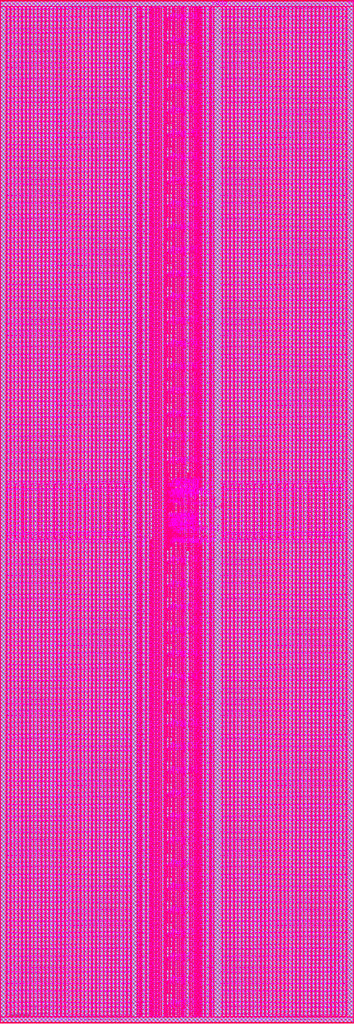
<source format=lef>
VERSION 5.8 ;
BUSBITCHARS "[]" ;
DIVIDERCHAR "/" ;

UNITS
  DATABASE MICRONS 4000 ;
END UNITS

PROPERTYDEFINITIONS
  MACRO hpml_layer STRING ;
  MACRO heml_layer STRING ;
END PROPERTYDEFINITIONS

MACRO ip764hduspsr2048x39m8b2s0r2p0d0
  CLASS BLOCK ;
  FIXEDMASK ;
  FOREIGN ip764hduspsr2048x39m8b2s0r2p0d0 ;
  ORIGIN 0 0 ;
  SIZE 36.3 BY 105.12 ;
  SYMMETRY X Y ;
  SITE ip764hduspsr2048x39m8b2s0r2p0d0 ;
  PIN adr[0]
    DIRECTION INPUT ;
    USE SIGNAL ;
    PORT
      LAYER v4 ;
        RECT 17.344 51.702 17.384 51.738 ;
      LAYER m5 ;
        RECT 17.344 50.98 17.384 51.94 ;
    END
  END adr[0]
  PIN adr[10]
    DIRECTION INPUT ;
    USE SIGNAL ;
    PORT
      LAYER v4 ;
        RECT 17.616 51.1605 17.656 51.1965 ;
      LAYER m5 ;
        RECT 17.616 50.98 17.656 51.94 ;
    END
  END adr[10]
  PIN adr[1]
    DIRECTION INPUT ;
    USE SIGNAL ;
    PORT
      LAYER v4 ;
        RECT 17.48 51.4005 17.52 51.4365 ;
      LAYER m5 ;
        RECT 17.48 51.1 17.52 52.06 ;
    END
  END adr[1]
  PIN adr[2]
    DIRECTION INPUT ;
    USE SIGNAL ;
    PORT
      LAYER v4 ;
        RECT 17.616 50.2005 17.656 50.2365 ;
      LAYER m5 ;
        RECT 17.616 49.98 17.656 50.94 ;
    END
  END adr[2]
  PIN adr[3]
    DIRECTION INPUT ;
    USE SIGNAL ;
    PORT
      LAYER v4 ;
        RECT 17.48 50.8035 17.52 50.8395 ;
      LAYER m5 ;
        RECT 17.48 50.1 17.52 51.06 ;
    END
  END adr[3]
  PIN adr[4]
    DIRECTION INPUT ;
    USE SIGNAL ;
    PORT
      LAYER v4 ;
        RECT 17.136 51.702 17.176 51.738 ;
      LAYER m5 ;
        RECT 17.136 51.1 17.176 52.06 ;
    END
  END adr[4]
  PIN adr[5]
    DIRECTION INPUT ;
    USE SIGNAL ;
    PORT
      LAYER v4 ;
        RECT 18.284 50.742 18.328 50.778 ;
      LAYER m5 ;
        RECT 18.284 49.98 18.328 50.94 ;
    END
  END adr[5]
  PIN adr[6]
    DIRECTION INPUT ;
    USE SIGNAL ;
    PORT
      LAYER v4 ;
        RECT 17.136 50.742 17.176 50.778 ;
      LAYER m5 ;
        RECT 17.136 50.1 17.176 51.06 ;
    END
  END adr[6]
  PIN adr[7]
    DIRECTION INPUT ;
    USE SIGNAL ;
    PORT
      LAYER v4 ;
        RECT 17.944 50.022 17.984 50.058 ;
      LAYER m5 ;
        RECT 17.944 49.98 17.984 50.94 ;
    END
  END adr[7]
  PIN adr[8]
    DIRECTION INPUT ;
    USE SIGNAL ;
    PORT
      LAYER v4 ;
        RECT 18.284 51.702 18.328 51.738 ;
      LAYER m5 ;
        RECT 18.284 50.98 18.328 51.94 ;
    END
  END adr[8]
  PIN adr[9]
    DIRECTION INPUT ;
    USE SIGNAL ;
    PORT
      LAYER v4 ;
        RECT 17.272 51.0435 17.316 51.0795 ;
      LAYER m5 ;
        RECT 17.272 50.98 17.316 51.94 ;
    END
  END adr[9]
  PIN arysleep
    DIRECTION INPUT ;
    USE SIGNAL ;
    PORT
      LAYER v4 ;
        RECT 17.344 49.0005 17.384 49.0365 ;
      LAYER m5 ;
        RECT 17.344 48.98 17.384 49.94 ;
    END
  END arysleep
  PIN async_reset
    DIRECTION INPUT ;
    USE SIGNAL ;
    PORT
      LAYER v4 ;
        RECT 17.616 49.1235 17.656 49.1595 ;
      LAYER m5 ;
        RECT 17.616 48.98 17.656 49.94 ;
    END
  END async_reset
  PIN clk
    DIRECTION INPUT ;
    USE SIGNAL ;
    PORT
      LAYER v4 ;
        RECT 17.136 53.142 17.176 53.178 ;
      LAYER m5 ;
        RECT 17.136 52.65 17.176 53.61 ;
    END
  END clk
  PIN din[0]
    DIRECTION INPUT ;
    USE SIGNAL ;
    PORT
      LAYER v4 ;
        RECT 17.412 1.558 17.452 1.594 ;
      LAYER m5 ;
        RECT 17.412 0.62 17.452 1.78 ;
    END
  END din[0]
  PIN din[10]
    DIRECTION INPUT ;
    USE SIGNAL ;
    PORT
      LAYER v4 ;
        RECT 17.412 25.558 17.452 25.594 ;
      LAYER m5 ;
        RECT 17.412 24.62 17.452 25.78 ;
    END
  END din[10]
  PIN din[11]
    DIRECTION INPUT ;
    USE SIGNAL ;
    PORT
      LAYER v4 ;
        RECT 17.412 27.958 17.452 27.994 ;
      LAYER m5 ;
        RECT 17.412 27.02 17.452 28.18 ;
    END
  END din[11]
  PIN din[12]
    DIRECTION INPUT ;
    USE SIGNAL ;
    PORT
      LAYER v4 ;
        RECT 17.412 30.358 17.452 30.394 ;
      LAYER m5 ;
        RECT 17.412 29.42 17.452 30.58 ;
    END
  END din[12]
  PIN din[13]
    DIRECTION INPUT ;
    USE SIGNAL ;
    PORT
      LAYER v4 ;
        RECT 17.412 32.758 17.452 32.794 ;
      LAYER m5 ;
        RECT 17.412 31.82 17.452 32.98 ;
    END
  END din[13]
  PIN din[14]
    DIRECTION INPUT ;
    USE SIGNAL ;
    PORT
      LAYER v4 ;
        RECT 17.412 35.158 17.452 35.194 ;
      LAYER m5 ;
        RECT 17.412 34.22 17.452 35.38 ;
    END
  END din[14]
  PIN din[15]
    DIRECTION INPUT ;
    USE SIGNAL ;
    PORT
      LAYER v4 ;
        RECT 17.412 37.558 17.452 37.594 ;
      LAYER m5 ;
        RECT 17.412 36.62 17.452 37.78 ;
    END
  END din[15]
  PIN din[16]
    DIRECTION INPUT ;
    USE SIGNAL ;
    PORT
      LAYER v4 ;
        RECT 17.412 39.958 17.452 39.994 ;
      LAYER m5 ;
        RECT 17.412 39.02 17.452 40.18 ;
    END
  END din[16]
  PIN din[17]
    DIRECTION INPUT ;
    USE SIGNAL ;
    PORT
      LAYER v4 ;
        RECT 17.412 42.358 17.452 42.394 ;
      LAYER m5 ;
        RECT 17.412 41.42 17.452 42.58 ;
    END
  END din[17]
  PIN din[18]
    DIRECTION INPUT ;
    USE SIGNAL ;
    PORT
      LAYER v4 ;
        RECT 17.412 44.758 17.452 44.794 ;
      LAYER m5 ;
        RECT 17.412 43.82 17.452 44.98 ;
    END
  END din[18]
  PIN din[19]
    DIRECTION INPUT ;
    USE SIGNAL ;
    PORT
      LAYER v4 ;
        RECT 17.412 47.158 17.452 47.194 ;
      LAYER m5 ;
        RECT 17.412 46.22 17.452 47.38 ;
    END
  END din[19]
  PIN din[1]
    DIRECTION INPUT ;
    USE SIGNAL ;
    PORT
      LAYER v4 ;
        RECT 17.412 3.958 17.452 3.994 ;
      LAYER m5 ;
        RECT 17.412 3.02 17.452 4.18 ;
    END
  END din[1]
  PIN din[20]
    DIRECTION INPUT ;
    USE SIGNAL ;
    PORT
      LAYER v4 ;
        RECT 17.412 57.478 17.452 57.514 ;
      LAYER m5 ;
        RECT 17.412 56.54 17.452 57.7 ;
    END
  END din[20]
  PIN din[21]
    DIRECTION INPUT ;
    USE SIGNAL ;
    PORT
      LAYER v4 ;
        RECT 17.412 59.878 17.452 59.914 ;
      LAYER m5 ;
        RECT 17.412 58.94 17.452 60.1 ;
    END
  END din[21]
  PIN din[22]
    DIRECTION INPUT ;
    USE SIGNAL ;
    PORT
      LAYER v4 ;
        RECT 17.412 62.278 17.452 62.314 ;
      LAYER m5 ;
        RECT 17.412 61.34 17.452 62.5 ;
    END
  END din[22]
  PIN din[23]
    DIRECTION INPUT ;
    USE SIGNAL ;
    PORT
      LAYER v4 ;
        RECT 17.412 64.678 17.452 64.714 ;
      LAYER m5 ;
        RECT 17.412 63.74 17.452 64.9 ;
    END
  END din[23]
  PIN din[24]
    DIRECTION INPUT ;
    USE SIGNAL ;
    PORT
      LAYER v4 ;
        RECT 17.412 67.078 17.452 67.114 ;
      LAYER m5 ;
        RECT 17.412 66.14 17.452 67.3 ;
    END
  END din[24]
  PIN din[25]
    DIRECTION INPUT ;
    USE SIGNAL ;
    PORT
      LAYER v4 ;
        RECT 17.412 69.478 17.452 69.514 ;
      LAYER m5 ;
        RECT 17.412 68.54 17.452 69.7 ;
    END
  END din[25]
  PIN din[26]
    DIRECTION INPUT ;
    USE SIGNAL ;
    PORT
      LAYER v4 ;
        RECT 17.412 71.878 17.452 71.914 ;
      LAYER m5 ;
        RECT 17.412 70.94 17.452 72.1 ;
    END
  END din[26]
  PIN din[27]
    DIRECTION INPUT ;
    USE SIGNAL ;
    PORT
      LAYER v4 ;
        RECT 17.412 74.278 17.452 74.314 ;
      LAYER m5 ;
        RECT 17.412 73.34 17.452 74.5 ;
    END
  END din[27]
  PIN din[28]
    DIRECTION INPUT ;
    USE SIGNAL ;
    PORT
      LAYER v4 ;
        RECT 17.412 76.678 17.452 76.714 ;
      LAYER m5 ;
        RECT 17.412 75.74 17.452 76.9 ;
    END
  END din[28]
  PIN din[29]
    DIRECTION INPUT ;
    USE SIGNAL ;
    PORT
      LAYER v4 ;
        RECT 17.412 79.078 17.452 79.114 ;
      LAYER m5 ;
        RECT 17.412 78.14 17.452 79.3 ;
    END
  END din[29]
  PIN din[2]
    DIRECTION INPUT ;
    USE SIGNAL ;
    PORT
      LAYER v4 ;
        RECT 17.412 6.358 17.452 6.394 ;
      LAYER m5 ;
        RECT 17.412 5.42 17.452 6.58 ;
    END
  END din[2]
  PIN din[30]
    DIRECTION INPUT ;
    USE SIGNAL ;
    PORT
      LAYER v4 ;
        RECT 17.412 81.478 17.452 81.514 ;
      LAYER m5 ;
        RECT 17.412 80.54 17.452 81.7 ;
    END
  END din[30]
  PIN din[31]
    DIRECTION INPUT ;
    USE SIGNAL ;
    PORT
      LAYER v4 ;
        RECT 17.412 83.878 17.452 83.914 ;
      LAYER m5 ;
        RECT 17.412 82.94 17.452 84.1 ;
    END
  END din[31]
  PIN din[32]
    DIRECTION INPUT ;
    USE SIGNAL ;
    PORT
      LAYER v4 ;
        RECT 17.412 86.278 17.452 86.314 ;
      LAYER m5 ;
        RECT 17.412 85.34 17.452 86.5 ;
    END
  END din[32]
  PIN din[33]
    DIRECTION INPUT ;
    USE SIGNAL ;
    PORT
      LAYER v4 ;
        RECT 17.412 88.678 17.452 88.714 ;
      LAYER m5 ;
        RECT 17.412 87.74 17.452 88.9 ;
    END
  END din[33]
  PIN din[34]
    DIRECTION INPUT ;
    USE SIGNAL ;
    PORT
      LAYER v4 ;
        RECT 17.412 91.078 17.452 91.114 ;
      LAYER m5 ;
        RECT 17.412 90.14 17.452 91.3 ;
    END
  END din[34]
  PIN din[35]
    DIRECTION INPUT ;
    USE SIGNAL ;
    PORT
      LAYER v4 ;
        RECT 17.412 93.478 17.452 93.514 ;
      LAYER m5 ;
        RECT 17.412 92.54 17.452 93.7 ;
    END
  END din[35]
  PIN din[36]
    DIRECTION INPUT ;
    USE SIGNAL ;
    PORT
      LAYER v4 ;
        RECT 17.412 95.878 17.452 95.914 ;
      LAYER m5 ;
        RECT 17.412 94.94 17.452 96.1 ;
    END
  END din[36]
  PIN din[37]
    DIRECTION INPUT ;
    USE SIGNAL ;
    PORT
      LAYER v4 ;
        RECT 17.412 98.278 17.452 98.314 ;
      LAYER m5 ;
        RECT 17.412 97.34 17.452 98.5 ;
    END
  END din[37]
  PIN din[38]
    DIRECTION INPUT ;
    USE SIGNAL ;
    PORT
      LAYER v4 ;
        RECT 17.412 100.678 17.452 100.714 ;
      LAYER m5 ;
        RECT 17.412 99.74 17.452 100.9 ;
    END
  END din[38]
  PIN din[39]
    DIRECTION INPUT ;
    USE SIGNAL ;
    PORT
      LAYER v4 ;
        RECT 17.412 103.078 17.452 103.114 ;
      LAYER m5 ;
        RECT 17.412 102.14 17.452 103.3 ;
    END
  END din[39]
  PIN din[3]
    DIRECTION INPUT ;
    USE SIGNAL ;
    PORT
      LAYER v4 ;
        RECT 17.412 8.758 17.452 8.794 ;
      LAYER m5 ;
        RECT 17.412 7.82 17.452 8.98 ;
    END
  END din[3]
  PIN din[4]
    DIRECTION INPUT ;
    USE SIGNAL ;
    PORT
      LAYER v4 ;
        RECT 17.412 11.158 17.452 11.194 ;
      LAYER m5 ;
        RECT 17.412 10.22 17.452 11.38 ;
    END
  END din[4]
  PIN din[5]
    DIRECTION INPUT ;
    USE SIGNAL ;
    PORT
      LAYER v4 ;
        RECT 17.412 13.558 17.452 13.594 ;
      LAYER m5 ;
        RECT 17.412 12.62 17.452 13.78 ;
    END
  END din[5]
  PIN din[6]
    DIRECTION INPUT ;
    USE SIGNAL ;
    PORT
      LAYER v4 ;
        RECT 17.412 15.958 17.452 15.994 ;
      LAYER m5 ;
        RECT 17.412 15.02 17.452 16.18 ;
    END
  END din[6]
  PIN din[7]
    DIRECTION INPUT ;
    USE SIGNAL ;
    PORT
      LAYER v4 ;
        RECT 17.412 18.358 17.452 18.394 ;
      LAYER m5 ;
        RECT 17.412 17.42 17.452 18.58 ;
    END
  END din[7]
  PIN din[8]
    DIRECTION INPUT ;
    USE SIGNAL ;
    PORT
      LAYER v4 ;
        RECT 17.412 20.758 17.452 20.794 ;
      LAYER m5 ;
        RECT 17.412 19.82 17.452 20.98 ;
    END
  END din[8]
  PIN din[9]
    DIRECTION INPUT ;
    USE SIGNAL ;
    PORT
      LAYER v4 ;
        RECT 17.412 23.158 17.452 23.194 ;
      LAYER m5 ;
        RECT 17.412 22.22 17.452 23.38 ;
    END
  END din[9]
  PIN mce
    DIRECTION INPUT ;
    USE SIGNAL ;
    PORT
      LAYER v4 ;
        RECT 17.136 54.822 17.176 54.858 ;
      LAYER m5 ;
        RECT 17.136 54.65 17.176 55.61 ;
    END
  END mce
  PIN ra[0]
    DIRECTION INPUT ;
    USE SIGNAL ;
    PORT
      LAYER v4 ;
        RECT 18.424 54.5205 18.464 54.5565 ;
      LAYER m5 ;
        RECT 18.424 53.65 18.464 54.61 ;
    END
  END ra[0]
  PIN ra[1]
    DIRECTION INPUT ;
    USE SIGNAL ;
    PORT
      LAYER v4 ;
        RECT 18.012 54.342 18.052 54.378 ;
      LAYER m5 ;
        RECT 18.012 53.65 18.052 54.61 ;
    END
  END ra[1]
  PIN redrowen[0]
    DIRECTION INPUT ;
    USE SIGNAL ;
    PORT
      LAYER v4 ;
        RECT 17.616 52.902 17.656 52.938 ;
      LAYER m5 ;
        RECT 17.616 52.65 17.656 53.61 ;
    END
  END redrowen[0]
  PIN redrowen[1]
    DIRECTION INPUT ;
    USE SIGNAL ;
    PORT
      LAYER v4 ;
        RECT 18.012 50.262 18.052 50.298 ;
      LAYER m5 ;
        RECT 18.012 49.98 18.052 50.94 ;
    END
  END redrowen[1]
  PIN ren
    DIRECTION INPUT ;
    USE SIGNAL ;
    PORT
      LAYER v4 ;
        RECT 17.064 51.222 17.108 51.258 ;
      LAYER m5 ;
        RECT 17.064 50.98 17.108 51.94 ;
    END
  END ren
  PIN rmce[0]
    DIRECTION INPUT ;
    USE SIGNAL ;
    PORT
      LAYER v4 ;
        RECT 17.616 55.302 17.656 55.338 ;
      LAYER m5 ;
        RECT 17.616 54.65 17.656 55.61 ;
    END
  END rmce[0]
  PIN rmce[1]
    DIRECTION INPUT ;
    USE SIGNAL ;
    PORT
      LAYER v4 ;
        RECT 17.548 55.0005 17.588 55.0365 ;
      LAYER m5 ;
        RECT 17.548 54.65 17.588 55.61 ;
    END
  END rmce[1]
  PIN rmce[2]
    DIRECTION INPUT ;
    USE SIGNAL ;
    PORT
      LAYER v4 ;
        RECT 17.344 54.7605 17.384 54.7965 ;
      LAYER m5 ;
        RECT 17.344 54.65 17.384 55.61 ;
    END
  END rmce[2]
  PIN rmce[3]
    DIRECTION INPUT ;
    USE SIGNAL ;
    PORT
      LAYER v4 ;
        RECT 17.48 55.1235 17.52 55.1595 ;
      LAYER m5 ;
        RECT 17.48 54.77 17.52 55.73 ;
    END
  END rmce[3]
  PIN sbc[0]
    DIRECTION INPUT ;
    USE SIGNAL ;
    PORT
      LAYER v4 ;
        RECT 18.284 49.062 18.328 49.098 ;
      LAYER m5 ;
        RECT 18.284 48.98 18.328 49.94 ;
    END
  END sbc[0]
  PIN sbc[1]
    DIRECTION INPUT ;
    USE SIGNAL ;
    PORT
      LAYER v4 ;
        RECT 17.548 49.2405 17.588 49.2765 ;
      LAYER m5 ;
        RECT 17.548 48.98 17.588 49.94 ;
    END
  END sbc[1]
  PIN stbyp
    DIRECTION INPUT ;
    USE SIGNAL ;
    PORT
      LAYER v4 ;
        RECT 18.012 51.462 18.052 51.498 ;
      LAYER m5 ;
        RECT 18.012 50.98 18.052 51.94 ;
    END
  END stbyp
  PIN wa[0]
    DIRECTION INPUT ;
    USE SIGNAL ;
    PORT
      LAYER v4 ;
        RECT 17.616 54.102 17.656 54.138 ;
      LAYER m5 ;
        RECT 17.616 53.65 17.656 54.61 ;
    END
  END wa[0]
  PIN wa[1]
    DIRECTION INPUT ;
    USE SIGNAL ;
    PORT
      LAYER v4 ;
        RECT 17.344 53.142 17.384 53.178 ;
      LAYER m5 ;
        RECT 17.344 52.65 17.384 53.61 ;
    END
  END wa[1]
  PIN wa[2]
    DIRECTION INPUT ;
    USE SIGNAL ;
    PORT
      LAYER v4 ;
        RECT 18.08 53.6835 18.12 53.7195 ;
      LAYER m5 ;
        RECT 18.08 53.65 18.12 54.61 ;
    END
  END wa[2]
  PIN wen
    DIRECTION INPUT ;
    USE SIGNAL ;
    PORT
      LAYER v4 ;
        RECT 17.272 50.5635 17.316 50.5995 ;
      LAYER m5 ;
        RECT 17.272 49.98 17.316 50.94 ;
    END
  END wen
  PIN wmce[0]
    DIRECTION INPUT ;
    USE SIGNAL ;
    PORT
      LAYER v4 ;
        RECT 17.48 54.1635 17.52 54.1995 ;
      LAYER m5 ;
        RECT 17.48 53.77 17.52 54.73 ;
    END
  END wmce[0]
  PIN wmce[1]
    DIRECTION INPUT ;
    USE SIGNAL ;
    PORT
      LAYER v4 ;
        RECT 17.344 53.6835 17.384 53.7195 ;
      LAYER m5 ;
        RECT 17.344 53.65 17.384 54.61 ;
    END
  END wmce[1]
  PIN wpulse[0]
    DIRECTION INPUT ;
    USE SIGNAL ;
    PORT
      LAYER v4 ;
        RECT 17.548 54.2805 17.588 54.3165 ;
      LAYER m5 ;
        RECT 17.548 53.65 17.588 54.61 ;
    END
  END wpulse[0]
  PIN wpulse[1]
    DIRECTION INPUT ;
    USE SIGNAL ;
    PORT
      LAYER v4 ;
        RECT 17.136 54.0405 17.176 54.0765 ;
      LAYER m5 ;
        RECT 17.136 53.65 17.176 54.61 ;
    END
  END wpulse[1]
  PIN wpulse[2]
    DIRECTION INPUT ;
    USE SIGNAL ;
    PORT
      LAYER v4 ;
        RECT 17.944 54.0405 17.984 54.0765 ;
      LAYER m5 ;
        RECT 17.944 53.65 17.984 54.61 ;
    END
  END wpulse[2]
  PIN q[0]
    DIRECTION OUTPUT ;
    USE SIGNAL ;
    PORT
      LAYER v4 ;
        RECT 17.136 1.329 17.176 1.365 ;
      LAYER m5 ;
        RECT 17.136 0.62 17.176 1.78 ;
    END
  END q[0]
  PIN q[10]
    DIRECTION OUTPUT ;
    USE SIGNAL ;
    PORT
      LAYER v4 ;
        RECT 17.136 25.329 17.176 25.365 ;
      LAYER m5 ;
        RECT 17.136 24.62 17.176 25.78 ;
    END
  END q[10]
  PIN q[11]
    DIRECTION OUTPUT ;
    USE SIGNAL ;
    PORT
      LAYER v4 ;
        RECT 17.136 27.729 17.176 27.765 ;
      LAYER m5 ;
        RECT 17.136 27.02 17.176 28.18 ;
    END
  END q[11]
  PIN q[12]
    DIRECTION OUTPUT ;
    USE SIGNAL ;
    PORT
      LAYER v4 ;
        RECT 17.136 30.129 17.176 30.165 ;
      LAYER m5 ;
        RECT 17.136 29.42 17.176 30.58 ;
    END
  END q[12]
  PIN q[13]
    DIRECTION OUTPUT ;
    USE SIGNAL ;
    PORT
      LAYER v4 ;
        RECT 17.136 32.529 17.176 32.565 ;
      LAYER m5 ;
        RECT 17.136 31.82 17.176 32.98 ;
    END
  END q[13]
  PIN q[14]
    DIRECTION OUTPUT ;
    USE SIGNAL ;
    PORT
      LAYER v4 ;
        RECT 17.136 34.929 17.176 34.965 ;
      LAYER m5 ;
        RECT 17.136 34.22 17.176 35.38 ;
    END
  END q[14]
  PIN q[15]
    DIRECTION OUTPUT ;
    USE SIGNAL ;
    PORT
      LAYER v4 ;
        RECT 17.136 37.329 17.176 37.365 ;
      LAYER m5 ;
        RECT 17.136 36.62 17.176 37.78 ;
    END
  END q[15]
  PIN q[16]
    DIRECTION OUTPUT ;
    USE SIGNAL ;
    PORT
      LAYER v4 ;
        RECT 17.136 39.729 17.176 39.765 ;
      LAYER m5 ;
        RECT 17.136 39.02 17.176 40.18 ;
    END
  END q[16]
  PIN q[17]
    DIRECTION OUTPUT ;
    USE SIGNAL ;
    PORT
      LAYER v4 ;
        RECT 17.136 42.129 17.176 42.165 ;
      LAYER m5 ;
        RECT 17.136 41.42 17.176 42.58 ;
    END
  END q[17]
  PIN q[18]
    DIRECTION OUTPUT ;
    USE SIGNAL ;
    PORT
      LAYER v4 ;
        RECT 17.136 44.529 17.176 44.565 ;
      LAYER m5 ;
        RECT 17.136 43.82 17.176 44.98 ;
    END
  END q[18]
  PIN q[19]
    DIRECTION OUTPUT ;
    USE SIGNAL ;
    PORT
      LAYER v4 ;
        RECT 17.136 46.929 17.176 46.965 ;
      LAYER m5 ;
        RECT 17.136 46.22 17.176 47.38 ;
    END
  END q[19]
  PIN q[1]
    DIRECTION OUTPUT ;
    USE SIGNAL ;
    PORT
      LAYER v4 ;
        RECT 17.136 3.729 17.176 3.765 ;
      LAYER m5 ;
        RECT 17.136 3.02 17.176 4.18 ;
    END
  END q[1]
  PIN q[20]
    DIRECTION OUTPUT ;
    USE SIGNAL ;
    PORT
      LAYER v4 ;
        RECT 17.136 57.249 17.176 57.285 ;
      LAYER m5 ;
        RECT 17.136 56.54 17.176 57.7 ;
    END
  END q[20]
  PIN q[21]
    DIRECTION OUTPUT ;
    USE SIGNAL ;
    PORT
      LAYER v4 ;
        RECT 17.136 59.649 17.176 59.685 ;
      LAYER m5 ;
        RECT 17.136 58.94 17.176 60.1 ;
    END
  END q[21]
  PIN q[22]
    DIRECTION OUTPUT ;
    USE SIGNAL ;
    PORT
      LAYER v4 ;
        RECT 17.136 62.049 17.176 62.085 ;
      LAYER m5 ;
        RECT 17.136 61.34 17.176 62.5 ;
    END
  END q[22]
  PIN q[23]
    DIRECTION OUTPUT ;
    USE SIGNAL ;
    PORT
      LAYER v4 ;
        RECT 17.136 64.449 17.176 64.485 ;
      LAYER m5 ;
        RECT 17.136 63.74 17.176 64.9 ;
    END
  END q[23]
  PIN q[24]
    DIRECTION OUTPUT ;
    USE SIGNAL ;
    PORT
      LAYER v4 ;
        RECT 17.136 66.849 17.176 66.885 ;
      LAYER m5 ;
        RECT 17.136 66.14 17.176 67.3 ;
    END
  END q[24]
  PIN q[25]
    DIRECTION OUTPUT ;
    USE SIGNAL ;
    PORT
      LAYER v4 ;
        RECT 17.136 69.249 17.176 69.285 ;
      LAYER m5 ;
        RECT 17.136 68.54 17.176 69.7 ;
    END
  END q[25]
  PIN q[26]
    DIRECTION OUTPUT ;
    USE SIGNAL ;
    PORT
      LAYER v4 ;
        RECT 17.136 71.649 17.176 71.685 ;
      LAYER m5 ;
        RECT 17.136 70.94 17.176 72.1 ;
    END
  END q[26]
  PIN q[27]
    DIRECTION OUTPUT ;
    USE SIGNAL ;
    PORT
      LAYER v4 ;
        RECT 17.136 74.049 17.176 74.085 ;
      LAYER m5 ;
        RECT 17.136 73.34 17.176 74.5 ;
    END
  END q[27]
  PIN q[28]
    DIRECTION OUTPUT ;
    USE SIGNAL ;
    PORT
      LAYER v4 ;
        RECT 17.136 76.449 17.176 76.485 ;
      LAYER m5 ;
        RECT 17.136 75.74 17.176 76.9 ;
    END
  END q[28]
  PIN q[29]
    DIRECTION OUTPUT ;
    USE SIGNAL ;
    PORT
      LAYER v4 ;
        RECT 17.136 78.849 17.176 78.885 ;
      LAYER m5 ;
        RECT 17.136 78.14 17.176 79.3 ;
    END
  END q[29]
  PIN q[2]
    DIRECTION OUTPUT ;
    USE SIGNAL ;
    PORT
      LAYER v4 ;
        RECT 17.136 6.129 17.176 6.165 ;
      LAYER m5 ;
        RECT 17.136 5.42 17.176 6.58 ;
    END
  END q[2]
  PIN q[30]
    DIRECTION OUTPUT ;
    USE SIGNAL ;
    PORT
      LAYER v4 ;
        RECT 17.136 81.249 17.176 81.285 ;
      LAYER m5 ;
        RECT 17.136 80.54 17.176 81.7 ;
    END
  END q[30]
  PIN q[31]
    DIRECTION OUTPUT ;
    USE SIGNAL ;
    PORT
      LAYER v4 ;
        RECT 17.136 83.649 17.176 83.685 ;
      LAYER m5 ;
        RECT 17.136 82.94 17.176 84.1 ;
    END
  END q[31]
  PIN q[32]
    DIRECTION OUTPUT ;
    USE SIGNAL ;
    PORT
      LAYER v4 ;
        RECT 17.136 86.049 17.176 86.085 ;
      LAYER m5 ;
        RECT 17.136 85.34 17.176 86.5 ;
    END
  END q[32]
  PIN q[33]
    DIRECTION OUTPUT ;
    USE SIGNAL ;
    PORT
      LAYER v4 ;
        RECT 17.136 88.449 17.176 88.485 ;
      LAYER m5 ;
        RECT 17.136 87.74 17.176 88.9 ;
    END
  END q[33]
  PIN q[34]
    DIRECTION OUTPUT ;
    USE SIGNAL ;
    PORT
      LAYER v4 ;
        RECT 17.136 90.849 17.176 90.885 ;
      LAYER m5 ;
        RECT 17.136 90.14 17.176 91.3 ;
    END
  END q[34]
  PIN q[35]
    DIRECTION OUTPUT ;
    USE SIGNAL ;
    PORT
      LAYER v4 ;
        RECT 17.136 93.249 17.176 93.285 ;
      LAYER m5 ;
        RECT 17.136 92.54 17.176 93.7 ;
    END
  END q[35]
  PIN q[36]
    DIRECTION OUTPUT ;
    USE SIGNAL ;
    PORT
      LAYER v4 ;
        RECT 17.136 95.649 17.176 95.685 ;
      LAYER m5 ;
        RECT 17.136 94.94 17.176 96.1 ;
    END
  END q[36]
  PIN q[37]
    DIRECTION OUTPUT ;
    USE SIGNAL ;
    PORT
      LAYER v4 ;
        RECT 17.136 98.049 17.176 98.085 ;
      LAYER m5 ;
        RECT 17.136 97.34 17.176 98.5 ;
    END
  END q[37]
  PIN q[38]
    DIRECTION OUTPUT ;
    USE SIGNAL ;
    PORT
      LAYER v4 ;
        RECT 17.136 100.449 17.176 100.485 ;
      LAYER m5 ;
        RECT 17.136 99.74 17.176 100.9 ;
    END
  END q[38]
  PIN q[39]
    DIRECTION OUTPUT ;
    USE SIGNAL ;
    PORT
      LAYER v4 ;
        RECT 17.136 102.849 17.176 102.885 ;
      LAYER m5 ;
        RECT 17.136 102.14 17.176 103.3 ;
    END
  END q[39]
  PIN q[3]
    DIRECTION OUTPUT ;
    USE SIGNAL ;
    PORT
      LAYER v4 ;
        RECT 17.136 8.529 17.176 8.565 ;
      LAYER m5 ;
        RECT 17.136 7.82 17.176 8.98 ;
    END
  END q[3]
  PIN q[4]
    DIRECTION OUTPUT ;
    USE SIGNAL ;
    PORT
      LAYER v4 ;
        RECT 17.136 10.929 17.176 10.965 ;
      LAYER m5 ;
        RECT 17.136 10.22 17.176 11.38 ;
    END
  END q[4]
  PIN q[5]
    DIRECTION OUTPUT ;
    USE SIGNAL ;
    PORT
      LAYER v4 ;
        RECT 17.136 13.329 17.176 13.365 ;
      LAYER m5 ;
        RECT 17.136 12.62 17.176 13.78 ;
    END
  END q[5]
  PIN q[6]
    DIRECTION OUTPUT ;
    USE SIGNAL ;
    PORT
      LAYER v4 ;
        RECT 17.136 15.729 17.176 15.765 ;
      LAYER m5 ;
        RECT 17.136 15.02 17.176 16.18 ;
    END
  END q[6]
  PIN q[7]
    DIRECTION OUTPUT ;
    USE SIGNAL ;
    PORT
      LAYER v4 ;
        RECT 17.136 18.129 17.176 18.165 ;
      LAYER m5 ;
        RECT 17.136 17.42 17.176 18.58 ;
    END
  END q[7]
  PIN q[8]
    DIRECTION OUTPUT ;
    USE SIGNAL ;
    PORT
      LAYER v4 ;
        RECT 17.136 20.529 17.176 20.565 ;
      LAYER m5 ;
        RECT 17.136 19.82 17.176 20.98 ;
    END
  END q[8]
  PIN q[9]
    DIRECTION OUTPUT ;
    USE SIGNAL ;
    PORT
      LAYER v4 ;
        RECT 17.136 22.929 17.176 22.965 ;
      LAYER m5 ;
        RECT 17.136 22.22 17.176 23.38 ;
    END
  END q[9]
  PIN vddp
    DIRECTION INPUT ;
    USE POWER ;
    PORT
      LAYER v4 ;
        RECT 16.964 0.7345 17.036 0.7595 ;
        RECT 18.664 0.7345 18.736 0.7595 ;
        RECT 18.964 0.7345 19.036 0.7595 ;
        RECT 14.05 0.729 14.104 0.765 ;
        RECT 14.932 0.729 14.986 0.765 ;
        RECT 15.318 0.729 15.37 0.765 ;
        RECT 15.478 0.729 15.53 0.765 ;
        RECT 15.874 0.729 15.926 0.765 ;
        RECT 16.034 0.729 16.086 0.765 ;
        RECT 16.8 0.729 16.854 0.765 ;
        RECT 18.148 0.729 18.188 0.765 ;
        RECT 19.914 0.729 19.966 0.765 ;
        RECT 20.074 0.729 20.126 0.765 ;
        RECT 20.47 0.729 20.522 0.765 ;
        RECT 20.63 0.729 20.682 0.765 ;
        RECT 21.014 0.729 21.068 0.765 ;
        RECT 21.896 0.729 21.95 0.765 ;
        RECT 18.664 0.9635 18.736 0.9885 ;
        RECT 18.964 0.9635 19.036 0.9885 ;
        RECT 14.05 0.958 14.104 0.994 ;
        RECT 14.296 0.958 14.35 0.994 ;
        RECT 14.932 0.958 14.986 0.994 ;
        RECT 15.318 0.958 15.37 0.994 ;
        RECT 15.478 0.958 15.53 0.994 ;
        RECT 15.874 0.958 15.926 0.994 ;
        RECT 16.034 0.958 16.086 0.994 ;
        RECT 16.8 0.958 16.854 0.994 ;
        RECT 18.148 0.958 18.188 0.994 ;
        RECT 19.914 0.958 19.966 0.994 ;
        RECT 20.074 0.958 20.126 0.994 ;
        RECT 20.47 0.958 20.522 0.994 ;
        RECT 20.63 0.958 20.682 0.994 ;
        RECT 21.014 0.958 21.068 0.994 ;
        RECT 21.65 0.958 21.704 0.994 ;
        RECT 21.896 0.958 21.95 0.994 ;
        RECT 17.844 1.0405 17.916 1.0655 ;
        RECT 18.356 1.035 18.396 1.071 ;
        RECT 16.964 1.4115 17.036 1.4365 ;
        RECT 18.964 1.4115 19.036 1.4365 ;
        RECT 14.05 1.406 14.104 1.442 ;
        RECT 14.296 1.406 14.35 1.442 ;
        RECT 14.932 1.406 14.986 1.442 ;
        RECT 15.318 1.406 15.37 1.442 ;
        RECT 15.874 1.406 15.926 1.442 ;
        RECT 16.034 1.406 16.086 1.442 ;
        RECT 19.914 1.406 19.966 1.442 ;
        RECT 20.074 1.406 20.126 1.442 ;
        RECT 20.63 1.406 20.682 1.442 ;
        RECT 21.014 1.406 21.068 1.442 ;
        RECT 21.65 1.406 21.704 1.442 ;
        RECT 21.896 1.406 21.95 1.442 ;
        RECT 17.844 1.5635 17.916 1.5885 ;
        RECT 18.356 1.558 18.396 1.594 ;
        RECT 18.664 1.6405 18.736 1.6655 ;
        RECT 18.964 1.6405 19.036 1.6655 ;
        RECT 14.296 1.635 14.35 1.671 ;
        RECT 14.932 1.635 14.986 1.671 ;
        RECT 15.318 1.635 15.37 1.671 ;
        RECT 15.478 1.635 15.53 1.671 ;
        RECT 15.874 1.635 15.926 1.671 ;
        RECT 18.148 1.635 18.188 1.671 ;
        RECT 20.074 1.635 20.126 1.671 ;
        RECT 20.47 1.635 20.522 1.671 ;
        RECT 20.63 1.635 20.682 1.671 ;
        RECT 21.014 1.635 21.068 1.671 ;
        RECT 21.65 1.635 21.704 1.671 ;
        RECT 16.964 1.9345 17.036 1.9595 ;
        RECT 18.664 1.9345 18.736 1.9595 ;
        RECT 18.964 1.9345 19.036 1.9595 ;
        RECT 14.05 1.929 14.104 1.965 ;
        RECT 14.932 1.929 14.986 1.965 ;
        RECT 15.318 1.929 15.37 1.965 ;
        RECT 15.478 1.929 15.53 1.965 ;
        RECT 15.874 1.929 15.926 1.965 ;
        RECT 16.034 1.929 16.086 1.965 ;
        RECT 16.8 1.929 16.854 1.965 ;
        RECT 18.148 1.929 18.188 1.965 ;
        RECT 19.914 1.929 19.966 1.965 ;
        RECT 20.074 1.929 20.126 1.965 ;
        RECT 20.47 1.929 20.522 1.965 ;
        RECT 20.63 1.929 20.682 1.965 ;
        RECT 21.014 1.929 21.068 1.965 ;
        RECT 21.896 1.929 21.95 1.965 ;
        RECT 18.664 2.1635 18.736 2.1885 ;
        RECT 18.964 2.1635 19.036 2.1885 ;
        RECT 14.05 2.158 14.104 2.194 ;
        RECT 14.296 2.158 14.35 2.194 ;
        RECT 14.932 2.158 14.986 2.194 ;
        RECT 15.318 2.158 15.37 2.194 ;
        RECT 15.478 2.158 15.53 2.194 ;
        RECT 15.874 2.158 15.926 2.194 ;
        RECT 16.034 2.158 16.086 2.194 ;
        RECT 16.8 2.158 16.854 2.194 ;
        RECT 18.148 2.158 18.188 2.194 ;
        RECT 19.914 2.158 19.966 2.194 ;
        RECT 20.074 2.158 20.126 2.194 ;
        RECT 20.47 2.158 20.522 2.194 ;
        RECT 20.63 2.158 20.682 2.194 ;
        RECT 21.014 2.158 21.068 2.194 ;
        RECT 21.65 2.158 21.704 2.194 ;
        RECT 21.896 2.158 21.95 2.194 ;
        RECT 17.844 2.2405 17.916 2.2655 ;
        RECT 18.356 2.235 18.396 2.271 ;
        RECT 16.964 2.6115 17.036 2.6365 ;
        RECT 18.664 2.6115 18.736 2.6365 ;
        RECT 18.964 2.6115 19.036 2.6365 ;
        RECT 14.05 2.606 14.104 2.642 ;
        RECT 14.296 2.606 14.35 2.642 ;
        RECT 14.932 2.606 14.986 2.642 ;
        RECT 15.318 2.606 15.37 2.642 ;
        RECT 15.874 2.606 15.926 2.642 ;
        RECT 16.034 2.606 16.086 2.642 ;
        RECT 19.914 2.606 19.966 2.642 ;
        RECT 20.074 2.606 20.126 2.642 ;
        RECT 20.63 2.606 20.682 2.642 ;
        RECT 21.014 2.606 21.068 2.642 ;
        RECT 21.65 2.606 21.704 2.642 ;
        RECT 21.896 2.606 21.95 2.642 ;
        RECT 17.844 2.7635 17.916 2.7885 ;
        RECT 18.356 2.758 18.396 2.794 ;
        RECT 18.664 2.8405 18.736 2.8655 ;
        RECT 18.964 2.8405 19.036 2.8655 ;
        RECT 14.296 2.835 14.35 2.871 ;
        RECT 14.932 2.835 14.986 2.871 ;
        RECT 15.318 2.835 15.37 2.871 ;
        RECT 15.478 2.835 15.53 2.871 ;
        RECT 15.874 2.835 15.926 2.871 ;
        RECT 18.148 2.835 18.188 2.871 ;
        RECT 20.074 2.835 20.126 2.871 ;
        RECT 20.47 2.835 20.522 2.871 ;
        RECT 20.63 2.835 20.682 2.871 ;
        RECT 21.014 2.835 21.068 2.871 ;
        RECT 21.65 2.835 21.704 2.871 ;
        RECT 16.964 3.1345 17.036 3.1595 ;
        RECT 18.664 3.1345 18.736 3.1595 ;
        RECT 18.964 3.1345 19.036 3.1595 ;
        RECT 14.05 3.129 14.104 3.165 ;
        RECT 14.932 3.129 14.986 3.165 ;
        RECT 15.318 3.129 15.37 3.165 ;
        RECT 15.478 3.129 15.53 3.165 ;
        RECT 15.874 3.129 15.926 3.165 ;
        RECT 16.034 3.129 16.086 3.165 ;
        RECT 16.8 3.129 16.854 3.165 ;
        RECT 18.148 3.129 18.188 3.165 ;
        RECT 19.914 3.129 19.966 3.165 ;
        RECT 20.074 3.129 20.126 3.165 ;
        RECT 20.47 3.129 20.522 3.165 ;
        RECT 20.63 3.129 20.682 3.165 ;
        RECT 21.014 3.129 21.068 3.165 ;
        RECT 21.896 3.129 21.95 3.165 ;
        RECT 18.664 3.3635 18.736 3.3885 ;
        RECT 18.964 3.3635 19.036 3.3885 ;
        RECT 14.05 3.358 14.104 3.394 ;
        RECT 14.296 3.358 14.35 3.394 ;
        RECT 14.932 3.358 14.986 3.394 ;
        RECT 15.318 3.358 15.37 3.394 ;
        RECT 15.478 3.358 15.53 3.394 ;
        RECT 15.874 3.358 15.926 3.394 ;
        RECT 16.034 3.358 16.086 3.394 ;
        RECT 16.8 3.358 16.854 3.394 ;
        RECT 18.148 3.358 18.188 3.394 ;
        RECT 19.914 3.358 19.966 3.394 ;
        RECT 20.074 3.358 20.126 3.394 ;
        RECT 20.47 3.358 20.522 3.394 ;
        RECT 20.63 3.358 20.682 3.394 ;
        RECT 21.014 3.358 21.068 3.394 ;
        RECT 21.65 3.358 21.704 3.394 ;
        RECT 21.896 3.358 21.95 3.394 ;
        RECT 17.844 3.4405 17.916 3.4655 ;
        RECT 18.356 3.435 18.396 3.471 ;
        RECT 16.964 3.8115 17.036 3.8365 ;
        RECT 18.964 3.8115 19.036 3.8365 ;
        RECT 14.05 3.806 14.104 3.842 ;
        RECT 14.296 3.806 14.35 3.842 ;
        RECT 14.932 3.806 14.986 3.842 ;
        RECT 15.318 3.806 15.37 3.842 ;
        RECT 15.874 3.806 15.926 3.842 ;
        RECT 16.034 3.806 16.086 3.842 ;
        RECT 19.914 3.806 19.966 3.842 ;
        RECT 20.074 3.806 20.126 3.842 ;
        RECT 20.63 3.806 20.682 3.842 ;
        RECT 21.014 3.806 21.068 3.842 ;
        RECT 21.65 3.806 21.704 3.842 ;
        RECT 21.896 3.806 21.95 3.842 ;
        RECT 17.844 3.9635 17.916 3.9885 ;
        RECT 18.356 3.958 18.396 3.994 ;
        RECT 18.664 4.0405 18.736 4.0655 ;
        RECT 18.964 4.0405 19.036 4.0655 ;
        RECT 14.296 4.035 14.35 4.071 ;
        RECT 14.932 4.035 14.986 4.071 ;
        RECT 15.318 4.035 15.37 4.071 ;
        RECT 15.478 4.035 15.53 4.071 ;
        RECT 15.874 4.035 15.926 4.071 ;
        RECT 18.148 4.035 18.188 4.071 ;
        RECT 20.074 4.035 20.126 4.071 ;
        RECT 20.47 4.035 20.522 4.071 ;
        RECT 20.63 4.035 20.682 4.071 ;
        RECT 21.014 4.035 21.068 4.071 ;
        RECT 21.65 4.035 21.704 4.071 ;
        RECT 16.964 4.3345 17.036 4.3595 ;
        RECT 18.664 4.3345 18.736 4.3595 ;
        RECT 18.964 4.3345 19.036 4.3595 ;
        RECT 14.05 4.329 14.104 4.365 ;
        RECT 14.932 4.329 14.986 4.365 ;
        RECT 15.318 4.329 15.37 4.365 ;
        RECT 15.478 4.329 15.53 4.365 ;
        RECT 15.874 4.329 15.926 4.365 ;
        RECT 16.034 4.329 16.086 4.365 ;
        RECT 16.8 4.329 16.854 4.365 ;
        RECT 18.148 4.329 18.188 4.365 ;
        RECT 19.914 4.329 19.966 4.365 ;
        RECT 20.074 4.329 20.126 4.365 ;
        RECT 20.47 4.329 20.522 4.365 ;
        RECT 20.63 4.329 20.682 4.365 ;
        RECT 21.014 4.329 21.068 4.365 ;
        RECT 21.896 4.329 21.95 4.365 ;
        RECT 18.664 4.5635 18.736 4.5885 ;
        RECT 18.964 4.5635 19.036 4.5885 ;
        RECT 14.05 4.558 14.104 4.594 ;
        RECT 14.296 4.558 14.35 4.594 ;
        RECT 14.932 4.558 14.986 4.594 ;
        RECT 15.318 4.558 15.37 4.594 ;
        RECT 15.478 4.558 15.53 4.594 ;
        RECT 15.874 4.558 15.926 4.594 ;
        RECT 16.034 4.558 16.086 4.594 ;
        RECT 16.8 4.558 16.854 4.594 ;
        RECT 18.148 4.558 18.188 4.594 ;
        RECT 19.914 4.558 19.966 4.594 ;
        RECT 20.074 4.558 20.126 4.594 ;
        RECT 20.47 4.558 20.522 4.594 ;
        RECT 20.63 4.558 20.682 4.594 ;
        RECT 21.014 4.558 21.068 4.594 ;
        RECT 21.65 4.558 21.704 4.594 ;
        RECT 21.896 4.558 21.95 4.594 ;
        RECT 17.844 4.6405 17.916 4.6655 ;
        RECT 18.356 4.635 18.396 4.671 ;
        RECT 16.964 5.0115 17.036 5.0365 ;
        RECT 18.664 5.0115 18.736 5.0365 ;
        RECT 18.964 5.0115 19.036 5.0365 ;
        RECT 14.05 5.006 14.104 5.042 ;
        RECT 14.296 5.006 14.35 5.042 ;
        RECT 14.932 5.006 14.986 5.042 ;
        RECT 15.318 5.006 15.37 5.042 ;
        RECT 15.874 5.006 15.926 5.042 ;
        RECT 16.034 5.006 16.086 5.042 ;
        RECT 19.914 5.006 19.966 5.042 ;
        RECT 20.074 5.006 20.126 5.042 ;
        RECT 20.63 5.006 20.682 5.042 ;
        RECT 21.014 5.006 21.068 5.042 ;
        RECT 21.65 5.006 21.704 5.042 ;
        RECT 21.896 5.006 21.95 5.042 ;
        RECT 17.844 5.1635 17.916 5.1885 ;
        RECT 18.356 5.158 18.396 5.194 ;
        RECT 18.664 5.2405 18.736 5.2655 ;
        RECT 18.964 5.2405 19.036 5.2655 ;
        RECT 14.296 5.235 14.35 5.271 ;
        RECT 14.932 5.235 14.986 5.271 ;
        RECT 15.318 5.235 15.37 5.271 ;
        RECT 15.478 5.235 15.53 5.271 ;
        RECT 15.874 5.235 15.926 5.271 ;
        RECT 18.148 5.235 18.188 5.271 ;
        RECT 20.074 5.235 20.126 5.271 ;
        RECT 20.47 5.235 20.522 5.271 ;
        RECT 20.63 5.235 20.682 5.271 ;
        RECT 21.014 5.235 21.068 5.271 ;
        RECT 21.65 5.235 21.704 5.271 ;
        RECT 16.964 5.5345 17.036 5.5595 ;
        RECT 18.664 5.5345 18.736 5.5595 ;
        RECT 18.964 5.5345 19.036 5.5595 ;
        RECT 14.05 5.529 14.104 5.565 ;
        RECT 14.932 5.529 14.986 5.565 ;
        RECT 15.318 5.529 15.37 5.565 ;
        RECT 15.478 5.529 15.53 5.565 ;
        RECT 15.874 5.529 15.926 5.565 ;
        RECT 16.034 5.529 16.086 5.565 ;
        RECT 16.8 5.529 16.854 5.565 ;
        RECT 18.148 5.529 18.188 5.565 ;
        RECT 19.914 5.529 19.966 5.565 ;
        RECT 20.074 5.529 20.126 5.565 ;
        RECT 20.47 5.529 20.522 5.565 ;
        RECT 20.63 5.529 20.682 5.565 ;
        RECT 21.014 5.529 21.068 5.565 ;
        RECT 21.896 5.529 21.95 5.565 ;
        RECT 18.664 5.7635 18.736 5.7885 ;
        RECT 18.964 5.7635 19.036 5.7885 ;
        RECT 14.05 5.758 14.104 5.794 ;
        RECT 14.296 5.758 14.35 5.794 ;
        RECT 14.932 5.758 14.986 5.794 ;
        RECT 15.318 5.758 15.37 5.794 ;
        RECT 15.478 5.758 15.53 5.794 ;
        RECT 15.874 5.758 15.926 5.794 ;
        RECT 16.034 5.758 16.086 5.794 ;
        RECT 16.8 5.758 16.854 5.794 ;
        RECT 18.148 5.758 18.188 5.794 ;
        RECT 19.914 5.758 19.966 5.794 ;
        RECT 20.074 5.758 20.126 5.794 ;
        RECT 20.47 5.758 20.522 5.794 ;
        RECT 20.63 5.758 20.682 5.794 ;
        RECT 21.014 5.758 21.068 5.794 ;
        RECT 21.65 5.758 21.704 5.794 ;
        RECT 21.896 5.758 21.95 5.794 ;
        RECT 17.844 5.8405 17.916 5.8655 ;
        RECT 18.356 5.835 18.396 5.871 ;
        RECT 16.964 6.2115 17.036 6.2365 ;
        RECT 18.964 6.2115 19.036 6.2365 ;
        RECT 14.05 6.206 14.104 6.242 ;
        RECT 14.296 6.206 14.35 6.242 ;
        RECT 14.932 6.206 14.986 6.242 ;
        RECT 15.318 6.206 15.37 6.242 ;
        RECT 15.874 6.206 15.926 6.242 ;
        RECT 16.034 6.206 16.086 6.242 ;
        RECT 19.914 6.206 19.966 6.242 ;
        RECT 20.074 6.206 20.126 6.242 ;
        RECT 20.63 6.206 20.682 6.242 ;
        RECT 21.014 6.206 21.068 6.242 ;
        RECT 21.65 6.206 21.704 6.242 ;
        RECT 21.896 6.206 21.95 6.242 ;
        RECT 17.844 6.3635 17.916 6.3885 ;
        RECT 18.356 6.358 18.396 6.394 ;
        RECT 18.664 6.4405 18.736 6.4655 ;
        RECT 18.964 6.4405 19.036 6.4655 ;
        RECT 14.296 6.435 14.35 6.471 ;
        RECT 14.932 6.435 14.986 6.471 ;
        RECT 15.318 6.435 15.37 6.471 ;
        RECT 15.478 6.435 15.53 6.471 ;
        RECT 15.874 6.435 15.926 6.471 ;
        RECT 18.148 6.435 18.188 6.471 ;
        RECT 20.074 6.435 20.126 6.471 ;
        RECT 20.47 6.435 20.522 6.471 ;
        RECT 20.63 6.435 20.682 6.471 ;
        RECT 21.014 6.435 21.068 6.471 ;
        RECT 21.65 6.435 21.704 6.471 ;
        RECT 16.964 6.7345 17.036 6.7595 ;
        RECT 18.664 6.7345 18.736 6.7595 ;
        RECT 18.964 6.7345 19.036 6.7595 ;
        RECT 14.05 6.729 14.104 6.765 ;
        RECT 14.932 6.729 14.986 6.765 ;
        RECT 15.318 6.729 15.37 6.765 ;
        RECT 15.478 6.729 15.53 6.765 ;
        RECT 15.874 6.729 15.926 6.765 ;
        RECT 16.034 6.729 16.086 6.765 ;
        RECT 16.8 6.729 16.854 6.765 ;
        RECT 18.148 6.729 18.188 6.765 ;
        RECT 19.914 6.729 19.966 6.765 ;
        RECT 20.074 6.729 20.126 6.765 ;
        RECT 20.47 6.729 20.522 6.765 ;
        RECT 20.63 6.729 20.682 6.765 ;
        RECT 21.014 6.729 21.068 6.765 ;
        RECT 21.896 6.729 21.95 6.765 ;
        RECT 18.664 6.9635 18.736 6.9885 ;
        RECT 18.964 6.9635 19.036 6.9885 ;
        RECT 14.05 6.958 14.104 6.994 ;
        RECT 14.296 6.958 14.35 6.994 ;
        RECT 14.932 6.958 14.986 6.994 ;
        RECT 15.318 6.958 15.37 6.994 ;
        RECT 15.478 6.958 15.53 6.994 ;
        RECT 15.874 6.958 15.926 6.994 ;
        RECT 16.034 6.958 16.086 6.994 ;
        RECT 16.8 6.958 16.854 6.994 ;
        RECT 18.148 6.958 18.188 6.994 ;
        RECT 19.914 6.958 19.966 6.994 ;
        RECT 20.074 6.958 20.126 6.994 ;
        RECT 20.47 6.958 20.522 6.994 ;
        RECT 20.63 6.958 20.682 6.994 ;
        RECT 21.014 6.958 21.068 6.994 ;
        RECT 21.65 6.958 21.704 6.994 ;
        RECT 21.896 6.958 21.95 6.994 ;
        RECT 17.844 7.0405 17.916 7.0655 ;
        RECT 18.356 7.035 18.396 7.071 ;
        RECT 16.964 7.4115 17.036 7.4365 ;
        RECT 18.664 7.4115 18.736 7.4365 ;
        RECT 18.964 7.4115 19.036 7.4365 ;
        RECT 14.05 7.406 14.104 7.442 ;
        RECT 14.296 7.406 14.35 7.442 ;
        RECT 14.932 7.406 14.986 7.442 ;
        RECT 15.318 7.406 15.37 7.442 ;
        RECT 15.874 7.406 15.926 7.442 ;
        RECT 16.034 7.406 16.086 7.442 ;
        RECT 19.914 7.406 19.966 7.442 ;
        RECT 20.074 7.406 20.126 7.442 ;
        RECT 20.63 7.406 20.682 7.442 ;
        RECT 21.014 7.406 21.068 7.442 ;
        RECT 21.65 7.406 21.704 7.442 ;
        RECT 21.896 7.406 21.95 7.442 ;
        RECT 17.844 7.5635 17.916 7.5885 ;
        RECT 18.356 7.558 18.396 7.594 ;
        RECT 18.664 7.6405 18.736 7.6655 ;
        RECT 18.964 7.6405 19.036 7.6655 ;
        RECT 14.296 7.635 14.35 7.671 ;
        RECT 14.932 7.635 14.986 7.671 ;
        RECT 15.318 7.635 15.37 7.671 ;
        RECT 15.478 7.635 15.53 7.671 ;
        RECT 15.874 7.635 15.926 7.671 ;
        RECT 18.148 7.635 18.188 7.671 ;
        RECT 20.074 7.635 20.126 7.671 ;
        RECT 20.47 7.635 20.522 7.671 ;
        RECT 20.63 7.635 20.682 7.671 ;
        RECT 21.014 7.635 21.068 7.671 ;
        RECT 21.65 7.635 21.704 7.671 ;
        RECT 16.964 7.9345 17.036 7.9595 ;
        RECT 18.664 7.9345 18.736 7.9595 ;
        RECT 18.964 7.9345 19.036 7.9595 ;
        RECT 14.05 7.929 14.104 7.965 ;
        RECT 14.932 7.929 14.986 7.965 ;
        RECT 15.318 7.929 15.37 7.965 ;
        RECT 15.478 7.929 15.53 7.965 ;
        RECT 15.874 7.929 15.926 7.965 ;
        RECT 16.034 7.929 16.086 7.965 ;
        RECT 16.8 7.929 16.854 7.965 ;
        RECT 18.148 7.929 18.188 7.965 ;
        RECT 19.914 7.929 19.966 7.965 ;
        RECT 20.074 7.929 20.126 7.965 ;
        RECT 20.47 7.929 20.522 7.965 ;
        RECT 20.63 7.929 20.682 7.965 ;
        RECT 21.014 7.929 21.068 7.965 ;
        RECT 21.896 7.929 21.95 7.965 ;
        RECT 18.664 8.1635 18.736 8.1885 ;
        RECT 18.964 8.1635 19.036 8.1885 ;
        RECT 14.05 8.158 14.104 8.194 ;
        RECT 14.296 8.158 14.35 8.194 ;
        RECT 14.932 8.158 14.986 8.194 ;
        RECT 15.318 8.158 15.37 8.194 ;
        RECT 15.478 8.158 15.53 8.194 ;
        RECT 15.874 8.158 15.926 8.194 ;
        RECT 16.034 8.158 16.086 8.194 ;
        RECT 16.8 8.158 16.854 8.194 ;
        RECT 18.148 8.158 18.188 8.194 ;
        RECT 19.914 8.158 19.966 8.194 ;
        RECT 20.074 8.158 20.126 8.194 ;
        RECT 20.47 8.158 20.522 8.194 ;
        RECT 20.63 8.158 20.682 8.194 ;
        RECT 21.014 8.158 21.068 8.194 ;
        RECT 21.65 8.158 21.704 8.194 ;
        RECT 21.896 8.158 21.95 8.194 ;
        RECT 17.844 8.2405 17.916 8.2655 ;
        RECT 18.356 8.235 18.396 8.271 ;
        RECT 16.964 8.6115 17.036 8.6365 ;
        RECT 18.964 8.6115 19.036 8.6365 ;
        RECT 14.05 8.606 14.104 8.642 ;
        RECT 14.296 8.606 14.35 8.642 ;
        RECT 14.932 8.606 14.986 8.642 ;
        RECT 15.318 8.606 15.37 8.642 ;
        RECT 15.874 8.606 15.926 8.642 ;
        RECT 16.034 8.606 16.086 8.642 ;
        RECT 19.914 8.606 19.966 8.642 ;
        RECT 20.074 8.606 20.126 8.642 ;
        RECT 20.63 8.606 20.682 8.642 ;
        RECT 21.014 8.606 21.068 8.642 ;
        RECT 21.65 8.606 21.704 8.642 ;
        RECT 21.896 8.606 21.95 8.642 ;
        RECT 17.844 8.7635 17.916 8.7885 ;
        RECT 18.356 8.758 18.396 8.794 ;
        RECT 18.664 8.8405 18.736 8.8655 ;
        RECT 18.964 8.8405 19.036 8.8655 ;
        RECT 14.296 8.835 14.35 8.871 ;
        RECT 14.932 8.835 14.986 8.871 ;
        RECT 15.318 8.835 15.37 8.871 ;
        RECT 15.478 8.835 15.53 8.871 ;
        RECT 15.874 8.835 15.926 8.871 ;
        RECT 18.148 8.835 18.188 8.871 ;
        RECT 20.074 8.835 20.126 8.871 ;
        RECT 20.47 8.835 20.522 8.871 ;
        RECT 20.63 8.835 20.682 8.871 ;
        RECT 21.014 8.835 21.068 8.871 ;
        RECT 21.65 8.835 21.704 8.871 ;
        RECT 16.964 9.1345 17.036 9.1595 ;
        RECT 18.664 9.1345 18.736 9.1595 ;
        RECT 18.964 9.1345 19.036 9.1595 ;
        RECT 14.05 9.129 14.104 9.165 ;
        RECT 14.932 9.129 14.986 9.165 ;
        RECT 15.318 9.129 15.37 9.165 ;
        RECT 15.478 9.129 15.53 9.165 ;
        RECT 15.874 9.129 15.926 9.165 ;
        RECT 16.034 9.129 16.086 9.165 ;
        RECT 16.8 9.129 16.854 9.165 ;
        RECT 18.148 9.129 18.188 9.165 ;
        RECT 19.914 9.129 19.966 9.165 ;
        RECT 20.074 9.129 20.126 9.165 ;
        RECT 20.47 9.129 20.522 9.165 ;
        RECT 20.63 9.129 20.682 9.165 ;
        RECT 21.014 9.129 21.068 9.165 ;
        RECT 21.896 9.129 21.95 9.165 ;
        RECT 18.664 9.3635 18.736 9.3885 ;
        RECT 18.964 9.3635 19.036 9.3885 ;
        RECT 14.05 9.358 14.104 9.394 ;
        RECT 14.296 9.358 14.35 9.394 ;
        RECT 14.932 9.358 14.986 9.394 ;
        RECT 15.318 9.358 15.37 9.394 ;
        RECT 15.478 9.358 15.53 9.394 ;
        RECT 15.874 9.358 15.926 9.394 ;
        RECT 16.034 9.358 16.086 9.394 ;
        RECT 16.8 9.358 16.854 9.394 ;
        RECT 18.148 9.358 18.188 9.394 ;
        RECT 19.914 9.358 19.966 9.394 ;
        RECT 20.074 9.358 20.126 9.394 ;
        RECT 20.47 9.358 20.522 9.394 ;
        RECT 20.63 9.358 20.682 9.394 ;
        RECT 21.014 9.358 21.068 9.394 ;
        RECT 21.65 9.358 21.704 9.394 ;
        RECT 21.896 9.358 21.95 9.394 ;
        RECT 17.844 9.4405 17.916 9.4655 ;
        RECT 18.356 9.435 18.396 9.471 ;
        RECT 16.964 9.8115 17.036 9.8365 ;
        RECT 18.664 9.8115 18.736 9.8365 ;
        RECT 18.964 9.8115 19.036 9.8365 ;
        RECT 14.05 9.806 14.104 9.842 ;
        RECT 14.296 9.806 14.35 9.842 ;
        RECT 14.932 9.806 14.986 9.842 ;
        RECT 15.318 9.806 15.37 9.842 ;
        RECT 15.874 9.806 15.926 9.842 ;
        RECT 16.034 9.806 16.086 9.842 ;
        RECT 19.914 9.806 19.966 9.842 ;
        RECT 20.074 9.806 20.126 9.842 ;
        RECT 20.63 9.806 20.682 9.842 ;
        RECT 21.014 9.806 21.068 9.842 ;
        RECT 21.65 9.806 21.704 9.842 ;
        RECT 21.896 9.806 21.95 9.842 ;
        RECT 17.844 9.9635 17.916 9.9885 ;
        RECT 18.356 9.958 18.396 9.994 ;
        RECT 18.664 10.0405 18.736 10.0655 ;
        RECT 18.964 10.0405 19.036 10.0655 ;
        RECT 14.296 10.035 14.35 10.071 ;
        RECT 14.932 10.035 14.986 10.071 ;
        RECT 15.318 10.035 15.37 10.071 ;
        RECT 15.478 10.035 15.53 10.071 ;
        RECT 15.874 10.035 15.926 10.071 ;
        RECT 18.148 10.035 18.188 10.071 ;
        RECT 20.074 10.035 20.126 10.071 ;
        RECT 20.47 10.035 20.522 10.071 ;
        RECT 20.63 10.035 20.682 10.071 ;
        RECT 21.014 10.035 21.068 10.071 ;
        RECT 21.65 10.035 21.704 10.071 ;
        RECT 16.964 10.3345 17.036 10.3595 ;
        RECT 18.664 10.3345 18.736 10.3595 ;
        RECT 18.964 10.3345 19.036 10.3595 ;
        RECT 14.05 10.329 14.104 10.365 ;
        RECT 14.932 10.329 14.986 10.365 ;
        RECT 15.318 10.329 15.37 10.365 ;
        RECT 15.478 10.329 15.53 10.365 ;
        RECT 15.874 10.329 15.926 10.365 ;
        RECT 16.034 10.329 16.086 10.365 ;
        RECT 16.8 10.329 16.854 10.365 ;
        RECT 18.148 10.329 18.188 10.365 ;
        RECT 19.914 10.329 19.966 10.365 ;
        RECT 20.074 10.329 20.126 10.365 ;
        RECT 20.47 10.329 20.522 10.365 ;
        RECT 20.63 10.329 20.682 10.365 ;
        RECT 21.014 10.329 21.068 10.365 ;
        RECT 21.896 10.329 21.95 10.365 ;
        RECT 18.664 10.5635 18.736 10.5885 ;
        RECT 18.964 10.5635 19.036 10.5885 ;
        RECT 14.05 10.558 14.104 10.594 ;
        RECT 14.296 10.558 14.35 10.594 ;
        RECT 14.932 10.558 14.986 10.594 ;
        RECT 15.318 10.558 15.37 10.594 ;
        RECT 15.478 10.558 15.53 10.594 ;
        RECT 15.874 10.558 15.926 10.594 ;
        RECT 16.034 10.558 16.086 10.594 ;
        RECT 16.8 10.558 16.854 10.594 ;
        RECT 18.148 10.558 18.188 10.594 ;
        RECT 19.914 10.558 19.966 10.594 ;
        RECT 20.074 10.558 20.126 10.594 ;
        RECT 20.47 10.558 20.522 10.594 ;
        RECT 20.63 10.558 20.682 10.594 ;
        RECT 21.014 10.558 21.068 10.594 ;
        RECT 21.65 10.558 21.704 10.594 ;
        RECT 21.896 10.558 21.95 10.594 ;
        RECT 17.844 10.6405 17.916 10.6655 ;
        RECT 18.356 10.635 18.396 10.671 ;
        RECT 16.964 11.0115 17.036 11.0365 ;
        RECT 18.964 11.0115 19.036 11.0365 ;
        RECT 14.05 11.006 14.104 11.042 ;
        RECT 14.296 11.006 14.35 11.042 ;
        RECT 14.932 11.006 14.986 11.042 ;
        RECT 15.318 11.006 15.37 11.042 ;
        RECT 15.874 11.006 15.926 11.042 ;
        RECT 16.034 11.006 16.086 11.042 ;
        RECT 19.914 11.006 19.966 11.042 ;
        RECT 20.074 11.006 20.126 11.042 ;
        RECT 20.63 11.006 20.682 11.042 ;
        RECT 21.014 11.006 21.068 11.042 ;
        RECT 21.65 11.006 21.704 11.042 ;
        RECT 21.896 11.006 21.95 11.042 ;
        RECT 17.844 11.1635 17.916 11.1885 ;
        RECT 18.356 11.158 18.396 11.194 ;
        RECT 18.664 11.2405 18.736 11.2655 ;
        RECT 18.964 11.2405 19.036 11.2655 ;
        RECT 14.296 11.235 14.35 11.271 ;
        RECT 14.932 11.235 14.986 11.271 ;
        RECT 15.318 11.235 15.37 11.271 ;
        RECT 15.478 11.235 15.53 11.271 ;
        RECT 15.874 11.235 15.926 11.271 ;
        RECT 18.148 11.235 18.188 11.271 ;
        RECT 20.074 11.235 20.126 11.271 ;
        RECT 20.47 11.235 20.522 11.271 ;
        RECT 20.63 11.235 20.682 11.271 ;
        RECT 21.014 11.235 21.068 11.271 ;
        RECT 21.65 11.235 21.704 11.271 ;
        RECT 16.964 11.5345 17.036 11.5595 ;
        RECT 18.664 11.5345 18.736 11.5595 ;
        RECT 18.964 11.5345 19.036 11.5595 ;
        RECT 14.05 11.529 14.104 11.565 ;
        RECT 14.932 11.529 14.986 11.565 ;
        RECT 15.318 11.529 15.37 11.565 ;
        RECT 15.478 11.529 15.53 11.565 ;
        RECT 15.874 11.529 15.926 11.565 ;
        RECT 16.034 11.529 16.086 11.565 ;
        RECT 16.8 11.529 16.854 11.565 ;
        RECT 18.148 11.529 18.188 11.565 ;
        RECT 19.914 11.529 19.966 11.565 ;
        RECT 20.074 11.529 20.126 11.565 ;
        RECT 20.47 11.529 20.522 11.565 ;
        RECT 20.63 11.529 20.682 11.565 ;
        RECT 21.014 11.529 21.068 11.565 ;
        RECT 21.896 11.529 21.95 11.565 ;
        RECT 18.664 11.7635 18.736 11.7885 ;
        RECT 18.964 11.7635 19.036 11.7885 ;
        RECT 14.05 11.758 14.104 11.794 ;
        RECT 14.296 11.758 14.35 11.794 ;
        RECT 14.932 11.758 14.986 11.794 ;
        RECT 15.318 11.758 15.37 11.794 ;
        RECT 15.478 11.758 15.53 11.794 ;
        RECT 15.874 11.758 15.926 11.794 ;
        RECT 16.034 11.758 16.086 11.794 ;
        RECT 16.8 11.758 16.854 11.794 ;
        RECT 18.148 11.758 18.188 11.794 ;
        RECT 19.914 11.758 19.966 11.794 ;
        RECT 20.074 11.758 20.126 11.794 ;
        RECT 20.47 11.758 20.522 11.794 ;
        RECT 20.63 11.758 20.682 11.794 ;
        RECT 21.014 11.758 21.068 11.794 ;
        RECT 21.65 11.758 21.704 11.794 ;
        RECT 21.896 11.758 21.95 11.794 ;
        RECT 17.844 11.8405 17.916 11.8655 ;
        RECT 18.356 11.835 18.396 11.871 ;
        RECT 16.964 12.2115 17.036 12.2365 ;
        RECT 18.664 12.2115 18.736 12.2365 ;
        RECT 18.964 12.2115 19.036 12.2365 ;
        RECT 14.05 12.206 14.104 12.242 ;
        RECT 14.296 12.206 14.35 12.242 ;
        RECT 14.932 12.206 14.986 12.242 ;
        RECT 15.318 12.206 15.37 12.242 ;
        RECT 15.874 12.206 15.926 12.242 ;
        RECT 16.034 12.206 16.086 12.242 ;
        RECT 19.914 12.206 19.966 12.242 ;
        RECT 20.074 12.206 20.126 12.242 ;
        RECT 20.63 12.206 20.682 12.242 ;
        RECT 21.014 12.206 21.068 12.242 ;
        RECT 21.65 12.206 21.704 12.242 ;
        RECT 21.896 12.206 21.95 12.242 ;
        RECT 17.844 12.3635 17.916 12.3885 ;
        RECT 18.356 12.358 18.396 12.394 ;
        RECT 18.664 12.4405 18.736 12.4655 ;
        RECT 18.964 12.4405 19.036 12.4655 ;
        RECT 14.296 12.435 14.35 12.471 ;
        RECT 14.932 12.435 14.986 12.471 ;
        RECT 15.318 12.435 15.37 12.471 ;
        RECT 15.478 12.435 15.53 12.471 ;
        RECT 15.874 12.435 15.926 12.471 ;
        RECT 18.148 12.435 18.188 12.471 ;
        RECT 20.074 12.435 20.126 12.471 ;
        RECT 20.47 12.435 20.522 12.471 ;
        RECT 20.63 12.435 20.682 12.471 ;
        RECT 21.014 12.435 21.068 12.471 ;
        RECT 21.65 12.435 21.704 12.471 ;
        RECT 16.964 12.7345 17.036 12.7595 ;
        RECT 18.664 12.7345 18.736 12.7595 ;
        RECT 18.964 12.7345 19.036 12.7595 ;
        RECT 14.05 12.729 14.104 12.765 ;
        RECT 14.932 12.729 14.986 12.765 ;
        RECT 15.318 12.729 15.37 12.765 ;
        RECT 15.478 12.729 15.53 12.765 ;
        RECT 15.874 12.729 15.926 12.765 ;
        RECT 16.034 12.729 16.086 12.765 ;
        RECT 16.8 12.729 16.854 12.765 ;
        RECT 18.148 12.729 18.188 12.765 ;
        RECT 19.914 12.729 19.966 12.765 ;
        RECT 20.074 12.729 20.126 12.765 ;
        RECT 20.47 12.729 20.522 12.765 ;
        RECT 20.63 12.729 20.682 12.765 ;
        RECT 21.014 12.729 21.068 12.765 ;
        RECT 21.896 12.729 21.95 12.765 ;
        RECT 18.664 12.9635 18.736 12.9885 ;
        RECT 18.964 12.9635 19.036 12.9885 ;
        RECT 14.05 12.958 14.104 12.994 ;
        RECT 14.296 12.958 14.35 12.994 ;
        RECT 14.932 12.958 14.986 12.994 ;
        RECT 15.318 12.958 15.37 12.994 ;
        RECT 15.478 12.958 15.53 12.994 ;
        RECT 15.874 12.958 15.926 12.994 ;
        RECT 16.034 12.958 16.086 12.994 ;
        RECT 16.8 12.958 16.854 12.994 ;
        RECT 18.148 12.958 18.188 12.994 ;
        RECT 19.914 12.958 19.966 12.994 ;
        RECT 20.074 12.958 20.126 12.994 ;
        RECT 20.47 12.958 20.522 12.994 ;
        RECT 20.63 12.958 20.682 12.994 ;
        RECT 21.014 12.958 21.068 12.994 ;
        RECT 21.65 12.958 21.704 12.994 ;
        RECT 21.896 12.958 21.95 12.994 ;
        RECT 17.844 13.0405 17.916 13.0655 ;
        RECT 18.356 13.035 18.396 13.071 ;
        RECT 16.964 13.4115 17.036 13.4365 ;
        RECT 18.964 13.4115 19.036 13.4365 ;
        RECT 14.05 13.406 14.104 13.442 ;
        RECT 14.296 13.406 14.35 13.442 ;
        RECT 14.932 13.406 14.986 13.442 ;
        RECT 15.318 13.406 15.37 13.442 ;
        RECT 15.874 13.406 15.926 13.442 ;
        RECT 16.034 13.406 16.086 13.442 ;
        RECT 19.914 13.406 19.966 13.442 ;
        RECT 20.074 13.406 20.126 13.442 ;
        RECT 20.63 13.406 20.682 13.442 ;
        RECT 21.014 13.406 21.068 13.442 ;
        RECT 21.65 13.406 21.704 13.442 ;
        RECT 21.896 13.406 21.95 13.442 ;
        RECT 17.844 13.5635 17.916 13.5885 ;
        RECT 18.356 13.558 18.396 13.594 ;
        RECT 18.664 13.6405 18.736 13.6655 ;
        RECT 18.964 13.6405 19.036 13.6655 ;
        RECT 14.296 13.635 14.35 13.671 ;
        RECT 14.932 13.635 14.986 13.671 ;
        RECT 15.318 13.635 15.37 13.671 ;
        RECT 15.478 13.635 15.53 13.671 ;
        RECT 15.874 13.635 15.926 13.671 ;
        RECT 18.148 13.635 18.188 13.671 ;
        RECT 20.074 13.635 20.126 13.671 ;
        RECT 20.47 13.635 20.522 13.671 ;
        RECT 20.63 13.635 20.682 13.671 ;
        RECT 21.014 13.635 21.068 13.671 ;
        RECT 21.65 13.635 21.704 13.671 ;
        RECT 16.964 13.9345 17.036 13.9595 ;
        RECT 18.664 13.9345 18.736 13.9595 ;
        RECT 18.964 13.9345 19.036 13.9595 ;
        RECT 14.05 13.929 14.104 13.965 ;
        RECT 14.932 13.929 14.986 13.965 ;
        RECT 15.318 13.929 15.37 13.965 ;
        RECT 15.478 13.929 15.53 13.965 ;
        RECT 15.874 13.929 15.926 13.965 ;
        RECT 16.034 13.929 16.086 13.965 ;
        RECT 16.8 13.929 16.854 13.965 ;
        RECT 18.148 13.929 18.188 13.965 ;
        RECT 19.914 13.929 19.966 13.965 ;
        RECT 20.074 13.929 20.126 13.965 ;
        RECT 20.47 13.929 20.522 13.965 ;
        RECT 20.63 13.929 20.682 13.965 ;
        RECT 21.014 13.929 21.068 13.965 ;
        RECT 21.896 13.929 21.95 13.965 ;
        RECT 18.664 14.1635 18.736 14.1885 ;
        RECT 18.964 14.1635 19.036 14.1885 ;
        RECT 14.05 14.158 14.104 14.194 ;
        RECT 14.296 14.158 14.35 14.194 ;
        RECT 14.932 14.158 14.986 14.194 ;
        RECT 15.318 14.158 15.37 14.194 ;
        RECT 15.478 14.158 15.53 14.194 ;
        RECT 15.874 14.158 15.926 14.194 ;
        RECT 16.034 14.158 16.086 14.194 ;
        RECT 16.8 14.158 16.854 14.194 ;
        RECT 18.148 14.158 18.188 14.194 ;
        RECT 19.914 14.158 19.966 14.194 ;
        RECT 20.074 14.158 20.126 14.194 ;
        RECT 20.47 14.158 20.522 14.194 ;
        RECT 20.63 14.158 20.682 14.194 ;
        RECT 21.014 14.158 21.068 14.194 ;
        RECT 21.65 14.158 21.704 14.194 ;
        RECT 21.896 14.158 21.95 14.194 ;
        RECT 17.844 14.2405 17.916 14.2655 ;
        RECT 18.356 14.235 18.396 14.271 ;
        RECT 16.964 14.6115 17.036 14.6365 ;
        RECT 18.664 14.6115 18.736 14.6365 ;
        RECT 18.964 14.6115 19.036 14.6365 ;
        RECT 14.05 14.606 14.104 14.642 ;
        RECT 14.296 14.606 14.35 14.642 ;
        RECT 14.932 14.606 14.986 14.642 ;
        RECT 15.318 14.606 15.37 14.642 ;
        RECT 15.874 14.606 15.926 14.642 ;
        RECT 16.034 14.606 16.086 14.642 ;
        RECT 19.914 14.606 19.966 14.642 ;
        RECT 20.074 14.606 20.126 14.642 ;
        RECT 20.63 14.606 20.682 14.642 ;
        RECT 21.014 14.606 21.068 14.642 ;
        RECT 21.65 14.606 21.704 14.642 ;
        RECT 21.896 14.606 21.95 14.642 ;
        RECT 17.844 14.7635 17.916 14.7885 ;
        RECT 18.356 14.758 18.396 14.794 ;
        RECT 18.664 14.8405 18.736 14.8655 ;
        RECT 18.964 14.8405 19.036 14.8655 ;
        RECT 14.296 14.835 14.35 14.871 ;
        RECT 14.932 14.835 14.986 14.871 ;
        RECT 15.318 14.835 15.37 14.871 ;
        RECT 15.478 14.835 15.53 14.871 ;
        RECT 15.874 14.835 15.926 14.871 ;
        RECT 18.148 14.835 18.188 14.871 ;
        RECT 20.074 14.835 20.126 14.871 ;
        RECT 20.47 14.835 20.522 14.871 ;
        RECT 20.63 14.835 20.682 14.871 ;
        RECT 21.014 14.835 21.068 14.871 ;
        RECT 21.65 14.835 21.704 14.871 ;
        RECT 16.964 15.1345 17.036 15.1595 ;
        RECT 18.664 15.1345 18.736 15.1595 ;
        RECT 18.964 15.1345 19.036 15.1595 ;
        RECT 14.05 15.129 14.104 15.165 ;
        RECT 14.932 15.129 14.986 15.165 ;
        RECT 15.318 15.129 15.37 15.165 ;
        RECT 15.478 15.129 15.53 15.165 ;
        RECT 15.874 15.129 15.926 15.165 ;
        RECT 16.034 15.129 16.086 15.165 ;
        RECT 16.8 15.129 16.854 15.165 ;
        RECT 18.148 15.129 18.188 15.165 ;
        RECT 19.914 15.129 19.966 15.165 ;
        RECT 20.074 15.129 20.126 15.165 ;
        RECT 20.47 15.129 20.522 15.165 ;
        RECT 20.63 15.129 20.682 15.165 ;
        RECT 21.014 15.129 21.068 15.165 ;
        RECT 21.896 15.129 21.95 15.165 ;
        RECT 18.664 15.3635 18.736 15.3885 ;
        RECT 18.964 15.3635 19.036 15.3885 ;
        RECT 14.05 15.358 14.104 15.394 ;
        RECT 14.296 15.358 14.35 15.394 ;
        RECT 14.932 15.358 14.986 15.394 ;
        RECT 15.318 15.358 15.37 15.394 ;
        RECT 15.478 15.358 15.53 15.394 ;
        RECT 15.874 15.358 15.926 15.394 ;
        RECT 16.034 15.358 16.086 15.394 ;
        RECT 16.8 15.358 16.854 15.394 ;
        RECT 18.148 15.358 18.188 15.394 ;
        RECT 19.914 15.358 19.966 15.394 ;
        RECT 20.074 15.358 20.126 15.394 ;
        RECT 20.47 15.358 20.522 15.394 ;
        RECT 20.63 15.358 20.682 15.394 ;
        RECT 21.014 15.358 21.068 15.394 ;
        RECT 21.65 15.358 21.704 15.394 ;
        RECT 21.896 15.358 21.95 15.394 ;
        RECT 17.844 15.4405 17.916 15.4655 ;
        RECT 18.356 15.435 18.396 15.471 ;
        RECT 16.964 15.8115 17.036 15.8365 ;
        RECT 18.964 15.8115 19.036 15.8365 ;
        RECT 14.05 15.806 14.104 15.842 ;
        RECT 14.296 15.806 14.35 15.842 ;
        RECT 14.932 15.806 14.986 15.842 ;
        RECT 15.318 15.806 15.37 15.842 ;
        RECT 15.874 15.806 15.926 15.842 ;
        RECT 16.034 15.806 16.086 15.842 ;
        RECT 19.914 15.806 19.966 15.842 ;
        RECT 20.074 15.806 20.126 15.842 ;
        RECT 20.63 15.806 20.682 15.842 ;
        RECT 21.014 15.806 21.068 15.842 ;
        RECT 21.65 15.806 21.704 15.842 ;
        RECT 21.896 15.806 21.95 15.842 ;
        RECT 17.844 15.9635 17.916 15.9885 ;
        RECT 18.356 15.958 18.396 15.994 ;
        RECT 18.664 16.0405 18.736 16.0655 ;
        RECT 18.964 16.0405 19.036 16.0655 ;
        RECT 14.296 16.035 14.35 16.071 ;
        RECT 14.932 16.035 14.986 16.071 ;
        RECT 15.318 16.035 15.37 16.071 ;
        RECT 15.478 16.035 15.53 16.071 ;
        RECT 15.874 16.035 15.926 16.071 ;
        RECT 18.148 16.035 18.188 16.071 ;
        RECT 20.074 16.035 20.126 16.071 ;
        RECT 20.47 16.035 20.522 16.071 ;
        RECT 20.63 16.035 20.682 16.071 ;
        RECT 21.014 16.035 21.068 16.071 ;
        RECT 21.65 16.035 21.704 16.071 ;
        RECT 16.964 16.3345 17.036 16.3595 ;
        RECT 18.664 16.3345 18.736 16.3595 ;
        RECT 18.964 16.3345 19.036 16.3595 ;
        RECT 14.05 16.329 14.104 16.365 ;
        RECT 14.932 16.329 14.986 16.365 ;
        RECT 15.318 16.329 15.37 16.365 ;
        RECT 15.478 16.329 15.53 16.365 ;
        RECT 15.874 16.329 15.926 16.365 ;
        RECT 16.034 16.329 16.086 16.365 ;
        RECT 16.8 16.329 16.854 16.365 ;
        RECT 18.148 16.329 18.188 16.365 ;
        RECT 19.914 16.329 19.966 16.365 ;
        RECT 20.074 16.329 20.126 16.365 ;
        RECT 20.47 16.329 20.522 16.365 ;
        RECT 20.63 16.329 20.682 16.365 ;
        RECT 21.014 16.329 21.068 16.365 ;
        RECT 21.896 16.329 21.95 16.365 ;
        RECT 18.664 16.5635 18.736 16.5885 ;
        RECT 18.964 16.5635 19.036 16.5885 ;
        RECT 14.05 16.558 14.104 16.594 ;
        RECT 14.296 16.558 14.35 16.594 ;
        RECT 14.932 16.558 14.986 16.594 ;
        RECT 15.318 16.558 15.37 16.594 ;
        RECT 15.478 16.558 15.53 16.594 ;
        RECT 15.874 16.558 15.926 16.594 ;
        RECT 16.034 16.558 16.086 16.594 ;
        RECT 16.8 16.558 16.854 16.594 ;
        RECT 18.148 16.558 18.188 16.594 ;
        RECT 19.914 16.558 19.966 16.594 ;
        RECT 20.074 16.558 20.126 16.594 ;
        RECT 20.47 16.558 20.522 16.594 ;
        RECT 20.63 16.558 20.682 16.594 ;
        RECT 21.014 16.558 21.068 16.594 ;
        RECT 21.65 16.558 21.704 16.594 ;
        RECT 21.896 16.558 21.95 16.594 ;
        RECT 17.844 16.6405 17.916 16.6655 ;
        RECT 18.356 16.635 18.396 16.671 ;
        RECT 16.964 17.0115 17.036 17.0365 ;
        RECT 18.664 17.0115 18.736 17.0365 ;
        RECT 18.964 17.0115 19.036 17.0365 ;
        RECT 14.05 17.006 14.104 17.042 ;
        RECT 14.296 17.006 14.35 17.042 ;
        RECT 14.932 17.006 14.986 17.042 ;
        RECT 15.318 17.006 15.37 17.042 ;
        RECT 15.874 17.006 15.926 17.042 ;
        RECT 16.034 17.006 16.086 17.042 ;
        RECT 19.914 17.006 19.966 17.042 ;
        RECT 20.074 17.006 20.126 17.042 ;
        RECT 20.63 17.006 20.682 17.042 ;
        RECT 21.014 17.006 21.068 17.042 ;
        RECT 21.65 17.006 21.704 17.042 ;
        RECT 21.896 17.006 21.95 17.042 ;
        RECT 17.844 17.1635 17.916 17.1885 ;
        RECT 18.356 17.158 18.396 17.194 ;
        RECT 18.664 17.2405 18.736 17.2655 ;
        RECT 18.964 17.2405 19.036 17.2655 ;
        RECT 14.296 17.235 14.35 17.271 ;
        RECT 14.932 17.235 14.986 17.271 ;
        RECT 15.318 17.235 15.37 17.271 ;
        RECT 15.478 17.235 15.53 17.271 ;
        RECT 15.874 17.235 15.926 17.271 ;
        RECT 18.148 17.235 18.188 17.271 ;
        RECT 20.074 17.235 20.126 17.271 ;
        RECT 20.47 17.235 20.522 17.271 ;
        RECT 20.63 17.235 20.682 17.271 ;
        RECT 21.014 17.235 21.068 17.271 ;
        RECT 21.65 17.235 21.704 17.271 ;
        RECT 16.964 17.5345 17.036 17.5595 ;
        RECT 18.664 17.5345 18.736 17.5595 ;
        RECT 18.964 17.5345 19.036 17.5595 ;
        RECT 14.05 17.529 14.104 17.565 ;
        RECT 14.932 17.529 14.986 17.565 ;
        RECT 15.318 17.529 15.37 17.565 ;
        RECT 15.478 17.529 15.53 17.565 ;
        RECT 15.874 17.529 15.926 17.565 ;
        RECT 16.034 17.529 16.086 17.565 ;
        RECT 16.8 17.529 16.854 17.565 ;
        RECT 18.148 17.529 18.188 17.565 ;
        RECT 19.914 17.529 19.966 17.565 ;
        RECT 20.074 17.529 20.126 17.565 ;
        RECT 20.47 17.529 20.522 17.565 ;
        RECT 20.63 17.529 20.682 17.565 ;
        RECT 21.014 17.529 21.068 17.565 ;
        RECT 21.896 17.529 21.95 17.565 ;
        RECT 18.664 17.7635 18.736 17.7885 ;
        RECT 18.964 17.7635 19.036 17.7885 ;
        RECT 14.05 17.758 14.104 17.794 ;
        RECT 14.296 17.758 14.35 17.794 ;
        RECT 14.932 17.758 14.986 17.794 ;
        RECT 15.318 17.758 15.37 17.794 ;
        RECT 15.478 17.758 15.53 17.794 ;
        RECT 15.874 17.758 15.926 17.794 ;
        RECT 16.034 17.758 16.086 17.794 ;
        RECT 16.8 17.758 16.854 17.794 ;
        RECT 18.148 17.758 18.188 17.794 ;
        RECT 19.914 17.758 19.966 17.794 ;
        RECT 20.074 17.758 20.126 17.794 ;
        RECT 20.47 17.758 20.522 17.794 ;
        RECT 20.63 17.758 20.682 17.794 ;
        RECT 21.014 17.758 21.068 17.794 ;
        RECT 21.65 17.758 21.704 17.794 ;
        RECT 21.896 17.758 21.95 17.794 ;
        RECT 17.844 17.8405 17.916 17.8655 ;
        RECT 18.356 17.835 18.396 17.871 ;
        RECT 16.964 18.2115 17.036 18.2365 ;
        RECT 18.964 18.2115 19.036 18.2365 ;
        RECT 14.05 18.206 14.104 18.242 ;
        RECT 14.296 18.206 14.35 18.242 ;
        RECT 14.932 18.206 14.986 18.242 ;
        RECT 15.318 18.206 15.37 18.242 ;
        RECT 15.874 18.206 15.926 18.242 ;
        RECT 16.034 18.206 16.086 18.242 ;
        RECT 19.914 18.206 19.966 18.242 ;
        RECT 20.074 18.206 20.126 18.242 ;
        RECT 20.63 18.206 20.682 18.242 ;
        RECT 21.014 18.206 21.068 18.242 ;
        RECT 21.65 18.206 21.704 18.242 ;
        RECT 21.896 18.206 21.95 18.242 ;
        RECT 17.844 18.3635 17.916 18.3885 ;
        RECT 18.356 18.358 18.396 18.394 ;
        RECT 18.664 18.4405 18.736 18.4655 ;
        RECT 18.964 18.4405 19.036 18.4655 ;
        RECT 14.296 18.435 14.35 18.471 ;
        RECT 14.932 18.435 14.986 18.471 ;
        RECT 15.318 18.435 15.37 18.471 ;
        RECT 15.478 18.435 15.53 18.471 ;
        RECT 15.874 18.435 15.926 18.471 ;
        RECT 18.148 18.435 18.188 18.471 ;
        RECT 20.074 18.435 20.126 18.471 ;
        RECT 20.47 18.435 20.522 18.471 ;
        RECT 20.63 18.435 20.682 18.471 ;
        RECT 21.014 18.435 21.068 18.471 ;
        RECT 21.65 18.435 21.704 18.471 ;
        RECT 16.964 18.7345 17.036 18.7595 ;
        RECT 18.664 18.7345 18.736 18.7595 ;
        RECT 18.964 18.7345 19.036 18.7595 ;
        RECT 14.05 18.729 14.104 18.765 ;
        RECT 14.932 18.729 14.986 18.765 ;
        RECT 15.318 18.729 15.37 18.765 ;
        RECT 15.478 18.729 15.53 18.765 ;
        RECT 15.874 18.729 15.926 18.765 ;
        RECT 16.034 18.729 16.086 18.765 ;
        RECT 16.8 18.729 16.854 18.765 ;
        RECT 18.148 18.729 18.188 18.765 ;
        RECT 19.914 18.729 19.966 18.765 ;
        RECT 20.074 18.729 20.126 18.765 ;
        RECT 20.47 18.729 20.522 18.765 ;
        RECT 20.63 18.729 20.682 18.765 ;
        RECT 21.014 18.729 21.068 18.765 ;
        RECT 21.896 18.729 21.95 18.765 ;
        RECT 18.664 18.9635 18.736 18.9885 ;
        RECT 18.964 18.9635 19.036 18.9885 ;
        RECT 14.05 18.958 14.104 18.994 ;
        RECT 14.296 18.958 14.35 18.994 ;
        RECT 14.932 18.958 14.986 18.994 ;
        RECT 15.318 18.958 15.37 18.994 ;
        RECT 15.478 18.958 15.53 18.994 ;
        RECT 15.874 18.958 15.926 18.994 ;
        RECT 16.034 18.958 16.086 18.994 ;
        RECT 16.8 18.958 16.854 18.994 ;
        RECT 18.148 18.958 18.188 18.994 ;
        RECT 19.914 18.958 19.966 18.994 ;
        RECT 20.074 18.958 20.126 18.994 ;
        RECT 20.47 18.958 20.522 18.994 ;
        RECT 20.63 18.958 20.682 18.994 ;
        RECT 21.014 18.958 21.068 18.994 ;
        RECT 21.65 18.958 21.704 18.994 ;
        RECT 21.896 18.958 21.95 18.994 ;
        RECT 17.844 19.0405 17.916 19.0655 ;
        RECT 18.356 19.035 18.396 19.071 ;
        RECT 16.964 19.4115 17.036 19.4365 ;
        RECT 18.664 19.4115 18.736 19.4365 ;
        RECT 18.964 19.4115 19.036 19.4365 ;
        RECT 14.05 19.406 14.104 19.442 ;
        RECT 14.296 19.406 14.35 19.442 ;
        RECT 14.932 19.406 14.986 19.442 ;
        RECT 15.318 19.406 15.37 19.442 ;
        RECT 15.874 19.406 15.926 19.442 ;
        RECT 16.034 19.406 16.086 19.442 ;
        RECT 19.914 19.406 19.966 19.442 ;
        RECT 20.074 19.406 20.126 19.442 ;
        RECT 20.63 19.406 20.682 19.442 ;
        RECT 21.014 19.406 21.068 19.442 ;
        RECT 21.65 19.406 21.704 19.442 ;
        RECT 21.896 19.406 21.95 19.442 ;
        RECT 17.844 19.5635 17.916 19.5885 ;
        RECT 18.356 19.558 18.396 19.594 ;
        RECT 18.664 19.6405 18.736 19.6655 ;
        RECT 18.964 19.6405 19.036 19.6655 ;
        RECT 14.296 19.635 14.35 19.671 ;
        RECT 14.932 19.635 14.986 19.671 ;
        RECT 15.318 19.635 15.37 19.671 ;
        RECT 15.478 19.635 15.53 19.671 ;
        RECT 15.874 19.635 15.926 19.671 ;
        RECT 18.148 19.635 18.188 19.671 ;
        RECT 20.074 19.635 20.126 19.671 ;
        RECT 20.47 19.635 20.522 19.671 ;
        RECT 20.63 19.635 20.682 19.671 ;
        RECT 21.014 19.635 21.068 19.671 ;
        RECT 21.65 19.635 21.704 19.671 ;
        RECT 16.964 19.9345 17.036 19.9595 ;
        RECT 18.664 19.9345 18.736 19.9595 ;
        RECT 18.964 19.9345 19.036 19.9595 ;
        RECT 14.05 19.929 14.104 19.965 ;
        RECT 14.932 19.929 14.986 19.965 ;
        RECT 15.318 19.929 15.37 19.965 ;
        RECT 15.478 19.929 15.53 19.965 ;
        RECT 15.874 19.929 15.926 19.965 ;
        RECT 16.034 19.929 16.086 19.965 ;
        RECT 16.8 19.929 16.854 19.965 ;
        RECT 18.148 19.929 18.188 19.965 ;
        RECT 19.914 19.929 19.966 19.965 ;
        RECT 20.074 19.929 20.126 19.965 ;
        RECT 20.47 19.929 20.522 19.965 ;
        RECT 20.63 19.929 20.682 19.965 ;
        RECT 21.014 19.929 21.068 19.965 ;
        RECT 21.896 19.929 21.95 19.965 ;
        RECT 18.664 20.1635 18.736 20.1885 ;
        RECT 18.964 20.1635 19.036 20.1885 ;
        RECT 14.05 20.158 14.104 20.194 ;
        RECT 14.296 20.158 14.35 20.194 ;
        RECT 14.932 20.158 14.986 20.194 ;
        RECT 15.318 20.158 15.37 20.194 ;
        RECT 15.478 20.158 15.53 20.194 ;
        RECT 15.874 20.158 15.926 20.194 ;
        RECT 16.034 20.158 16.086 20.194 ;
        RECT 16.8 20.158 16.854 20.194 ;
        RECT 18.148 20.158 18.188 20.194 ;
        RECT 19.914 20.158 19.966 20.194 ;
        RECT 20.074 20.158 20.126 20.194 ;
        RECT 20.47 20.158 20.522 20.194 ;
        RECT 20.63 20.158 20.682 20.194 ;
        RECT 21.014 20.158 21.068 20.194 ;
        RECT 21.65 20.158 21.704 20.194 ;
        RECT 21.896 20.158 21.95 20.194 ;
        RECT 17.844 20.2405 17.916 20.2655 ;
        RECT 18.356 20.235 18.396 20.271 ;
        RECT 16.964 20.6115 17.036 20.6365 ;
        RECT 18.964 20.6115 19.036 20.6365 ;
        RECT 14.05 20.606 14.104 20.642 ;
        RECT 14.296 20.606 14.35 20.642 ;
        RECT 14.932 20.606 14.986 20.642 ;
        RECT 15.318 20.606 15.37 20.642 ;
        RECT 15.874 20.606 15.926 20.642 ;
        RECT 16.034 20.606 16.086 20.642 ;
        RECT 19.914 20.606 19.966 20.642 ;
        RECT 20.074 20.606 20.126 20.642 ;
        RECT 20.63 20.606 20.682 20.642 ;
        RECT 21.014 20.606 21.068 20.642 ;
        RECT 21.65 20.606 21.704 20.642 ;
        RECT 21.896 20.606 21.95 20.642 ;
        RECT 17.844 20.7635 17.916 20.7885 ;
        RECT 18.356 20.758 18.396 20.794 ;
        RECT 18.664 20.8405 18.736 20.8655 ;
        RECT 18.964 20.8405 19.036 20.8655 ;
        RECT 14.296 20.835 14.35 20.871 ;
        RECT 14.932 20.835 14.986 20.871 ;
        RECT 15.318 20.835 15.37 20.871 ;
        RECT 15.478 20.835 15.53 20.871 ;
        RECT 15.874 20.835 15.926 20.871 ;
        RECT 18.148 20.835 18.188 20.871 ;
        RECT 20.074 20.835 20.126 20.871 ;
        RECT 20.47 20.835 20.522 20.871 ;
        RECT 20.63 20.835 20.682 20.871 ;
        RECT 21.014 20.835 21.068 20.871 ;
        RECT 21.65 20.835 21.704 20.871 ;
        RECT 16.964 21.1345 17.036 21.1595 ;
        RECT 18.664 21.1345 18.736 21.1595 ;
        RECT 18.964 21.1345 19.036 21.1595 ;
        RECT 14.05 21.129 14.104 21.165 ;
        RECT 14.932 21.129 14.986 21.165 ;
        RECT 15.318 21.129 15.37 21.165 ;
        RECT 15.478 21.129 15.53 21.165 ;
        RECT 15.874 21.129 15.926 21.165 ;
        RECT 16.034 21.129 16.086 21.165 ;
        RECT 16.8 21.129 16.854 21.165 ;
        RECT 18.148 21.129 18.188 21.165 ;
        RECT 19.914 21.129 19.966 21.165 ;
        RECT 20.074 21.129 20.126 21.165 ;
        RECT 20.47 21.129 20.522 21.165 ;
        RECT 20.63 21.129 20.682 21.165 ;
        RECT 21.014 21.129 21.068 21.165 ;
        RECT 21.896 21.129 21.95 21.165 ;
        RECT 18.664 21.3635 18.736 21.3885 ;
        RECT 18.964 21.3635 19.036 21.3885 ;
        RECT 14.05 21.358 14.104 21.394 ;
        RECT 14.296 21.358 14.35 21.394 ;
        RECT 14.932 21.358 14.986 21.394 ;
        RECT 15.318 21.358 15.37 21.394 ;
        RECT 15.478 21.358 15.53 21.394 ;
        RECT 15.874 21.358 15.926 21.394 ;
        RECT 16.034 21.358 16.086 21.394 ;
        RECT 16.8 21.358 16.854 21.394 ;
        RECT 18.148 21.358 18.188 21.394 ;
        RECT 19.914 21.358 19.966 21.394 ;
        RECT 20.074 21.358 20.126 21.394 ;
        RECT 20.47 21.358 20.522 21.394 ;
        RECT 20.63 21.358 20.682 21.394 ;
        RECT 21.014 21.358 21.068 21.394 ;
        RECT 21.65 21.358 21.704 21.394 ;
        RECT 21.896 21.358 21.95 21.394 ;
        RECT 17.844 21.4405 17.916 21.4655 ;
        RECT 18.356 21.435 18.396 21.471 ;
        RECT 16.964 21.8115 17.036 21.8365 ;
        RECT 18.664 21.8115 18.736 21.8365 ;
        RECT 18.964 21.8115 19.036 21.8365 ;
        RECT 14.05 21.806 14.104 21.842 ;
        RECT 14.296 21.806 14.35 21.842 ;
        RECT 14.932 21.806 14.986 21.842 ;
        RECT 15.318 21.806 15.37 21.842 ;
        RECT 15.874 21.806 15.926 21.842 ;
        RECT 16.034 21.806 16.086 21.842 ;
        RECT 19.914 21.806 19.966 21.842 ;
        RECT 20.074 21.806 20.126 21.842 ;
        RECT 20.63 21.806 20.682 21.842 ;
        RECT 21.014 21.806 21.068 21.842 ;
        RECT 21.65 21.806 21.704 21.842 ;
        RECT 21.896 21.806 21.95 21.842 ;
        RECT 17.844 21.9635 17.916 21.9885 ;
        RECT 18.356 21.958 18.396 21.994 ;
        RECT 18.664 22.0405 18.736 22.0655 ;
        RECT 18.964 22.0405 19.036 22.0655 ;
        RECT 14.296 22.035 14.35 22.071 ;
        RECT 14.932 22.035 14.986 22.071 ;
        RECT 15.318 22.035 15.37 22.071 ;
        RECT 15.478 22.035 15.53 22.071 ;
        RECT 15.874 22.035 15.926 22.071 ;
        RECT 18.148 22.035 18.188 22.071 ;
        RECT 20.074 22.035 20.126 22.071 ;
        RECT 20.47 22.035 20.522 22.071 ;
        RECT 20.63 22.035 20.682 22.071 ;
        RECT 21.014 22.035 21.068 22.071 ;
        RECT 21.65 22.035 21.704 22.071 ;
        RECT 16.964 22.3345 17.036 22.3595 ;
        RECT 18.664 22.3345 18.736 22.3595 ;
        RECT 18.964 22.3345 19.036 22.3595 ;
        RECT 14.05 22.329 14.104 22.365 ;
        RECT 14.932 22.329 14.986 22.365 ;
        RECT 15.318 22.329 15.37 22.365 ;
        RECT 15.478 22.329 15.53 22.365 ;
        RECT 15.874 22.329 15.926 22.365 ;
        RECT 16.034 22.329 16.086 22.365 ;
        RECT 16.8 22.329 16.854 22.365 ;
        RECT 18.148 22.329 18.188 22.365 ;
        RECT 19.914 22.329 19.966 22.365 ;
        RECT 20.074 22.329 20.126 22.365 ;
        RECT 20.47 22.329 20.522 22.365 ;
        RECT 20.63 22.329 20.682 22.365 ;
        RECT 21.014 22.329 21.068 22.365 ;
        RECT 21.896 22.329 21.95 22.365 ;
        RECT 18.664 22.5635 18.736 22.5885 ;
        RECT 18.964 22.5635 19.036 22.5885 ;
        RECT 14.05 22.558 14.104 22.594 ;
        RECT 14.296 22.558 14.35 22.594 ;
        RECT 14.932 22.558 14.986 22.594 ;
        RECT 15.318 22.558 15.37 22.594 ;
        RECT 15.478 22.558 15.53 22.594 ;
        RECT 15.874 22.558 15.926 22.594 ;
        RECT 16.034 22.558 16.086 22.594 ;
        RECT 16.8 22.558 16.854 22.594 ;
        RECT 18.148 22.558 18.188 22.594 ;
        RECT 19.914 22.558 19.966 22.594 ;
        RECT 20.074 22.558 20.126 22.594 ;
        RECT 20.47 22.558 20.522 22.594 ;
        RECT 20.63 22.558 20.682 22.594 ;
        RECT 21.014 22.558 21.068 22.594 ;
        RECT 21.65 22.558 21.704 22.594 ;
        RECT 21.896 22.558 21.95 22.594 ;
        RECT 17.844 22.6405 17.916 22.6655 ;
        RECT 18.356 22.635 18.396 22.671 ;
        RECT 16.964 23.0115 17.036 23.0365 ;
        RECT 18.964 23.0115 19.036 23.0365 ;
        RECT 14.05 23.006 14.104 23.042 ;
        RECT 14.296 23.006 14.35 23.042 ;
        RECT 14.932 23.006 14.986 23.042 ;
        RECT 15.318 23.006 15.37 23.042 ;
        RECT 15.874 23.006 15.926 23.042 ;
        RECT 16.034 23.006 16.086 23.042 ;
        RECT 19.914 23.006 19.966 23.042 ;
        RECT 20.074 23.006 20.126 23.042 ;
        RECT 20.63 23.006 20.682 23.042 ;
        RECT 21.014 23.006 21.068 23.042 ;
        RECT 21.65 23.006 21.704 23.042 ;
        RECT 21.896 23.006 21.95 23.042 ;
        RECT 17.844 23.1635 17.916 23.1885 ;
        RECT 18.356 23.158 18.396 23.194 ;
        RECT 18.664 23.2405 18.736 23.2655 ;
        RECT 18.964 23.2405 19.036 23.2655 ;
        RECT 14.296 23.235 14.35 23.271 ;
        RECT 14.932 23.235 14.986 23.271 ;
        RECT 15.318 23.235 15.37 23.271 ;
        RECT 15.478 23.235 15.53 23.271 ;
        RECT 15.874 23.235 15.926 23.271 ;
        RECT 18.148 23.235 18.188 23.271 ;
        RECT 20.074 23.235 20.126 23.271 ;
        RECT 20.47 23.235 20.522 23.271 ;
        RECT 20.63 23.235 20.682 23.271 ;
        RECT 21.014 23.235 21.068 23.271 ;
        RECT 21.65 23.235 21.704 23.271 ;
        RECT 16.964 23.5345 17.036 23.5595 ;
        RECT 18.664 23.5345 18.736 23.5595 ;
        RECT 18.964 23.5345 19.036 23.5595 ;
        RECT 14.05 23.529 14.104 23.565 ;
        RECT 14.932 23.529 14.986 23.565 ;
        RECT 15.318 23.529 15.37 23.565 ;
        RECT 15.478 23.529 15.53 23.565 ;
        RECT 15.874 23.529 15.926 23.565 ;
        RECT 16.034 23.529 16.086 23.565 ;
        RECT 16.8 23.529 16.854 23.565 ;
        RECT 18.148 23.529 18.188 23.565 ;
        RECT 19.914 23.529 19.966 23.565 ;
        RECT 20.074 23.529 20.126 23.565 ;
        RECT 20.47 23.529 20.522 23.565 ;
        RECT 20.63 23.529 20.682 23.565 ;
        RECT 21.014 23.529 21.068 23.565 ;
        RECT 21.896 23.529 21.95 23.565 ;
        RECT 18.664 23.7635 18.736 23.7885 ;
        RECT 18.964 23.7635 19.036 23.7885 ;
        RECT 14.05 23.758 14.104 23.794 ;
        RECT 14.296 23.758 14.35 23.794 ;
        RECT 14.932 23.758 14.986 23.794 ;
        RECT 15.318 23.758 15.37 23.794 ;
        RECT 15.478 23.758 15.53 23.794 ;
        RECT 15.874 23.758 15.926 23.794 ;
        RECT 16.034 23.758 16.086 23.794 ;
        RECT 16.8 23.758 16.854 23.794 ;
        RECT 18.148 23.758 18.188 23.794 ;
        RECT 19.914 23.758 19.966 23.794 ;
        RECT 20.074 23.758 20.126 23.794 ;
        RECT 20.47 23.758 20.522 23.794 ;
        RECT 20.63 23.758 20.682 23.794 ;
        RECT 21.014 23.758 21.068 23.794 ;
        RECT 21.65 23.758 21.704 23.794 ;
        RECT 21.896 23.758 21.95 23.794 ;
        RECT 17.844 23.8405 17.916 23.8655 ;
        RECT 18.356 23.835 18.396 23.871 ;
        RECT 16.964 24.2115 17.036 24.2365 ;
        RECT 18.664 24.2115 18.736 24.2365 ;
        RECT 18.964 24.2115 19.036 24.2365 ;
        RECT 14.05 24.206 14.104 24.242 ;
        RECT 14.296 24.206 14.35 24.242 ;
        RECT 14.932 24.206 14.986 24.242 ;
        RECT 15.318 24.206 15.37 24.242 ;
        RECT 15.874 24.206 15.926 24.242 ;
        RECT 16.034 24.206 16.086 24.242 ;
        RECT 19.914 24.206 19.966 24.242 ;
        RECT 20.074 24.206 20.126 24.242 ;
        RECT 20.63 24.206 20.682 24.242 ;
        RECT 21.014 24.206 21.068 24.242 ;
        RECT 21.65 24.206 21.704 24.242 ;
        RECT 21.896 24.206 21.95 24.242 ;
        RECT 17.844 24.3635 17.916 24.3885 ;
        RECT 18.356 24.358 18.396 24.394 ;
        RECT 18.664 24.4405 18.736 24.4655 ;
        RECT 18.964 24.4405 19.036 24.4655 ;
        RECT 14.296 24.435 14.35 24.471 ;
        RECT 14.932 24.435 14.986 24.471 ;
        RECT 15.318 24.435 15.37 24.471 ;
        RECT 15.478 24.435 15.53 24.471 ;
        RECT 15.874 24.435 15.926 24.471 ;
        RECT 18.148 24.435 18.188 24.471 ;
        RECT 20.074 24.435 20.126 24.471 ;
        RECT 20.47 24.435 20.522 24.471 ;
        RECT 20.63 24.435 20.682 24.471 ;
        RECT 21.014 24.435 21.068 24.471 ;
        RECT 21.65 24.435 21.704 24.471 ;
        RECT 16.964 24.7345 17.036 24.7595 ;
        RECT 18.664 24.7345 18.736 24.7595 ;
        RECT 18.964 24.7345 19.036 24.7595 ;
        RECT 14.05 24.729 14.104 24.765 ;
        RECT 14.932 24.729 14.986 24.765 ;
        RECT 15.318 24.729 15.37 24.765 ;
        RECT 15.478 24.729 15.53 24.765 ;
        RECT 15.874 24.729 15.926 24.765 ;
        RECT 16.034 24.729 16.086 24.765 ;
        RECT 16.8 24.729 16.854 24.765 ;
        RECT 18.148 24.729 18.188 24.765 ;
        RECT 19.914 24.729 19.966 24.765 ;
        RECT 20.074 24.729 20.126 24.765 ;
        RECT 20.47 24.729 20.522 24.765 ;
        RECT 20.63 24.729 20.682 24.765 ;
        RECT 21.014 24.729 21.068 24.765 ;
        RECT 21.896 24.729 21.95 24.765 ;
        RECT 18.664 24.9635 18.736 24.9885 ;
        RECT 18.964 24.9635 19.036 24.9885 ;
        RECT 14.05 24.958 14.104 24.994 ;
        RECT 14.296 24.958 14.35 24.994 ;
        RECT 14.932 24.958 14.986 24.994 ;
        RECT 15.318 24.958 15.37 24.994 ;
        RECT 15.478 24.958 15.53 24.994 ;
        RECT 15.874 24.958 15.926 24.994 ;
        RECT 16.034 24.958 16.086 24.994 ;
        RECT 16.8 24.958 16.854 24.994 ;
        RECT 18.148 24.958 18.188 24.994 ;
        RECT 19.914 24.958 19.966 24.994 ;
        RECT 20.074 24.958 20.126 24.994 ;
        RECT 20.47 24.958 20.522 24.994 ;
        RECT 20.63 24.958 20.682 24.994 ;
        RECT 21.014 24.958 21.068 24.994 ;
        RECT 21.65 24.958 21.704 24.994 ;
        RECT 21.896 24.958 21.95 24.994 ;
        RECT 17.844 25.0405 17.916 25.0655 ;
        RECT 18.356 25.035 18.396 25.071 ;
        RECT 16.964 25.4115 17.036 25.4365 ;
        RECT 18.964 25.4115 19.036 25.4365 ;
        RECT 14.05 25.406 14.104 25.442 ;
        RECT 14.296 25.406 14.35 25.442 ;
        RECT 14.932 25.406 14.986 25.442 ;
        RECT 15.318 25.406 15.37 25.442 ;
        RECT 15.874 25.406 15.926 25.442 ;
        RECT 16.034 25.406 16.086 25.442 ;
        RECT 19.914 25.406 19.966 25.442 ;
        RECT 20.074 25.406 20.126 25.442 ;
        RECT 20.63 25.406 20.682 25.442 ;
        RECT 21.014 25.406 21.068 25.442 ;
        RECT 21.65 25.406 21.704 25.442 ;
        RECT 21.896 25.406 21.95 25.442 ;
        RECT 17.844 25.5635 17.916 25.5885 ;
        RECT 18.356 25.558 18.396 25.594 ;
        RECT 18.664 25.6405 18.736 25.6655 ;
        RECT 18.964 25.6405 19.036 25.6655 ;
        RECT 14.296 25.635 14.35 25.671 ;
        RECT 14.932 25.635 14.986 25.671 ;
        RECT 15.318 25.635 15.37 25.671 ;
        RECT 15.478 25.635 15.53 25.671 ;
        RECT 15.874 25.635 15.926 25.671 ;
        RECT 18.148 25.635 18.188 25.671 ;
        RECT 20.074 25.635 20.126 25.671 ;
        RECT 20.47 25.635 20.522 25.671 ;
        RECT 20.63 25.635 20.682 25.671 ;
        RECT 21.014 25.635 21.068 25.671 ;
        RECT 21.65 25.635 21.704 25.671 ;
        RECT 16.964 25.9345 17.036 25.9595 ;
        RECT 18.664 25.9345 18.736 25.9595 ;
        RECT 18.964 25.9345 19.036 25.9595 ;
        RECT 14.05 25.929 14.104 25.965 ;
        RECT 14.932 25.929 14.986 25.965 ;
        RECT 15.318 25.929 15.37 25.965 ;
        RECT 15.478 25.929 15.53 25.965 ;
        RECT 15.874 25.929 15.926 25.965 ;
        RECT 16.034 25.929 16.086 25.965 ;
        RECT 16.8 25.929 16.854 25.965 ;
        RECT 18.148 25.929 18.188 25.965 ;
        RECT 19.914 25.929 19.966 25.965 ;
        RECT 20.074 25.929 20.126 25.965 ;
        RECT 20.47 25.929 20.522 25.965 ;
        RECT 20.63 25.929 20.682 25.965 ;
        RECT 21.014 25.929 21.068 25.965 ;
        RECT 21.896 25.929 21.95 25.965 ;
        RECT 18.664 26.1635 18.736 26.1885 ;
        RECT 18.964 26.1635 19.036 26.1885 ;
        RECT 14.05 26.158 14.104 26.194 ;
        RECT 14.296 26.158 14.35 26.194 ;
        RECT 14.932 26.158 14.986 26.194 ;
        RECT 15.318 26.158 15.37 26.194 ;
        RECT 15.478 26.158 15.53 26.194 ;
        RECT 15.874 26.158 15.926 26.194 ;
        RECT 16.034 26.158 16.086 26.194 ;
        RECT 16.8 26.158 16.854 26.194 ;
        RECT 18.148 26.158 18.188 26.194 ;
        RECT 19.914 26.158 19.966 26.194 ;
        RECT 20.074 26.158 20.126 26.194 ;
        RECT 20.47 26.158 20.522 26.194 ;
        RECT 20.63 26.158 20.682 26.194 ;
        RECT 21.014 26.158 21.068 26.194 ;
        RECT 21.65 26.158 21.704 26.194 ;
        RECT 21.896 26.158 21.95 26.194 ;
        RECT 17.844 26.2405 17.916 26.2655 ;
        RECT 18.356 26.235 18.396 26.271 ;
        RECT 16.964 26.6115 17.036 26.6365 ;
        RECT 18.664 26.6115 18.736 26.6365 ;
        RECT 18.964 26.6115 19.036 26.6365 ;
        RECT 14.05 26.606 14.104 26.642 ;
        RECT 14.296 26.606 14.35 26.642 ;
        RECT 14.932 26.606 14.986 26.642 ;
        RECT 15.318 26.606 15.37 26.642 ;
        RECT 15.874 26.606 15.926 26.642 ;
        RECT 16.034 26.606 16.086 26.642 ;
        RECT 19.914 26.606 19.966 26.642 ;
        RECT 20.074 26.606 20.126 26.642 ;
        RECT 20.63 26.606 20.682 26.642 ;
        RECT 21.014 26.606 21.068 26.642 ;
        RECT 21.65 26.606 21.704 26.642 ;
        RECT 21.896 26.606 21.95 26.642 ;
        RECT 17.844 26.7635 17.916 26.7885 ;
        RECT 18.356 26.758 18.396 26.794 ;
        RECT 18.664 26.8405 18.736 26.8655 ;
        RECT 18.964 26.8405 19.036 26.8655 ;
        RECT 14.296 26.835 14.35 26.871 ;
        RECT 14.932 26.835 14.986 26.871 ;
        RECT 15.318 26.835 15.37 26.871 ;
        RECT 15.478 26.835 15.53 26.871 ;
        RECT 15.874 26.835 15.926 26.871 ;
        RECT 18.148 26.835 18.188 26.871 ;
        RECT 20.074 26.835 20.126 26.871 ;
        RECT 20.47 26.835 20.522 26.871 ;
        RECT 20.63 26.835 20.682 26.871 ;
        RECT 21.014 26.835 21.068 26.871 ;
        RECT 21.65 26.835 21.704 26.871 ;
        RECT 16.964 27.1345 17.036 27.1595 ;
        RECT 18.664 27.1345 18.736 27.1595 ;
        RECT 18.964 27.1345 19.036 27.1595 ;
        RECT 14.05 27.129 14.104 27.165 ;
        RECT 14.932 27.129 14.986 27.165 ;
        RECT 15.318 27.129 15.37 27.165 ;
        RECT 15.478 27.129 15.53 27.165 ;
        RECT 15.874 27.129 15.926 27.165 ;
        RECT 16.034 27.129 16.086 27.165 ;
        RECT 16.8 27.129 16.854 27.165 ;
        RECT 18.148 27.129 18.188 27.165 ;
        RECT 19.914 27.129 19.966 27.165 ;
        RECT 20.074 27.129 20.126 27.165 ;
        RECT 20.47 27.129 20.522 27.165 ;
        RECT 20.63 27.129 20.682 27.165 ;
        RECT 21.014 27.129 21.068 27.165 ;
        RECT 21.896 27.129 21.95 27.165 ;
        RECT 18.664 27.3635 18.736 27.3885 ;
        RECT 18.964 27.3635 19.036 27.3885 ;
        RECT 14.05 27.358 14.104 27.394 ;
        RECT 14.296 27.358 14.35 27.394 ;
        RECT 14.932 27.358 14.986 27.394 ;
        RECT 15.318 27.358 15.37 27.394 ;
        RECT 15.478 27.358 15.53 27.394 ;
        RECT 15.874 27.358 15.926 27.394 ;
        RECT 16.034 27.358 16.086 27.394 ;
        RECT 16.8 27.358 16.854 27.394 ;
        RECT 18.148 27.358 18.188 27.394 ;
        RECT 19.914 27.358 19.966 27.394 ;
        RECT 20.074 27.358 20.126 27.394 ;
        RECT 20.47 27.358 20.522 27.394 ;
        RECT 20.63 27.358 20.682 27.394 ;
        RECT 21.014 27.358 21.068 27.394 ;
        RECT 21.65 27.358 21.704 27.394 ;
        RECT 21.896 27.358 21.95 27.394 ;
        RECT 17.844 27.4405 17.916 27.4655 ;
        RECT 18.356 27.435 18.396 27.471 ;
        RECT 16.964 27.8115 17.036 27.8365 ;
        RECT 18.964 27.8115 19.036 27.8365 ;
        RECT 14.05 27.806 14.104 27.842 ;
        RECT 14.296 27.806 14.35 27.842 ;
        RECT 14.932 27.806 14.986 27.842 ;
        RECT 15.318 27.806 15.37 27.842 ;
        RECT 15.874 27.806 15.926 27.842 ;
        RECT 16.034 27.806 16.086 27.842 ;
        RECT 19.914 27.806 19.966 27.842 ;
        RECT 20.074 27.806 20.126 27.842 ;
        RECT 20.63 27.806 20.682 27.842 ;
        RECT 21.014 27.806 21.068 27.842 ;
        RECT 21.65 27.806 21.704 27.842 ;
        RECT 21.896 27.806 21.95 27.842 ;
        RECT 17.844 27.9635 17.916 27.9885 ;
        RECT 18.356 27.958 18.396 27.994 ;
        RECT 18.664 28.0405 18.736 28.0655 ;
        RECT 18.964 28.0405 19.036 28.0655 ;
        RECT 14.296 28.035 14.35 28.071 ;
        RECT 14.932 28.035 14.986 28.071 ;
        RECT 15.318 28.035 15.37 28.071 ;
        RECT 15.478 28.035 15.53 28.071 ;
        RECT 15.874 28.035 15.926 28.071 ;
        RECT 18.148 28.035 18.188 28.071 ;
        RECT 20.074 28.035 20.126 28.071 ;
        RECT 20.47 28.035 20.522 28.071 ;
        RECT 20.63 28.035 20.682 28.071 ;
        RECT 21.014 28.035 21.068 28.071 ;
        RECT 21.65 28.035 21.704 28.071 ;
        RECT 16.964 28.3345 17.036 28.3595 ;
        RECT 18.664 28.3345 18.736 28.3595 ;
        RECT 18.964 28.3345 19.036 28.3595 ;
        RECT 14.05 28.329 14.104 28.365 ;
        RECT 14.932 28.329 14.986 28.365 ;
        RECT 15.318 28.329 15.37 28.365 ;
        RECT 15.478 28.329 15.53 28.365 ;
        RECT 15.874 28.329 15.926 28.365 ;
        RECT 16.034 28.329 16.086 28.365 ;
        RECT 16.8 28.329 16.854 28.365 ;
        RECT 18.148 28.329 18.188 28.365 ;
        RECT 19.914 28.329 19.966 28.365 ;
        RECT 20.074 28.329 20.126 28.365 ;
        RECT 20.47 28.329 20.522 28.365 ;
        RECT 20.63 28.329 20.682 28.365 ;
        RECT 21.014 28.329 21.068 28.365 ;
        RECT 21.896 28.329 21.95 28.365 ;
        RECT 18.664 28.5635 18.736 28.5885 ;
        RECT 18.964 28.5635 19.036 28.5885 ;
        RECT 14.05 28.558 14.104 28.594 ;
        RECT 14.296 28.558 14.35 28.594 ;
        RECT 14.932 28.558 14.986 28.594 ;
        RECT 15.318 28.558 15.37 28.594 ;
        RECT 15.478 28.558 15.53 28.594 ;
        RECT 15.874 28.558 15.926 28.594 ;
        RECT 16.034 28.558 16.086 28.594 ;
        RECT 16.8 28.558 16.854 28.594 ;
        RECT 18.148 28.558 18.188 28.594 ;
        RECT 19.914 28.558 19.966 28.594 ;
        RECT 20.074 28.558 20.126 28.594 ;
        RECT 20.47 28.558 20.522 28.594 ;
        RECT 20.63 28.558 20.682 28.594 ;
        RECT 21.014 28.558 21.068 28.594 ;
        RECT 21.65 28.558 21.704 28.594 ;
        RECT 21.896 28.558 21.95 28.594 ;
        RECT 17.844 28.6405 17.916 28.6655 ;
        RECT 18.356 28.635 18.396 28.671 ;
        RECT 16.964 29.0115 17.036 29.0365 ;
        RECT 18.664 29.0115 18.736 29.0365 ;
        RECT 18.964 29.0115 19.036 29.0365 ;
        RECT 14.05 29.006 14.104 29.042 ;
        RECT 14.296 29.006 14.35 29.042 ;
        RECT 14.932 29.006 14.986 29.042 ;
        RECT 15.318 29.006 15.37 29.042 ;
        RECT 15.874 29.006 15.926 29.042 ;
        RECT 16.034 29.006 16.086 29.042 ;
        RECT 19.914 29.006 19.966 29.042 ;
        RECT 20.074 29.006 20.126 29.042 ;
        RECT 20.63 29.006 20.682 29.042 ;
        RECT 21.014 29.006 21.068 29.042 ;
        RECT 21.65 29.006 21.704 29.042 ;
        RECT 21.896 29.006 21.95 29.042 ;
        RECT 17.844 29.1635 17.916 29.1885 ;
        RECT 18.356 29.158 18.396 29.194 ;
        RECT 18.664 29.2405 18.736 29.2655 ;
        RECT 18.964 29.2405 19.036 29.2655 ;
        RECT 14.296 29.235 14.35 29.271 ;
        RECT 14.932 29.235 14.986 29.271 ;
        RECT 15.318 29.235 15.37 29.271 ;
        RECT 15.478 29.235 15.53 29.271 ;
        RECT 15.874 29.235 15.926 29.271 ;
        RECT 18.148 29.235 18.188 29.271 ;
        RECT 20.074 29.235 20.126 29.271 ;
        RECT 20.47 29.235 20.522 29.271 ;
        RECT 20.63 29.235 20.682 29.271 ;
        RECT 21.014 29.235 21.068 29.271 ;
        RECT 21.65 29.235 21.704 29.271 ;
        RECT 16.964 29.5345 17.036 29.5595 ;
        RECT 18.664 29.5345 18.736 29.5595 ;
        RECT 18.964 29.5345 19.036 29.5595 ;
        RECT 14.05 29.529 14.104 29.565 ;
        RECT 14.932 29.529 14.986 29.565 ;
        RECT 15.318 29.529 15.37 29.565 ;
        RECT 15.478 29.529 15.53 29.565 ;
        RECT 15.874 29.529 15.926 29.565 ;
        RECT 16.034 29.529 16.086 29.565 ;
        RECT 16.8 29.529 16.854 29.565 ;
        RECT 18.148 29.529 18.188 29.565 ;
        RECT 19.914 29.529 19.966 29.565 ;
        RECT 20.074 29.529 20.126 29.565 ;
        RECT 20.47 29.529 20.522 29.565 ;
        RECT 20.63 29.529 20.682 29.565 ;
        RECT 21.014 29.529 21.068 29.565 ;
        RECT 21.896 29.529 21.95 29.565 ;
        RECT 18.664 29.7635 18.736 29.7885 ;
        RECT 18.964 29.7635 19.036 29.7885 ;
        RECT 14.05 29.758 14.104 29.794 ;
        RECT 14.296 29.758 14.35 29.794 ;
        RECT 14.932 29.758 14.986 29.794 ;
        RECT 15.318 29.758 15.37 29.794 ;
        RECT 15.478 29.758 15.53 29.794 ;
        RECT 15.874 29.758 15.926 29.794 ;
        RECT 16.034 29.758 16.086 29.794 ;
        RECT 16.8 29.758 16.854 29.794 ;
        RECT 18.148 29.758 18.188 29.794 ;
        RECT 19.914 29.758 19.966 29.794 ;
        RECT 20.074 29.758 20.126 29.794 ;
        RECT 20.47 29.758 20.522 29.794 ;
        RECT 20.63 29.758 20.682 29.794 ;
        RECT 21.014 29.758 21.068 29.794 ;
        RECT 21.65 29.758 21.704 29.794 ;
        RECT 21.896 29.758 21.95 29.794 ;
        RECT 17.844 29.8405 17.916 29.8655 ;
        RECT 18.356 29.835 18.396 29.871 ;
        RECT 16.964 30.2115 17.036 30.2365 ;
        RECT 18.964 30.2115 19.036 30.2365 ;
        RECT 14.05 30.206 14.104 30.242 ;
        RECT 14.296 30.206 14.35 30.242 ;
        RECT 14.932 30.206 14.986 30.242 ;
        RECT 15.318 30.206 15.37 30.242 ;
        RECT 15.874 30.206 15.926 30.242 ;
        RECT 16.034 30.206 16.086 30.242 ;
        RECT 19.914 30.206 19.966 30.242 ;
        RECT 20.074 30.206 20.126 30.242 ;
        RECT 20.63 30.206 20.682 30.242 ;
        RECT 21.014 30.206 21.068 30.242 ;
        RECT 21.65 30.206 21.704 30.242 ;
        RECT 21.896 30.206 21.95 30.242 ;
        RECT 17.844 30.3635 17.916 30.3885 ;
        RECT 18.356 30.358 18.396 30.394 ;
        RECT 18.664 30.4405 18.736 30.4655 ;
        RECT 18.964 30.4405 19.036 30.4655 ;
        RECT 14.296 30.435 14.35 30.471 ;
        RECT 14.932 30.435 14.986 30.471 ;
        RECT 15.318 30.435 15.37 30.471 ;
        RECT 15.478 30.435 15.53 30.471 ;
        RECT 15.874 30.435 15.926 30.471 ;
        RECT 18.148 30.435 18.188 30.471 ;
        RECT 20.074 30.435 20.126 30.471 ;
        RECT 20.47 30.435 20.522 30.471 ;
        RECT 20.63 30.435 20.682 30.471 ;
        RECT 21.014 30.435 21.068 30.471 ;
        RECT 21.65 30.435 21.704 30.471 ;
        RECT 16.964 30.7345 17.036 30.7595 ;
        RECT 18.664 30.7345 18.736 30.7595 ;
        RECT 18.964 30.7345 19.036 30.7595 ;
        RECT 14.05 30.729 14.104 30.765 ;
        RECT 14.932 30.729 14.986 30.765 ;
        RECT 15.318 30.729 15.37 30.765 ;
        RECT 15.478 30.729 15.53 30.765 ;
        RECT 15.874 30.729 15.926 30.765 ;
        RECT 16.034 30.729 16.086 30.765 ;
        RECT 16.8 30.729 16.854 30.765 ;
        RECT 18.148 30.729 18.188 30.765 ;
        RECT 19.914 30.729 19.966 30.765 ;
        RECT 20.074 30.729 20.126 30.765 ;
        RECT 20.47 30.729 20.522 30.765 ;
        RECT 20.63 30.729 20.682 30.765 ;
        RECT 21.014 30.729 21.068 30.765 ;
        RECT 21.896 30.729 21.95 30.765 ;
        RECT 18.664 30.9635 18.736 30.9885 ;
        RECT 18.964 30.9635 19.036 30.9885 ;
        RECT 14.05 30.958 14.104 30.994 ;
        RECT 14.296 30.958 14.35 30.994 ;
        RECT 14.932 30.958 14.986 30.994 ;
        RECT 15.318 30.958 15.37 30.994 ;
        RECT 15.478 30.958 15.53 30.994 ;
        RECT 15.874 30.958 15.926 30.994 ;
        RECT 16.034 30.958 16.086 30.994 ;
        RECT 16.8 30.958 16.854 30.994 ;
        RECT 18.148 30.958 18.188 30.994 ;
        RECT 19.914 30.958 19.966 30.994 ;
        RECT 20.074 30.958 20.126 30.994 ;
        RECT 20.47 30.958 20.522 30.994 ;
        RECT 20.63 30.958 20.682 30.994 ;
        RECT 21.014 30.958 21.068 30.994 ;
        RECT 21.65 30.958 21.704 30.994 ;
        RECT 21.896 30.958 21.95 30.994 ;
        RECT 17.844 31.0405 17.916 31.0655 ;
        RECT 18.356 31.035 18.396 31.071 ;
        RECT 16.964 31.4115 17.036 31.4365 ;
        RECT 18.664 31.4115 18.736 31.4365 ;
        RECT 18.964 31.4115 19.036 31.4365 ;
        RECT 14.05 31.406 14.104 31.442 ;
        RECT 14.296 31.406 14.35 31.442 ;
        RECT 14.932 31.406 14.986 31.442 ;
        RECT 15.318 31.406 15.37 31.442 ;
        RECT 15.874 31.406 15.926 31.442 ;
        RECT 16.034 31.406 16.086 31.442 ;
        RECT 19.914 31.406 19.966 31.442 ;
        RECT 20.074 31.406 20.126 31.442 ;
        RECT 20.63 31.406 20.682 31.442 ;
        RECT 21.014 31.406 21.068 31.442 ;
        RECT 21.65 31.406 21.704 31.442 ;
        RECT 21.896 31.406 21.95 31.442 ;
        RECT 17.844 31.5635 17.916 31.5885 ;
        RECT 18.356 31.558 18.396 31.594 ;
        RECT 18.664 31.6405 18.736 31.6655 ;
        RECT 18.964 31.6405 19.036 31.6655 ;
        RECT 14.296 31.635 14.35 31.671 ;
        RECT 14.932 31.635 14.986 31.671 ;
        RECT 15.318 31.635 15.37 31.671 ;
        RECT 15.478 31.635 15.53 31.671 ;
        RECT 15.874 31.635 15.926 31.671 ;
        RECT 18.148 31.635 18.188 31.671 ;
        RECT 20.074 31.635 20.126 31.671 ;
        RECT 20.47 31.635 20.522 31.671 ;
        RECT 20.63 31.635 20.682 31.671 ;
        RECT 21.014 31.635 21.068 31.671 ;
        RECT 21.65 31.635 21.704 31.671 ;
        RECT 16.964 31.9345 17.036 31.9595 ;
        RECT 18.664 31.9345 18.736 31.9595 ;
        RECT 18.964 31.9345 19.036 31.9595 ;
        RECT 14.05 31.929 14.104 31.965 ;
        RECT 14.932 31.929 14.986 31.965 ;
        RECT 15.318 31.929 15.37 31.965 ;
        RECT 15.478 31.929 15.53 31.965 ;
        RECT 15.874 31.929 15.926 31.965 ;
        RECT 16.034 31.929 16.086 31.965 ;
        RECT 16.8 31.929 16.854 31.965 ;
        RECT 18.148 31.929 18.188 31.965 ;
        RECT 19.914 31.929 19.966 31.965 ;
        RECT 20.074 31.929 20.126 31.965 ;
        RECT 20.47 31.929 20.522 31.965 ;
        RECT 20.63 31.929 20.682 31.965 ;
        RECT 21.014 31.929 21.068 31.965 ;
        RECT 21.896 31.929 21.95 31.965 ;
        RECT 18.664 32.1635 18.736 32.1885 ;
        RECT 18.964 32.1635 19.036 32.1885 ;
        RECT 14.05 32.158 14.104 32.194 ;
        RECT 14.296 32.158 14.35 32.194 ;
        RECT 14.932 32.158 14.986 32.194 ;
        RECT 15.318 32.158 15.37 32.194 ;
        RECT 15.478 32.158 15.53 32.194 ;
        RECT 15.874 32.158 15.926 32.194 ;
        RECT 16.034 32.158 16.086 32.194 ;
        RECT 16.8 32.158 16.854 32.194 ;
        RECT 18.148 32.158 18.188 32.194 ;
        RECT 19.914 32.158 19.966 32.194 ;
        RECT 20.074 32.158 20.126 32.194 ;
        RECT 20.47 32.158 20.522 32.194 ;
        RECT 20.63 32.158 20.682 32.194 ;
        RECT 21.014 32.158 21.068 32.194 ;
        RECT 21.65 32.158 21.704 32.194 ;
        RECT 21.896 32.158 21.95 32.194 ;
        RECT 17.844 32.2405 17.916 32.2655 ;
        RECT 18.356 32.235 18.396 32.271 ;
        RECT 16.964 32.6115 17.036 32.6365 ;
        RECT 18.964 32.6115 19.036 32.6365 ;
        RECT 14.05 32.606 14.104 32.642 ;
        RECT 14.296 32.606 14.35 32.642 ;
        RECT 14.932 32.606 14.986 32.642 ;
        RECT 15.318 32.606 15.37 32.642 ;
        RECT 15.874 32.606 15.926 32.642 ;
        RECT 16.034 32.606 16.086 32.642 ;
        RECT 19.914 32.606 19.966 32.642 ;
        RECT 20.074 32.606 20.126 32.642 ;
        RECT 20.63 32.606 20.682 32.642 ;
        RECT 21.014 32.606 21.068 32.642 ;
        RECT 21.65 32.606 21.704 32.642 ;
        RECT 21.896 32.606 21.95 32.642 ;
        RECT 17.844 32.7635 17.916 32.7885 ;
        RECT 18.356 32.758 18.396 32.794 ;
        RECT 18.664 32.8405 18.736 32.8655 ;
        RECT 18.964 32.8405 19.036 32.8655 ;
        RECT 14.296 32.835 14.35 32.871 ;
        RECT 14.932 32.835 14.986 32.871 ;
        RECT 15.318 32.835 15.37 32.871 ;
        RECT 15.478 32.835 15.53 32.871 ;
        RECT 15.874 32.835 15.926 32.871 ;
        RECT 18.148 32.835 18.188 32.871 ;
        RECT 20.074 32.835 20.126 32.871 ;
        RECT 20.47 32.835 20.522 32.871 ;
        RECT 20.63 32.835 20.682 32.871 ;
        RECT 21.014 32.835 21.068 32.871 ;
        RECT 21.65 32.835 21.704 32.871 ;
        RECT 16.964 33.1345 17.036 33.1595 ;
        RECT 18.664 33.1345 18.736 33.1595 ;
        RECT 18.964 33.1345 19.036 33.1595 ;
        RECT 14.05 33.129 14.104 33.165 ;
        RECT 14.932 33.129 14.986 33.165 ;
        RECT 15.318 33.129 15.37 33.165 ;
        RECT 15.478 33.129 15.53 33.165 ;
        RECT 15.874 33.129 15.926 33.165 ;
        RECT 16.034 33.129 16.086 33.165 ;
        RECT 16.8 33.129 16.854 33.165 ;
        RECT 18.148 33.129 18.188 33.165 ;
        RECT 19.914 33.129 19.966 33.165 ;
        RECT 20.074 33.129 20.126 33.165 ;
        RECT 20.47 33.129 20.522 33.165 ;
        RECT 20.63 33.129 20.682 33.165 ;
        RECT 21.014 33.129 21.068 33.165 ;
        RECT 21.896 33.129 21.95 33.165 ;
        RECT 18.664 33.3635 18.736 33.3885 ;
        RECT 18.964 33.3635 19.036 33.3885 ;
        RECT 14.05 33.358 14.104 33.394 ;
        RECT 14.296 33.358 14.35 33.394 ;
        RECT 14.932 33.358 14.986 33.394 ;
        RECT 15.318 33.358 15.37 33.394 ;
        RECT 15.478 33.358 15.53 33.394 ;
        RECT 15.874 33.358 15.926 33.394 ;
        RECT 16.034 33.358 16.086 33.394 ;
        RECT 16.8 33.358 16.854 33.394 ;
        RECT 18.148 33.358 18.188 33.394 ;
        RECT 19.914 33.358 19.966 33.394 ;
        RECT 20.074 33.358 20.126 33.394 ;
        RECT 20.47 33.358 20.522 33.394 ;
        RECT 20.63 33.358 20.682 33.394 ;
        RECT 21.014 33.358 21.068 33.394 ;
        RECT 21.65 33.358 21.704 33.394 ;
        RECT 21.896 33.358 21.95 33.394 ;
        RECT 17.844 33.4405 17.916 33.4655 ;
        RECT 18.356 33.435 18.396 33.471 ;
        RECT 16.964 33.8115 17.036 33.8365 ;
        RECT 18.664 33.8115 18.736 33.8365 ;
        RECT 18.964 33.8115 19.036 33.8365 ;
        RECT 14.05 33.806 14.104 33.842 ;
        RECT 14.296 33.806 14.35 33.842 ;
        RECT 14.932 33.806 14.986 33.842 ;
        RECT 15.318 33.806 15.37 33.842 ;
        RECT 15.874 33.806 15.926 33.842 ;
        RECT 16.034 33.806 16.086 33.842 ;
        RECT 19.914 33.806 19.966 33.842 ;
        RECT 20.074 33.806 20.126 33.842 ;
        RECT 20.63 33.806 20.682 33.842 ;
        RECT 21.014 33.806 21.068 33.842 ;
        RECT 21.65 33.806 21.704 33.842 ;
        RECT 21.896 33.806 21.95 33.842 ;
        RECT 17.844 33.9635 17.916 33.9885 ;
        RECT 18.356 33.958 18.396 33.994 ;
        RECT 18.664 34.0405 18.736 34.0655 ;
        RECT 18.964 34.0405 19.036 34.0655 ;
        RECT 14.296 34.035 14.35 34.071 ;
        RECT 14.932 34.035 14.986 34.071 ;
        RECT 15.318 34.035 15.37 34.071 ;
        RECT 15.478 34.035 15.53 34.071 ;
        RECT 15.874 34.035 15.926 34.071 ;
        RECT 18.148 34.035 18.188 34.071 ;
        RECT 20.074 34.035 20.126 34.071 ;
        RECT 20.47 34.035 20.522 34.071 ;
        RECT 20.63 34.035 20.682 34.071 ;
        RECT 21.014 34.035 21.068 34.071 ;
        RECT 21.65 34.035 21.704 34.071 ;
        RECT 16.964 34.3345 17.036 34.3595 ;
        RECT 18.664 34.3345 18.736 34.3595 ;
        RECT 18.964 34.3345 19.036 34.3595 ;
        RECT 14.05 34.329 14.104 34.365 ;
        RECT 14.932 34.329 14.986 34.365 ;
        RECT 15.318 34.329 15.37 34.365 ;
        RECT 15.478 34.329 15.53 34.365 ;
        RECT 15.874 34.329 15.926 34.365 ;
        RECT 16.034 34.329 16.086 34.365 ;
        RECT 16.8 34.329 16.854 34.365 ;
        RECT 18.148 34.329 18.188 34.365 ;
        RECT 19.914 34.329 19.966 34.365 ;
        RECT 20.074 34.329 20.126 34.365 ;
        RECT 20.47 34.329 20.522 34.365 ;
        RECT 20.63 34.329 20.682 34.365 ;
        RECT 21.014 34.329 21.068 34.365 ;
        RECT 21.896 34.329 21.95 34.365 ;
        RECT 18.664 34.5635 18.736 34.5885 ;
        RECT 18.964 34.5635 19.036 34.5885 ;
        RECT 14.05 34.558 14.104 34.594 ;
        RECT 14.296 34.558 14.35 34.594 ;
        RECT 14.932 34.558 14.986 34.594 ;
        RECT 15.318 34.558 15.37 34.594 ;
        RECT 15.478 34.558 15.53 34.594 ;
        RECT 15.874 34.558 15.926 34.594 ;
        RECT 16.034 34.558 16.086 34.594 ;
        RECT 16.8 34.558 16.854 34.594 ;
        RECT 18.148 34.558 18.188 34.594 ;
        RECT 19.914 34.558 19.966 34.594 ;
        RECT 20.074 34.558 20.126 34.594 ;
        RECT 20.47 34.558 20.522 34.594 ;
        RECT 20.63 34.558 20.682 34.594 ;
        RECT 21.014 34.558 21.068 34.594 ;
        RECT 21.65 34.558 21.704 34.594 ;
        RECT 21.896 34.558 21.95 34.594 ;
        RECT 17.844 34.6405 17.916 34.6655 ;
        RECT 18.356 34.635 18.396 34.671 ;
        RECT 16.964 35.0115 17.036 35.0365 ;
        RECT 18.964 35.0115 19.036 35.0365 ;
        RECT 14.05 35.006 14.104 35.042 ;
        RECT 14.296 35.006 14.35 35.042 ;
        RECT 14.932 35.006 14.986 35.042 ;
        RECT 15.318 35.006 15.37 35.042 ;
        RECT 15.874 35.006 15.926 35.042 ;
        RECT 16.034 35.006 16.086 35.042 ;
        RECT 19.914 35.006 19.966 35.042 ;
        RECT 20.074 35.006 20.126 35.042 ;
        RECT 20.63 35.006 20.682 35.042 ;
        RECT 21.014 35.006 21.068 35.042 ;
        RECT 21.65 35.006 21.704 35.042 ;
        RECT 21.896 35.006 21.95 35.042 ;
        RECT 17.844 35.1635 17.916 35.1885 ;
        RECT 18.356 35.158 18.396 35.194 ;
        RECT 18.664 35.2405 18.736 35.2655 ;
        RECT 18.964 35.2405 19.036 35.2655 ;
        RECT 14.296 35.235 14.35 35.271 ;
        RECT 14.932 35.235 14.986 35.271 ;
        RECT 15.318 35.235 15.37 35.271 ;
        RECT 15.478 35.235 15.53 35.271 ;
        RECT 15.874 35.235 15.926 35.271 ;
        RECT 18.148 35.235 18.188 35.271 ;
        RECT 20.074 35.235 20.126 35.271 ;
        RECT 20.47 35.235 20.522 35.271 ;
        RECT 20.63 35.235 20.682 35.271 ;
        RECT 21.014 35.235 21.068 35.271 ;
        RECT 21.65 35.235 21.704 35.271 ;
        RECT 16.964 35.5345 17.036 35.5595 ;
        RECT 18.664 35.5345 18.736 35.5595 ;
        RECT 18.964 35.5345 19.036 35.5595 ;
        RECT 14.05 35.529 14.104 35.565 ;
        RECT 14.932 35.529 14.986 35.565 ;
        RECT 15.318 35.529 15.37 35.565 ;
        RECT 15.478 35.529 15.53 35.565 ;
        RECT 15.874 35.529 15.926 35.565 ;
        RECT 16.034 35.529 16.086 35.565 ;
        RECT 16.8 35.529 16.854 35.565 ;
        RECT 18.148 35.529 18.188 35.565 ;
        RECT 19.914 35.529 19.966 35.565 ;
        RECT 20.074 35.529 20.126 35.565 ;
        RECT 20.47 35.529 20.522 35.565 ;
        RECT 20.63 35.529 20.682 35.565 ;
        RECT 21.014 35.529 21.068 35.565 ;
        RECT 21.896 35.529 21.95 35.565 ;
        RECT 18.664 35.7635 18.736 35.7885 ;
        RECT 18.964 35.7635 19.036 35.7885 ;
        RECT 14.05 35.758 14.104 35.794 ;
        RECT 14.296 35.758 14.35 35.794 ;
        RECT 14.932 35.758 14.986 35.794 ;
        RECT 15.318 35.758 15.37 35.794 ;
        RECT 15.478 35.758 15.53 35.794 ;
        RECT 15.874 35.758 15.926 35.794 ;
        RECT 16.034 35.758 16.086 35.794 ;
        RECT 16.8 35.758 16.854 35.794 ;
        RECT 18.148 35.758 18.188 35.794 ;
        RECT 19.914 35.758 19.966 35.794 ;
        RECT 20.074 35.758 20.126 35.794 ;
        RECT 20.47 35.758 20.522 35.794 ;
        RECT 20.63 35.758 20.682 35.794 ;
        RECT 21.014 35.758 21.068 35.794 ;
        RECT 21.65 35.758 21.704 35.794 ;
        RECT 21.896 35.758 21.95 35.794 ;
        RECT 17.844 35.8405 17.916 35.8655 ;
        RECT 18.356 35.835 18.396 35.871 ;
        RECT 16.964 36.2115 17.036 36.2365 ;
        RECT 18.664 36.2115 18.736 36.2365 ;
        RECT 18.964 36.2115 19.036 36.2365 ;
        RECT 14.05 36.206 14.104 36.242 ;
        RECT 14.296 36.206 14.35 36.242 ;
        RECT 14.932 36.206 14.986 36.242 ;
        RECT 15.318 36.206 15.37 36.242 ;
        RECT 15.874 36.206 15.926 36.242 ;
        RECT 16.034 36.206 16.086 36.242 ;
        RECT 19.914 36.206 19.966 36.242 ;
        RECT 20.074 36.206 20.126 36.242 ;
        RECT 20.63 36.206 20.682 36.242 ;
        RECT 21.014 36.206 21.068 36.242 ;
        RECT 21.65 36.206 21.704 36.242 ;
        RECT 21.896 36.206 21.95 36.242 ;
        RECT 17.844 36.3635 17.916 36.3885 ;
        RECT 18.356 36.358 18.396 36.394 ;
        RECT 18.664 36.4405 18.736 36.4655 ;
        RECT 18.964 36.4405 19.036 36.4655 ;
        RECT 14.296 36.435 14.35 36.471 ;
        RECT 14.932 36.435 14.986 36.471 ;
        RECT 15.318 36.435 15.37 36.471 ;
        RECT 15.478 36.435 15.53 36.471 ;
        RECT 15.874 36.435 15.926 36.471 ;
        RECT 18.148 36.435 18.188 36.471 ;
        RECT 20.074 36.435 20.126 36.471 ;
        RECT 20.47 36.435 20.522 36.471 ;
        RECT 20.63 36.435 20.682 36.471 ;
        RECT 21.014 36.435 21.068 36.471 ;
        RECT 21.65 36.435 21.704 36.471 ;
        RECT 16.964 36.7345 17.036 36.7595 ;
        RECT 18.664 36.7345 18.736 36.7595 ;
        RECT 18.964 36.7345 19.036 36.7595 ;
        RECT 14.05 36.729 14.104 36.765 ;
        RECT 14.932 36.729 14.986 36.765 ;
        RECT 15.318 36.729 15.37 36.765 ;
        RECT 15.478 36.729 15.53 36.765 ;
        RECT 15.874 36.729 15.926 36.765 ;
        RECT 16.034 36.729 16.086 36.765 ;
        RECT 16.8 36.729 16.854 36.765 ;
        RECT 18.148 36.729 18.188 36.765 ;
        RECT 19.914 36.729 19.966 36.765 ;
        RECT 20.074 36.729 20.126 36.765 ;
        RECT 20.47 36.729 20.522 36.765 ;
        RECT 20.63 36.729 20.682 36.765 ;
        RECT 21.014 36.729 21.068 36.765 ;
        RECT 21.896 36.729 21.95 36.765 ;
        RECT 18.664 36.9635 18.736 36.9885 ;
        RECT 18.964 36.9635 19.036 36.9885 ;
        RECT 14.05 36.958 14.104 36.994 ;
        RECT 14.296 36.958 14.35 36.994 ;
        RECT 14.932 36.958 14.986 36.994 ;
        RECT 15.318 36.958 15.37 36.994 ;
        RECT 15.478 36.958 15.53 36.994 ;
        RECT 15.874 36.958 15.926 36.994 ;
        RECT 16.034 36.958 16.086 36.994 ;
        RECT 16.8 36.958 16.854 36.994 ;
        RECT 18.148 36.958 18.188 36.994 ;
        RECT 19.914 36.958 19.966 36.994 ;
        RECT 20.074 36.958 20.126 36.994 ;
        RECT 20.47 36.958 20.522 36.994 ;
        RECT 20.63 36.958 20.682 36.994 ;
        RECT 21.014 36.958 21.068 36.994 ;
        RECT 21.65 36.958 21.704 36.994 ;
        RECT 21.896 36.958 21.95 36.994 ;
        RECT 17.844 37.0405 17.916 37.0655 ;
        RECT 18.356 37.035 18.396 37.071 ;
        RECT 16.964 37.4115 17.036 37.4365 ;
        RECT 18.964 37.4115 19.036 37.4365 ;
        RECT 14.05 37.406 14.104 37.442 ;
        RECT 14.296 37.406 14.35 37.442 ;
        RECT 14.932 37.406 14.986 37.442 ;
        RECT 15.318 37.406 15.37 37.442 ;
        RECT 15.874 37.406 15.926 37.442 ;
        RECT 16.034 37.406 16.086 37.442 ;
        RECT 19.914 37.406 19.966 37.442 ;
        RECT 20.074 37.406 20.126 37.442 ;
        RECT 20.63 37.406 20.682 37.442 ;
        RECT 21.014 37.406 21.068 37.442 ;
        RECT 21.65 37.406 21.704 37.442 ;
        RECT 21.896 37.406 21.95 37.442 ;
        RECT 17.844 37.5635 17.916 37.5885 ;
        RECT 18.356 37.558 18.396 37.594 ;
        RECT 18.664 37.6405 18.736 37.6655 ;
        RECT 18.964 37.6405 19.036 37.6655 ;
        RECT 14.296 37.635 14.35 37.671 ;
        RECT 14.932 37.635 14.986 37.671 ;
        RECT 15.318 37.635 15.37 37.671 ;
        RECT 15.478 37.635 15.53 37.671 ;
        RECT 15.874 37.635 15.926 37.671 ;
        RECT 18.148 37.635 18.188 37.671 ;
        RECT 20.074 37.635 20.126 37.671 ;
        RECT 20.47 37.635 20.522 37.671 ;
        RECT 20.63 37.635 20.682 37.671 ;
        RECT 21.014 37.635 21.068 37.671 ;
        RECT 21.65 37.635 21.704 37.671 ;
        RECT 16.964 37.9345 17.036 37.9595 ;
        RECT 18.664 37.9345 18.736 37.9595 ;
        RECT 18.964 37.9345 19.036 37.9595 ;
        RECT 14.05 37.929 14.104 37.965 ;
        RECT 14.932 37.929 14.986 37.965 ;
        RECT 15.318 37.929 15.37 37.965 ;
        RECT 15.478 37.929 15.53 37.965 ;
        RECT 15.874 37.929 15.926 37.965 ;
        RECT 16.034 37.929 16.086 37.965 ;
        RECT 16.8 37.929 16.854 37.965 ;
        RECT 18.148 37.929 18.188 37.965 ;
        RECT 19.914 37.929 19.966 37.965 ;
        RECT 20.074 37.929 20.126 37.965 ;
        RECT 20.47 37.929 20.522 37.965 ;
        RECT 20.63 37.929 20.682 37.965 ;
        RECT 21.014 37.929 21.068 37.965 ;
        RECT 21.896 37.929 21.95 37.965 ;
        RECT 18.664 38.1635 18.736 38.1885 ;
        RECT 18.964 38.1635 19.036 38.1885 ;
        RECT 14.05 38.158 14.104 38.194 ;
        RECT 14.296 38.158 14.35 38.194 ;
        RECT 14.932 38.158 14.986 38.194 ;
        RECT 15.318 38.158 15.37 38.194 ;
        RECT 15.478 38.158 15.53 38.194 ;
        RECT 15.874 38.158 15.926 38.194 ;
        RECT 16.034 38.158 16.086 38.194 ;
        RECT 16.8 38.158 16.854 38.194 ;
        RECT 18.148 38.158 18.188 38.194 ;
        RECT 19.914 38.158 19.966 38.194 ;
        RECT 20.074 38.158 20.126 38.194 ;
        RECT 20.47 38.158 20.522 38.194 ;
        RECT 20.63 38.158 20.682 38.194 ;
        RECT 21.014 38.158 21.068 38.194 ;
        RECT 21.65 38.158 21.704 38.194 ;
        RECT 21.896 38.158 21.95 38.194 ;
        RECT 17.844 38.2405 17.916 38.2655 ;
        RECT 18.356 38.235 18.396 38.271 ;
        RECT 16.964 38.6115 17.036 38.6365 ;
        RECT 18.664 38.6115 18.736 38.6365 ;
        RECT 18.964 38.6115 19.036 38.6365 ;
        RECT 14.05 38.606 14.104 38.642 ;
        RECT 14.296 38.606 14.35 38.642 ;
        RECT 14.932 38.606 14.986 38.642 ;
        RECT 15.318 38.606 15.37 38.642 ;
        RECT 15.874 38.606 15.926 38.642 ;
        RECT 16.034 38.606 16.086 38.642 ;
        RECT 19.914 38.606 19.966 38.642 ;
        RECT 20.074 38.606 20.126 38.642 ;
        RECT 20.63 38.606 20.682 38.642 ;
        RECT 21.014 38.606 21.068 38.642 ;
        RECT 21.65 38.606 21.704 38.642 ;
        RECT 21.896 38.606 21.95 38.642 ;
        RECT 17.844 38.7635 17.916 38.7885 ;
        RECT 18.356 38.758 18.396 38.794 ;
        RECT 18.664 38.8405 18.736 38.8655 ;
        RECT 18.964 38.8405 19.036 38.8655 ;
        RECT 14.296 38.835 14.35 38.871 ;
        RECT 14.932 38.835 14.986 38.871 ;
        RECT 15.318 38.835 15.37 38.871 ;
        RECT 15.478 38.835 15.53 38.871 ;
        RECT 15.874 38.835 15.926 38.871 ;
        RECT 18.148 38.835 18.188 38.871 ;
        RECT 20.074 38.835 20.126 38.871 ;
        RECT 20.47 38.835 20.522 38.871 ;
        RECT 20.63 38.835 20.682 38.871 ;
        RECT 21.014 38.835 21.068 38.871 ;
        RECT 21.65 38.835 21.704 38.871 ;
        RECT 16.964 39.1345 17.036 39.1595 ;
        RECT 18.664 39.1345 18.736 39.1595 ;
        RECT 18.964 39.1345 19.036 39.1595 ;
        RECT 14.05 39.129 14.104 39.165 ;
        RECT 14.932 39.129 14.986 39.165 ;
        RECT 15.318 39.129 15.37 39.165 ;
        RECT 15.478 39.129 15.53 39.165 ;
        RECT 15.874 39.129 15.926 39.165 ;
        RECT 16.034 39.129 16.086 39.165 ;
        RECT 16.8 39.129 16.854 39.165 ;
        RECT 18.148 39.129 18.188 39.165 ;
        RECT 19.914 39.129 19.966 39.165 ;
        RECT 20.074 39.129 20.126 39.165 ;
        RECT 20.47 39.129 20.522 39.165 ;
        RECT 20.63 39.129 20.682 39.165 ;
        RECT 21.014 39.129 21.068 39.165 ;
        RECT 21.896 39.129 21.95 39.165 ;
        RECT 18.664 39.3635 18.736 39.3885 ;
        RECT 18.964 39.3635 19.036 39.3885 ;
        RECT 14.05 39.358 14.104 39.394 ;
        RECT 14.296 39.358 14.35 39.394 ;
        RECT 14.932 39.358 14.986 39.394 ;
        RECT 15.318 39.358 15.37 39.394 ;
        RECT 15.478 39.358 15.53 39.394 ;
        RECT 15.874 39.358 15.926 39.394 ;
        RECT 16.034 39.358 16.086 39.394 ;
        RECT 16.8 39.358 16.854 39.394 ;
        RECT 18.148 39.358 18.188 39.394 ;
        RECT 19.914 39.358 19.966 39.394 ;
        RECT 20.074 39.358 20.126 39.394 ;
        RECT 20.47 39.358 20.522 39.394 ;
        RECT 20.63 39.358 20.682 39.394 ;
        RECT 21.014 39.358 21.068 39.394 ;
        RECT 21.65 39.358 21.704 39.394 ;
        RECT 21.896 39.358 21.95 39.394 ;
        RECT 17.844 39.4405 17.916 39.4655 ;
        RECT 18.356 39.435 18.396 39.471 ;
        RECT 16.964 39.8115 17.036 39.8365 ;
        RECT 18.964 39.8115 19.036 39.8365 ;
        RECT 14.05 39.806 14.104 39.842 ;
        RECT 14.296 39.806 14.35 39.842 ;
        RECT 14.932 39.806 14.986 39.842 ;
        RECT 15.318 39.806 15.37 39.842 ;
        RECT 15.874 39.806 15.926 39.842 ;
        RECT 16.034 39.806 16.086 39.842 ;
        RECT 19.914 39.806 19.966 39.842 ;
        RECT 20.074 39.806 20.126 39.842 ;
        RECT 20.63 39.806 20.682 39.842 ;
        RECT 21.014 39.806 21.068 39.842 ;
        RECT 21.65 39.806 21.704 39.842 ;
        RECT 21.896 39.806 21.95 39.842 ;
        RECT 17.844 39.9635 17.916 39.9885 ;
        RECT 18.356 39.958 18.396 39.994 ;
        RECT 18.664 40.0405 18.736 40.0655 ;
        RECT 18.964 40.0405 19.036 40.0655 ;
        RECT 14.296 40.035 14.35 40.071 ;
        RECT 14.932 40.035 14.986 40.071 ;
        RECT 15.318 40.035 15.37 40.071 ;
        RECT 15.478 40.035 15.53 40.071 ;
        RECT 15.874 40.035 15.926 40.071 ;
        RECT 18.148 40.035 18.188 40.071 ;
        RECT 20.074 40.035 20.126 40.071 ;
        RECT 20.47 40.035 20.522 40.071 ;
        RECT 20.63 40.035 20.682 40.071 ;
        RECT 21.014 40.035 21.068 40.071 ;
        RECT 21.65 40.035 21.704 40.071 ;
        RECT 16.964 40.3345 17.036 40.3595 ;
        RECT 18.664 40.3345 18.736 40.3595 ;
        RECT 18.964 40.3345 19.036 40.3595 ;
        RECT 14.05 40.329 14.104 40.365 ;
        RECT 14.932 40.329 14.986 40.365 ;
        RECT 15.318 40.329 15.37 40.365 ;
        RECT 15.478 40.329 15.53 40.365 ;
        RECT 15.874 40.329 15.926 40.365 ;
        RECT 16.034 40.329 16.086 40.365 ;
        RECT 16.8 40.329 16.854 40.365 ;
        RECT 18.148 40.329 18.188 40.365 ;
        RECT 19.914 40.329 19.966 40.365 ;
        RECT 20.074 40.329 20.126 40.365 ;
        RECT 20.47 40.329 20.522 40.365 ;
        RECT 20.63 40.329 20.682 40.365 ;
        RECT 21.014 40.329 21.068 40.365 ;
        RECT 21.896 40.329 21.95 40.365 ;
        RECT 18.664 40.5635 18.736 40.5885 ;
        RECT 18.964 40.5635 19.036 40.5885 ;
        RECT 14.05 40.558 14.104 40.594 ;
        RECT 14.296 40.558 14.35 40.594 ;
        RECT 14.932 40.558 14.986 40.594 ;
        RECT 15.318 40.558 15.37 40.594 ;
        RECT 15.478 40.558 15.53 40.594 ;
        RECT 15.874 40.558 15.926 40.594 ;
        RECT 16.034 40.558 16.086 40.594 ;
        RECT 16.8 40.558 16.854 40.594 ;
        RECT 18.148 40.558 18.188 40.594 ;
        RECT 19.914 40.558 19.966 40.594 ;
        RECT 20.074 40.558 20.126 40.594 ;
        RECT 20.47 40.558 20.522 40.594 ;
        RECT 20.63 40.558 20.682 40.594 ;
        RECT 21.014 40.558 21.068 40.594 ;
        RECT 21.65 40.558 21.704 40.594 ;
        RECT 21.896 40.558 21.95 40.594 ;
        RECT 17.844 40.6405 17.916 40.6655 ;
        RECT 18.356 40.635 18.396 40.671 ;
        RECT 16.964 41.0115 17.036 41.0365 ;
        RECT 18.664 41.0115 18.736 41.0365 ;
        RECT 18.964 41.0115 19.036 41.0365 ;
        RECT 14.05 41.006 14.104 41.042 ;
        RECT 14.296 41.006 14.35 41.042 ;
        RECT 14.932 41.006 14.986 41.042 ;
        RECT 15.318 41.006 15.37 41.042 ;
        RECT 15.874 41.006 15.926 41.042 ;
        RECT 16.034 41.006 16.086 41.042 ;
        RECT 19.914 41.006 19.966 41.042 ;
        RECT 20.074 41.006 20.126 41.042 ;
        RECT 20.63 41.006 20.682 41.042 ;
        RECT 21.014 41.006 21.068 41.042 ;
        RECT 21.65 41.006 21.704 41.042 ;
        RECT 21.896 41.006 21.95 41.042 ;
        RECT 17.844 41.1635 17.916 41.1885 ;
        RECT 18.356 41.158 18.396 41.194 ;
        RECT 18.664 41.2405 18.736 41.2655 ;
        RECT 18.964 41.2405 19.036 41.2655 ;
        RECT 14.296 41.235 14.35 41.271 ;
        RECT 14.932 41.235 14.986 41.271 ;
        RECT 15.318 41.235 15.37 41.271 ;
        RECT 15.478 41.235 15.53 41.271 ;
        RECT 15.874 41.235 15.926 41.271 ;
        RECT 18.148 41.235 18.188 41.271 ;
        RECT 20.074 41.235 20.126 41.271 ;
        RECT 20.47 41.235 20.522 41.271 ;
        RECT 20.63 41.235 20.682 41.271 ;
        RECT 21.014 41.235 21.068 41.271 ;
        RECT 21.65 41.235 21.704 41.271 ;
        RECT 16.964 41.5345 17.036 41.5595 ;
        RECT 18.664 41.5345 18.736 41.5595 ;
        RECT 18.964 41.5345 19.036 41.5595 ;
        RECT 14.05 41.529 14.104 41.565 ;
        RECT 14.932 41.529 14.986 41.565 ;
        RECT 15.318 41.529 15.37 41.565 ;
        RECT 15.478 41.529 15.53 41.565 ;
        RECT 15.874 41.529 15.926 41.565 ;
        RECT 16.034 41.529 16.086 41.565 ;
        RECT 16.8 41.529 16.854 41.565 ;
        RECT 18.148 41.529 18.188 41.565 ;
        RECT 19.914 41.529 19.966 41.565 ;
        RECT 20.074 41.529 20.126 41.565 ;
        RECT 20.47 41.529 20.522 41.565 ;
        RECT 20.63 41.529 20.682 41.565 ;
        RECT 21.014 41.529 21.068 41.565 ;
        RECT 21.896 41.529 21.95 41.565 ;
        RECT 18.664 41.7635 18.736 41.7885 ;
        RECT 18.964 41.7635 19.036 41.7885 ;
        RECT 14.05 41.758 14.104 41.794 ;
        RECT 14.296 41.758 14.35 41.794 ;
        RECT 14.932 41.758 14.986 41.794 ;
        RECT 15.318 41.758 15.37 41.794 ;
        RECT 15.478 41.758 15.53 41.794 ;
        RECT 15.874 41.758 15.926 41.794 ;
        RECT 16.034 41.758 16.086 41.794 ;
        RECT 16.8 41.758 16.854 41.794 ;
        RECT 18.148 41.758 18.188 41.794 ;
        RECT 19.914 41.758 19.966 41.794 ;
        RECT 20.074 41.758 20.126 41.794 ;
        RECT 20.47 41.758 20.522 41.794 ;
        RECT 20.63 41.758 20.682 41.794 ;
        RECT 21.014 41.758 21.068 41.794 ;
        RECT 21.65 41.758 21.704 41.794 ;
        RECT 21.896 41.758 21.95 41.794 ;
        RECT 17.844 41.8405 17.916 41.8655 ;
        RECT 18.356 41.835 18.396 41.871 ;
        RECT 16.964 42.2115 17.036 42.2365 ;
        RECT 18.964 42.2115 19.036 42.2365 ;
        RECT 14.05 42.206 14.104 42.242 ;
        RECT 14.296 42.206 14.35 42.242 ;
        RECT 14.932 42.206 14.986 42.242 ;
        RECT 15.318 42.206 15.37 42.242 ;
        RECT 15.874 42.206 15.926 42.242 ;
        RECT 16.034 42.206 16.086 42.242 ;
        RECT 19.914 42.206 19.966 42.242 ;
        RECT 20.074 42.206 20.126 42.242 ;
        RECT 20.63 42.206 20.682 42.242 ;
        RECT 21.014 42.206 21.068 42.242 ;
        RECT 21.65 42.206 21.704 42.242 ;
        RECT 21.896 42.206 21.95 42.242 ;
        RECT 17.844 42.3635 17.916 42.3885 ;
        RECT 18.356 42.358 18.396 42.394 ;
        RECT 18.664 42.4405 18.736 42.4655 ;
        RECT 18.964 42.4405 19.036 42.4655 ;
        RECT 14.296 42.435 14.35 42.471 ;
        RECT 14.932 42.435 14.986 42.471 ;
        RECT 15.318 42.435 15.37 42.471 ;
        RECT 15.478 42.435 15.53 42.471 ;
        RECT 15.874 42.435 15.926 42.471 ;
        RECT 18.148 42.435 18.188 42.471 ;
        RECT 20.074 42.435 20.126 42.471 ;
        RECT 20.47 42.435 20.522 42.471 ;
        RECT 20.63 42.435 20.682 42.471 ;
        RECT 21.014 42.435 21.068 42.471 ;
        RECT 21.65 42.435 21.704 42.471 ;
        RECT 16.964 42.7345 17.036 42.7595 ;
        RECT 18.664 42.7345 18.736 42.7595 ;
        RECT 18.964 42.7345 19.036 42.7595 ;
        RECT 14.05 42.729 14.104 42.765 ;
        RECT 14.932 42.729 14.986 42.765 ;
        RECT 15.318 42.729 15.37 42.765 ;
        RECT 15.478 42.729 15.53 42.765 ;
        RECT 15.874 42.729 15.926 42.765 ;
        RECT 16.034 42.729 16.086 42.765 ;
        RECT 16.8 42.729 16.854 42.765 ;
        RECT 18.148 42.729 18.188 42.765 ;
        RECT 19.914 42.729 19.966 42.765 ;
        RECT 20.074 42.729 20.126 42.765 ;
        RECT 20.47 42.729 20.522 42.765 ;
        RECT 20.63 42.729 20.682 42.765 ;
        RECT 21.014 42.729 21.068 42.765 ;
        RECT 21.896 42.729 21.95 42.765 ;
        RECT 18.664 42.9635 18.736 42.9885 ;
        RECT 18.964 42.9635 19.036 42.9885 ;
        RECT 14.05 42.958 14.104 42.994 ;
        RECT 14.296 42.958 14.35 42.994 ;
        RECT 14.932 42.958 14.986 42.994 ;
        RECT 15.318 42.958 15.37 42.994 ;
        RECT 15.478 42.958 15.53 42.994 ;
        RECT 15.874 42.958 15.926 42.994 ;
        RECT 16.034 42.958 16.086 42.994 ;
        RECT 16.8 42.958 16.854 42.994 ;
        RECT 18.148 42.958 18.188 42.994 ;
        RECT 19.914 42.958 19.966 42.994 ;
        RECT 20.074 42.958 20.126 42.994 ;
        RECT 20.47 42.958 20.522 42.994 ;
        RECT 20.63 42.958 20.682 42.994 ;
        RECT 21.014 42.958 21.068 42.994 ;
        RECT 21.65 42.958 21.704 42.994 ;
        RECT 21.896 42.958 21.95 42.994 ;
        RECT 17.844 43.0405 17.916 43.0655 ;
        RECT 18.356 43.035 18.396 43.071 ;
        RECT 16.964 43.4115 17.036 43.4365 ;
        RECT 18.664 43.4115 18.736 43.4365 ;
        RECT 18.964 43.4115 19.036 43.4365 ;
        RECT 14.05 43.406 14.104 43.442 ;
        RECT 14.296 43.406 14.35 43.442 ;
        RECT 14.932 43.406 14.986 43.442 ;
        RECT 15.318 43.406 15.37 43.442 ;
        RECT 15.874 43.406 15.926 43.442 ;
        RECT 16.034 43.406 16.086 43.442 ;
        RECT 19.914 43.406 19.966 43.442 ;
        RECT 20.074 43.406 20.126 43.442 ;
        RECT 20.63 43.406 20.682 43.442 ;
        RECT 21.014 43.406 21.068 43.442 ;
        RECT 21.65 43.406 21.704 43.442 ;
        RECT 21.896 43.406 21.95 43.442 ;
        RECT 17.844 43.5635 17.916 43.5885 ;
        RECT 18.356 43.558 18.396 43.594 ;
        RECT 18.664 43.6405 18.736 43.6655 ;
        RECT 18.964 43.6405 19.036 43.6655 ;
        RECT 14.296 43.635 14.35 43.671 ;
        RECT 14.932 43.635 14.986 43.671 ;
        RECT 15.318 43.635 15.37 43.671 ;
        RECT 15.478 43.635 15.53 43.671 ;
        RECT 15.874 43.635 15.926 43.671 ;
        RECT 18.148 43.635 18.188 43.671 ;
        RECT 20.074 43.635 20.126 43.671 ;
        RECT 20.47 43.635 20.522 43.671 ;
        RECT 20.63 43.635 20.682 43.671 ;
        RECT 21.014 43.635 21.068 43.671 ;
        RECT 21.65 43.635 21.704 43.671 ;
        RECT 16.964 43.9345 17.036 43.9595 ;
        RECT 18.664 43.9345 18.736 43.9595 ;
        RECT 18.964 43.9345 19.036 43.9595 ;
        RECT 14.05 43.929 14.104 43.965 ;
        RECT 14.932 43.929 14.986 43.965 ;
        RECT 15.318 43.929 15.37 43.965 ;
        RECT 15.478 43.929 15.53 43.965 ;
        RECT 15.874 43.929 15.926 43.965 ;
        RECT 16.034 43.929 16.086 43.965 ;
        RECT 16.8 43.929 16.854 43.965 ;
        RECT 18.148 43.929 18.188 43.965 ;
        RECT 19.914 43.929 19.966 43.965 ;
        RECT 20.074 43.929 20.126 43.965 ;
        RECT 20.47 43.929 20.522 43.965 ;
        RECT 20.63 43.929 20.682 43.965 ;
        RECT 21.014 43.929 21.068 43.965 ;
        RECT 21.896 43.929 21.95 43.965 ;
        RECT 18.664 44.1635 18.736 44.1885 ;
        RECT 18.964 44.1635 19.036 44.1885 ;
        RECT 14.05 44.158 14.104 44.194 ;
        RECT 14.296 44.158 14.35 44.194 ;
        RECT 14.932 44.158 14.986 44.194 ;
        RECT 15.318 44.158 15.37 44.194 ;
        RECT 15.478 44.158 15.53 44.194 ;
        RECT 15.874 44.158 15.926 44.194 ;
        RECT 16.034 44.158 16.086 44.194 ;
        RECT 16.8 44.158 16.854 44.194 ;
        RECT 18.148 44.158 18.188 44.194 ;
        RECT 19.914 44.158 19.966 44.194 ;
        RECT 20.074 44.158 20.126 44.194 ;
        RECT 20.47 44.158 20.522 44.194 ;
        RECT 20.63 44.158 20.682 44.194 ;
        RECT 21.014 44.158 21.068 44.194 ;
        RECT 21.65 44.158 21.704 44.194 ;
        RECT 21.896 44.158 21.95 44.194 ;
        RECT 17.844 44.2405 17.916 44.2655 ;
        RECT 18.356 44.235 18.396 44.271 ;
        RECT 16.964 44.6115 17.036 44.6365 ;
        RECT 18.964 44.6115 19.036 44.6365 ;
        RECT 14.05 44.606 14.104 44.642 ;
        RECT 14.296 44.606 14.35 44.642 ;
        RECT 14.932 44.606 14.986 44.642 ;
        RECT 15.318 44.606 15.37 44.642 ;
        RECT 15.874 44.606 15.926 44.642 ;
        RECT 16.034 44.606 16.086 44.642 ;
        RECT 19.914 44.606 19.966 44.642 ;
        RECT 20.074 44.606 20.126 44.642 ;
        RECT 20.63 44.606 20.682 44.642 ;
        RECT 21.014 44.606 21.068 44.642 ;
        RECT 21.65 44.606 21.704 44.642 ;
        RECT 21.896 44.606 21.95 44.642 ;
        RECT 17.844 44.7635 17.916 44.7885 ;
        RECT 18.356 44.758 18.396 44.794 ;
        RECT 18.664 44.8405 18.736 44.8655 ;
        RECT 18.964 44.8405 19.036 44.8655 ;
        RECT 14.296 44.835 14.35 44.871 ;
        RECT 14.932 44.835 14.986 44.871 ;
        RECT 15.318 44.835 15.37 44.871 ;
        RECT 15.478 44.835 15.53 44.871 ;
        RECT 15.874 44.835 15.926 44.871 ;
        RECT 18.148 44.835 18.188 44.871 ;
        RECT 20.074 44.835 20.126 44.871 ;
        RECT 20.47 44.835 20.522 44.871 ;
        RECT 20.63 44.835 20.682 44.871 ;
        RECT 21.014 44.835 21.068 44.871 ;
        RECT 21.65 44.835 21.704 44.871 ;
        RECT 16.964 45.1345 17.036 45.1595 ;
        RECT 18.664 45.1345 18.736 45.1595 ;
        RECT 18.964 45.1345 19.036 45.1595 ;
        RECT 14.05 45.129 14.104 45.165 ;
        RECT 14.932 45.129 14.986 45.165 ;
        RECT 15.318 45.129 15.37 45.165 ;
        RECT 15.478 45.129 15.53 45.165 ;
        RECT 15.874 45.129 15.926 45.165 ;
        RECT 16.034 45.129 16.086 45.165 ;
        RECT 16.8 45.129 16.854 45.165 ;
        RECT 18.148 45.129 18.188 45.165 ;
        RECT 19.914 45.129 19.966 45.165 ;
        RECT 20.074 45.129 20.126 45.165 ;
        RECT 20.47 45.129 20.522 45.165 ;
        RECT 20.63 45.129 20.682 45.165 ;
        RECT 21.014 45.129 21.068 45.165 ;
        RECT 21.896 45.129 21.95 45.165 ;
        RECT 18.664 45.3635 18.736 45.3885 ;
        RECT 18.964 45.3635 19.036 45.3885 ;
        RECT 14.05 45.358 14.104 45.394 ;
        RECT 14.296 45.358 14.35 45.394 ;
        RECT 14.932 45.358 14.986 45.394 ;
        RECT 15.318 45.358 15.37 45.394 ;
        RECT 15.478 45.358 15.53 45.394 ;
        RECT 15.874 45.358 15.926 45.394 ;
        RECT 16.034 45.358 16.086 45.394 ;
        RECT 16.8 45.358 16.854 45.394 ;
        RECT 18.148 45.358 18.188 45.394 ;
        RECT 19.914 45.358 19.966 45.394 ;
        RECT 20.074 45.358 20.126 45.394 ;
        RECT 20.47 45.358 20.522 45.394 ;
        RECT 20.63 45.358 20.682 45.394 ;
        RECT 21.014 45.358 21.068 45.394 ;
        RECT 21.65 45.358 21.704 45.394 ;
        RECT 21.896 45.358 21.95 45.394 ;
        RECT 17.844 45.4405 17.916 45.4655 ;
        RECT 18.356 45.435 18.396 45.471 ;
        RECT 16.964 45.8115 17.036 45.8365 ;
        RECT 18.664 45.8115 18.736 45.8365 ;
        RECT 18.964 45.8115 19.036 45.8365 ;
        RECT 14.05 45.806 14.104 45.842 ;
        RECT 14.296 45.806 14.35 45.842 ;
        RECT 14.932 45.806 14.986 45.842 ;
        RECT 15.318 45.806 15.37 45.842 ;
        RECT 15.874 45.806 15.926 45.842 ;
        RECT 16.034 45.806 16.086 45.842 ;
        RECT 19.914 45.806 19.966 45.842 ;
        RECT 20.074 45.806 20.126 45.842 ;
        RECT 20.63 45.806 20.682 45.842 ;
        RECT 21.014 45.806 21.068 45.842 ;
        RECT 21.65 45.806 21.704 45.842 ;
        RECT 21.896 45.806 21.95 45.842 ;
        RECT 17.844 45.9635 17.916 45.9885 ;
        RECT 18.356 45.958 18.396 45.994 ;
        RECT 18.664 46.0405 18.736 46.0655 ;
        RECT 18.964 46.0405 19.036 46.0655 ;
        RECT 14.296 46.035 14.35 46.071 ;
        RECT 14.932 46.035 14.986 46.071 ;
        RECT 15.318 46.035 15.37 46.071 ;
        RECT 15.478 46.035 15.53 46.071 ;
        RECT 15.874 46.035 15.926 46.071 ;
        RECT 18.148 46.035 18.188 46.071 ;
        RECT 20.074 46.035 20.126 46.071 ;
        RECT 20.47 46.035 20.522 46.071 ;
        RECT 20.63 46.035 20.682 46.071 ;
        RECT 21.014 46.035 21.068 46.071 ;
        RECT 21.65 46.035 21.704 46.071 ;
        RECT 16.964 46.3345 17.036 46.3595 ;
        RECT 18.664 46.3345 18.736 46.3595 ;
        RECT 18.964 46.3345 19.036 46.3595 ;
        RECT 14.05 46.329 14.104 46.365 ;
        RECT 14.932 46.329 14.986 46.365 ;
        RECT 15.318 46.329 15.37 46.365 ;
        RECT 15.478 46.329 15.53 46.365 ;
        RECT 15.874 46.329 15.926 46.365 ;
        RECT 16.034 46.329 16.086 46.365 ;
        RECT 16.8 46.329 16.854 46.365 ;
        RECT 18.148 46.329 18.188 46.365 ;
        RECT 19.914 46.329 19.966 46.365 ;
        RECT 20.074 46.329 20.126 46.365 ;
        RECT 20.47 46.329 20.522 46.365 ;
        RECT 20.63 46.329 20.682 46.365 ;
        RECT 21.014 46.329 21.068 46.365 ;
        RECT 21.896 46.329 21.95 46.365 ;
        RECT 18.664 46.5635 18.736 46.5885 ;
        RECT 18.964 46.5635 19.036 46.5885 ;
        RECT 14.05 46.558 14.104 46.594 ;
        RECT 14.296 46.558 14.35 46.594 ;
        RECT 14.932 46.558 14.986 46.594 ;
        RECT 15.318 46.558 15.37 46.594 ;
        RECT 15.478 46.558 15.53 46.594 ;
        RECT 15.874 46.558 15.926 46.594 ;
        RECT 16.034 46.558 16.086 46.594 ;
        RECT 16.8 46.558 16.854 46.594 ;
        RECT 18.148 46.558 18.188 46.594 ;
        RECT 19.914 46.558 19.966 46.594 ;
        RECT 20.074 46.558 20.126 46.594 ;
        RECT 20.47 46.558 20.522 46.594 ;
        RECT 20.63 46.558 20.682 46.594 ;
        RECT 21.014 46.558 21.068 46.594 ;
        RECT 21.65 46.558 21.704 46.594 ;
        RECT 21.896 46.558 21.95 46.594 ;
        RECT 17.844 46.6405 17.916 46.6655 ;
        RECT 18.356 46.635 18.396 46.671 ;
        RECT 16.964 47.0115 17.036 47.0365 ;
        RECT 18.964 47.0115 19.036 47.0365 ;
        RECT 14.05 47.006 14.104 47.042 ;
        RECT 14.296 47.006 14.35 47.042 ;
        RECT 14.932 47.006 14.986 47.042 ;
        RECT 15.318 47.006 15.37 47.042 ;
        RECT 15.874 47.006 15.926 47.042 ;
        RECT 16.034 47.006 16.086 47.042 ;
        RECT 19.914 47.006 19.966 47.042 ;
        RECT 20.074 47.006 20.126 47.042 ;
        RECT 20.63 47.006 20.682 47.042 ;
        RECT 21.014 47.006 21.068 47.042 ;
        RECT 21.65 47.006 21.704 47.042 ;
        RECT 21.896 47.006 21.95 47.042 ;
        RECT 17.844 47.1635 17.916 47.1885 ;
        RECT 18.356 47.158 18.396 47.194 ;
        RECT 18.664 47.2405 18.736 47.2655 ;
        RECT 18.964 47.2405 19.036 47.2655 ;
        RECT 14.296 47.235 14.35 47.271 ;
        RECT 14.932 47.235 14.986 47.271 ;
        RECT 15.318 47.235 15.37 47.271 ;
        RECT 15.478 47.235 15.53 47.271 ;
        RECT 15.874 47.235 15.926 47.271 ;
        RECT 18.148 47.235 18.188 47.271 ;
        RECT 20.074 47.235 20.126 47.271 ;
        RECT 20.47 47.235 20.522 47.271 ;
        RECT 20.63 47.235 20.682 47.271 ;
        RECT 21.014 47.235 21.068 47.271 ;
        RECT 21.65 47.235 21.704 47.271 ;
        RECT 16.964 47.5345 17.036 47.5595 ;
        RECT 18.664 47.5345 18.736 47.5595 ;
        RECT 18.964 47.5345 19.036 47.5595 ;
        RECT 14.05 47.529 14.104 47.565 ;
        RECT 14.932 47.529 14.986 47.565 ;
        RECT 15.318 47.529 15.37 47.565 ;
        RECT 15.478 47.529 15.53 47.565 ;
        RECT 15.874 47.529 15.926 47.565 ;
        RECT 16.034 47.529 16.086 47.565 ;
        RECT 16.8 47.529 16.854 47.565 ;
        RECT 18.148 47.529 18.188 47.565 ;
        RECT 19.914 47.529 19.966 47.565 ;
        RECT 20.074 47.529 20.126 47.565 ;
        RECT 20.47 47.529 20.522 47.565 ;
        RECT 20.63 47.529 20.682 47.565 ;
        RECT 21.014 47.529 21.068 47.565 ;
        RECT 21.896 47.529 21.95 47.565 ;
        RECT 18.664 47.7635 18.736 47.7885 ;
        RECT 18.964 47.7635 19.036 47.7885 ;
        RECT 14.05 47.758 14.104 47.794 ;
        RECT 14.296 47.758 14.35 47.794 ;
        RECT 14.932 47.758 14.986 47.794 ;
        RECT 15.318 47.758 15.37 47.794 ;
        RECT 15.478 47.758 15.53 47.794 ;
        RECT 15.874 47.758 15.926 47.794 ;
        RECT 16.034 47.758 16.086 47.794 ;
        RECT 16.8 47.758 16.854 47.794 ;
        RECT 18.148 47.758 18.188 47.794 ;
        RECT 19.914 47.758 19.966 47.794 ;
        RECT 20.074 47.758 20.126 47.794 ;
        RECT 20.47 47.758 20.522 47.794 ;
        RECT 20.63 47.758 20.682 47.794 ;
        RECT 21.014 47.758 21.068 47.794 ;
        RECT 21.65 47.758 21.704 47.794 ;
        RECT 21.896 47.758 21.95 47.794 ;
        RECT 17.844 47.8405 17.916 47.8655 ;
        RECT 18.356 47.835 18.396 47.871 ;
        RECT 16.964 48.2115 17.036 48.2365 ;
        RECT 18.664 48.2115 18.736 48.2365 ;
        RECT 18.964 48.2115 19.036 48.2365 ;
        RECT 14.05 48.206 14.104 48.242 ;
        RECT 14.296 48.206 14.35 48.242 ;
        RECT 14.932 48.206 14.986 48.242 ;
        RECT 15.318 48.206 15.37 48.242 ;
        RECT 15.874 48.206 15.926 48.242 ;
        RECT 16.034 48.206 16.086 48.242 ;
        RECT 19.914 48.206 19.966 48.242 ;
        RECT 20.074 48.206 20.126 48.242 ;
        RECT 20.63 48.206 20.682 48.242 ;
        RECT 21.014 48.206 21.068 48.242 ;
        RECT 21.65 48.206 21.704 48.242 ;
        RECT 21.896 48.206 21.95 48.242 ;
        RECT 17.844 48.3635 17.916 48.3885 ;
        RECT 18.356 48.358 18.396 48.394 ;
        RECT 18.664 48.4405 18.736 48.4655 ;
        RECT 18.964 48.4405 19.036 48.4655 ;
        RECT 14.296 48.435 14.35 48.471 ;
        RECT 14.932 48.435 14.986 48.471 ;
        RECT 15.318 48.435 15.37 48.471 ;
        RECT 15.478 48.435 15.53 48.471 ;
        RECT 15.874 48.435 15.926 48.471 ;
        RECT 18.148 48.435 18.188 48.471 ;
        RECT 20.074 48.435 20.126 48.471 ;
        RECT 20.47 48.435 20.522 48.471 ;
        RECT 20.63 48.435 20.682 48.471 ;
        RECT 21.014 48.435 21.068 48.471 ;
        RECT 21.65 48.435 21.704 48.471 ;
        RECT 14.05 49.062 14.104 49.098 ;
        RECT 14.296 49.062 14.35 49.098 ;
        RECT 14.932 49.062 14.986 49.098 ;
        RECT 21.014 49.062 21.068 49.098 ;
        RECT 21.65 49.062 21.704 49.098 ;
        RECT 21.896 49.062 21.95 49.098 ;
        RECT 14.296 49.1875 14.35 49.2125 ;
        RECT 16.964 49.1875 17.036 49.2125 ;
        RECT 17.844 49.1875 17.916 49.2125 ;
        RECT 18.664 49.1875 18.736 49.2125 ;
        RECT 18.964 49.1875 19.036 49.2125 ;
        RECT 21.65 49.1875 21.704 49.2125 ;
        RECT 14.05 49.182 14.104 49.218 ;
        RECT 14.932 49.182 14.986 49.218 ;
        RECT 15.318 49.182 15.37 49.218 ;
        RECT 15.478 49.182 15.53 49.218 ;
        RECT 15.874 49.182 15.926 49.218 ;
        RECT 16.034 49.182 16.086 49.218 ;
        RECT 16.8 49.182 16.854 49.218 ;
        RECT 17.412 49.182 17.452 49.218 ;
        RECT 18.148 49.182 18.188 49.218 ;
        RECT 18.356 49.182 18.396 49.218 ;
        RECT 19.31 49.182 19.35 49.218 ;
        RECT 19.914 49.182 19.966 49.218 ;
        RECT 20.074 49.182 20.126 49.218 ;
        RECT 20.47 49.182 20.522 49.218 ;
        RECT 20.63 49.182 20.682 49.218 ;
        RECT 21.014 49.182 21.068 49.218 ;
        RECT 21.896 49.182 21.95 49.218 ;
        RECT 0.974 49.542 1.026 49.578 ;
        RECT 1.774 49.542 1.826 49.578 ;
        RECT 2.574 49.542 2.626 49.578 ;
        RECT 3.374 49.542 3.426 49.578 ;
        RECT 4.174 49.542 4.226 49.578 ;
        RECT 4.974 49.542 5.026 49.578 ;
        RECT 5.774 49.542 5.826 49.578 ;
        RECT 6.574 49.542 6.626 49.578 ;
        RECT 7.374 49.542 7.426 49.578 ;
        RECT 8.174 49.542 8.226 49.578 ;
        RECT 8.974 49.542 9.026 49.578 ;
        RECT 9.774 49.542 9.826 49.578 ;
        RECT 10.574 49.542 10.626 49.578 ;
        RECT 11.374 49.542 11.426 49.578 ;
        RECT 12.174 49.542 12.226 49.578 ;
        RECT 12.974 49.542 13.026 49.578 ;
        RECT 14.05 49.542 14.104 49.578 ;
        RECT 14.296 49.542 14.35 49.578 ;
        RECT 14.932 49.542 14.986 49.578 ;
        RECT 21.014 49.542 21.068 49.578 ;
        RECT 21.65 49.542 21.704 49.578 ;
        RECT 21.896 49.542 21.95 49.578 ;
        RECT 23.174 49.542 23.226 49.578 ;
        RECT 23.974 49.542 24.026 49.578 ;
        RECT 24.774 49.542 24.826 49.578 ;
        RECT 25.574 49.542 25.626 49.578 ;
        RECT 26.374 49.542 26.426 49.578 ;
        RECT 27.174 49.542 27.226 49.578 ;
        RECT 27.974 49.542 28.026 49.578 ;
        RECT 28.774 49.542 28.826 49.578 ;
        RECT 29.574 49.542 29.626 49.578 ;
        RECT 30.374 49.542 30.426 49.578 ;
        RECT 31.174 49.542 31.226 49.578 ;
        RECT 31.974 49.542 32.026 49.578 ;
        RECT 32.774 49.542 32.826 49.578 ;
        RECT 33.574 49.542 33.626 49.578 ;
        RECT 34.374 49.542 34.426 49.578 ;
        RECT 35.174 49.542 35.226 49.578 ;
        RECT 16.964 49.6675 17.036 49.6925 ;
        RECT 18.356 49.6675 18.396 49.6925 ;
        RECT 18.664 49.6675 18.736 49.6925 ;
        RECT 18.964 49.6675 19.036 49.6925 ;
        RECT 14.05 49.662 14.104 49.698 ;
        RECT 14.296 49.662 14.35 49.698 ;
        RECT 14.932 49.662 14.986 49.698 ;
        RECT 15.318 49.662 15.37 49.698 ;
        RECT 15.874 49.662 15.926 49.698 ;
        RECT 16.034 49.662 16.086 49.698 ;
        RECT 16.8 49.662 16.854 49.698 ;
        RECT 17.412 49.662 17.452 49.698 ;
        RECT 18.148 49.662 18.188 49.698 ;
        RECT 19.31 49.662 19.35 49.698 ;
        RECT 19.914 49.662 19.966 49.698 ;
        RECT 20.074 49.662 20.126 49.698 ;
        RECT 20.63 49.662 20.682 49.698 ;
        RECT 21.014 49.662 21.068 49.698 ;
        RECT 21.65 49.662 21.704 49.698 ;
        RECT 21.896 49.662 21.95 49.698 ;
        RECT 0.654 49.782 0.706 49.818 ;
        RECT 0.974 49.782 1.026 49.818 ;
        RECT 1.454 49.782 1.506 49.818 ;
        RECT 1.774 49.782 1.826 49.818 ;
        RECT 2.254 49.782 2.306 49.818 ;
        RECT 2.574 49.782 2.626 49.818 ;
        RECT 3.054 49.782 3.106 49.818 ;
        RECT 3.374 49.782 3.426 49.818 ;
        RECT 3.854 49.782 3.906 49.818 ;
        RECT 4.174 49.782 4.226 49.818 ;
        RECT 4.654 49.782 4.706 49.818 ;
        RECT 4.974 49.782 5.026 49.818 ;
        RECT 5.454 49.782 5.506 49.818 ;
        RECT 5.774 49.782 5.826 49.818 ;
        RECT 6.254 49.782 6.306 49.818 ;
        RECT 6.574 49.782 6.626 49.818 ;
        RECT 7.054 49.782 7.106 49.818 ;
        RECT 7.374 49.782 7.426 49.818 ;
        RECT 7.854 49.782 7.906 49.818 ;
        RECT 8.174 49.782 8.226 49.818 ;
        RECT 8.654 49.782 8.706 49.818 ;
        RECT 8.974 49.782 9.026 49.818 ;
        RECT 9.454 49.782 9.506 49.818 ;
        RECT 9.774 49.782 9.826 49.818 ;
        RECT 10.254 49.782 10.306 49.818 ;
        RECT 10.574 49.782 10.626 49.818 ;
        RECT 11.054 49.782 11.106 49.818 ;
        RECT 11.374 49.782 11.426 49.818 ;
        RECT 11.854 49.782 11.906 49.818 ;
        RECT 12.174 49.782 12.226 49.818 ;
        RECT 12.654 49.782 12.706 49.818 ;
        RECT 12.974 49.782 13.026 49.818 ;
        RECT 14.05 49.782 14.104 49.818 ;
        RECT 14.296 49.782 14.35 49.818 ;
        RECT 14.932 49.782 14.986 49.818 ;
        RECT 21.014 49.782 21.068 49.818 ;
        RECT 21.65 49.782 21.704 49.818 ;
        RECT 21.896 49.782 21.95 49.818 ;
        RECT 22.854 49.782 22.906 49.818 ;
        RECT 23.174 49.782 23.226 49.818 ;
        RECT 23.654 49.782 23.706 49.818 ;
        RECT 23.974 49.782 24.026 49.818 ;
        RECT 24.454 49.782 24.506 49.818 ;
        RECT 24.774 49.782 24.826 49.818 ;
        RECT 25.254 49.782 25.306 49.818 ;
        RECT 25.574 49.782 25.626 49.818 ;
        RECT 26.054 49.782 26.106 49.818 ;
        RECT 26.374 49.782 26.426 49.818 ;
        RECT 26.854 49.782 26.906 49.818 ;
        RECT 27.174 49.782 27.226 49.818 ;
        RECT 27.654 49.782 27.706 49.818 ;
        RECT 27.974 49.782 28.026 49.818 ;
        RECT 28.454 49.782 28.506 49.818 ;
        RECT 28.774 49.782 28.826 49.818 ;
        RECT 29.254 49.782 29.306 49.818 ;
        RECT 29.574 49.782 29.626 49.818 ;
        RECT 30.054 49.782 30.106 49.818 ;
        RECT 30.374 49.782 30.426 49.818 ;
        RECT 30.854 49.782 30.906 49.818 ;
        RECT 31.174 49.782 31.226 49.818 ;
        RECT 31.654 49.782 31.706 49.818 ;
        RECT 31.974 49.782 32.026 49.818 ;
        RECT 32.454 49.782 32.506 49.818 ;
        RECT 32.774 49.782 32.826 49.818 ;
        RECT 33.254 49.782 33.306 49.818 ;
        RECT 33.574 49.782 33.626 49.818 ;
        RECT 34.054 49.782 34.106 49.818 ;
        RECT 34.374 49.782 34.426 49.818 ;
        RECT 34.854 49.782 34.906 49.818 ;
        RECT 35.174 49.782 35.226 49.818 ;
        RECT 16.964 49.849 17.036 49.874 ;
        RECT 17.844 49.849 17.916 49.874 ;
        RECT 18.664 49.849 18.736 49.874 ;
        RECT 15.318 49.8435 15.37 49.8795 ;
        RECT 16.8 49.8435 16.854 49.8795 ;
        RECT 17.412 49.8435 17.452 49.8795 ;
        RECT 18.356 49.8435 18.396 49.8795 ;
        RECT 20.63 49.8435 20.682 49.8795 ;
        RECT 16.964 50.1475 17.036 50.1725 ;
        RECT 17.844 50.1475 17.916 50.1725 ;
        RECT 18.664 50.1475 18.736 50.1725 ;
        RECT 18.964 50.1475 19.036 50.1725 ;
        RECT 14.05 50.142 14.104 50.178 ;
        RECT 14.296 50.142 14.35 50.178 ;
        RECT 15.318 50.142 15.37 50.178 ;
        RECT 15.874 50.142 15.926 50.178 ;
        RECT 16.034 50.142 16.086 50.178 ;
        RECT 16.8 50.142 16.854 50.178 ;
        RECT 17.412 50.142 17.452 50.178 ;
        RECT 18.148 50.142 18.188 50.178 ;
        RECT 18.356 50.142 18.396 50.178 ;
        RECT 19.31 50.142 19.35 50.178 ;
        RECT 19.914 50.142 19.966 50.178 ;
        RECT 20.074 50.142 20.126 50.178 ;
        RECT 20.63 50.142 20.682 50.178 ;
        RECT 21.65 50.142 21.704 50.178 ;
        RECT 21.896 50.142 21.95 50.178 ;
        RECT 0.654 50.262 0.706 50.298 ;
        RECT 0.974 50.262 1.026 50.298 ;
        RECT 1.454 50.262 1.506 50.298 ;
        RECT 1.774 50.262 1.826 50.298 ;
        RECT 2.254 50.262 2.306 50.298 ;
        RECT 2.574 50.262 2.626 50.298 ;
        RECT 3.054 50.262 3.106 50.298 ;
        RECT 3.374 50.262 3.426 50.298 ;
        RECT 3.854 50.262 3.906 50.298 ;
        RECT 4.174 50.262 4.226 50.298 ;
        RECT 4.654 50.262 4.706 50.298 ;
        RECT 4.974 50.262 5.026 50.298 ;
        RECT 5.454 50.262 5.506 50.298 ;
        RECT 5.774 50.262 5.826 50.298 ;
        RECT 6.254 50.262 6.306 50.298 ;
        RECT 6.574 50.262 6.626 50.298 ;
        RECT 7.054 50.262 7.106 50.298 ;
        RECT 7.374 50.262 7.426 50.298 ;
        RECT 7.854 50.262 7.906 50.298 ;
        RECT 8.174 50.262 8.226 50.298 ;
        RECT 8.654 50.262 8.706 50.298 ;
        RECT 8.974 50.262 9.026 50.298 ;
        RECT 9.454 50.262 9.506 50.298 ;
        RECT 9.774 50.262 9.826 50.298 ;
        RECT 10.254 50.262 10.306 50.298 ;
        RECT 10.574 50.262 10.626 50.298 ;
        RECT 11.054 50.262 11.106 50.298 ;
        RECT 11.374 50.262 11.426 50.298 ;
        RECT 11.854 50.262 11.906 50.298 ;
        RECT 12.174 50.262 12.226 50.298 ;
        RECT 12.654 50.262 12.706 50.298 ;
        RECT 12.974 50.262 13.026 50.298 ;
        RECT 14.05 50.262 14.104 50.298 ;
        RECT 14.296 50.262 14.35 50.298 ;
        RECT 14.932 50.262 14.986 50.298 ;
        RECT 21.014 50.262 21.068 50.298 ;
        RECT 21.65 50.262 21.704 50.298 ;
        RECT 21.896 50.262 21.95 50.298 ;
        RECT 22.854 50.262 22.906 50.298 ;
        RECT 23.174 50.262 23.226 50.298 ;
        RECT 23.654 50.262 23.706 50.298 ;
        RECT 23.974 50.262 24.026 50.298 ;
        RECT 24.454 50.262 24.506 50.298 ;
        RECT 24.774 50.262 24.826 50.298 ;
        RECT 25.254 50.262 25.306 50.298 ;
        RECT 25.574 50.262 25.626 50.298 ;
        RECT 26.054 50.262 26.106 50.298 ;
        RECT 26.374 50.262 26.426 50.298 ;
        RECT 26.854 50.262 26.906 50.298 ;
        RECT 27.174 50.262 27.226 50.298 ;
        RECT 27.654 50.262 27.706 50.298 ;
        RECT 27.974 50.262 28.026 50.298 ;
        RECT 28.454 50.262 28.506 50.298 ;
        RECT 28.774 50.262 28.826 50.298 ;
        RECT 29.254 50.262 29.306 50.298 ;
        RECT 29.574 50.262 29.626 50.298 ;
        RECT 30.054 50.262 30.106 50.298 ;
        RECT 30.374 50.262 30.426 50.298 ;
        RECT 30.854 50.262 30.906 50.298 ;
        RECT 31.174 50.262 31.226 50.298 ;
        RECT 31.654 50.262 31.706 50.298 ;
        RECT 31.974 50.262 32.026 50.298 ;
        RECT 32.454 50.262 32.506 50.298 ;
        RECT 32.774 50.262 32.826 50.298 ;
        RECT 33.254 50.262 33.306 50.298 ;
        RECT 33.574 50.262 33.626 50.298 ;
        RECT 34.054 50.262 34.106 50.298 ;
        RECT 34.374 50.262 34.426 50.298 ;
        RECT 34.854 50.262 34.906 50.298 ;
        RECT 35.174 50.262 35.226 50.298 ;
        RECT 0.654 50.502 0.706 50.538 ;
        RECT 0.974 50.502 1.026 50.538 ;
        RECT 1.454 50.502 1.506 50.538 ;
        RECT 1.774 50.502 1.826 50.538 ;
        RECT 2.254 50.502 2.306 50.538 ;
        RECT 2.574 50.502 2.626 50.538 ;
        RECT 3.054 50.502 3.106 50.538 ;
        RECT 3.374 50.502 3.426 50.538 ;
        RECT 3.854 50.502 3.906 50.538 ;
        RECT 4.174 50.502 4.226 50.538 ;
        RECT 4.654 50.502 4.706 50.538 ;
        RECT 4.974 50.502 5.026 50.538 ;
        RECT 5.454 50.502 5.506 50.538 ;
        RECT 5.774 50.502 5.826 50.538 ;
        RECT 6.254 50.502 6.306 50.538 ;
        RECT 6.574 50.502 6.626 50.538 ;
        RECT 7.054 50.502 7.106 50.538 ;
        RECT 7.374 50.502 7.426 50.538 ;
        RECT 7.854 50.502 7.906 50.538 ;
        RECT 8.174 50.502 8.226 50.538 ;
        RECT 8.654 50.502 8.706 50.538 ;
        RECT 8.974 50.502 9.026 50.538 ;
        RECT 9.454 50.502 9.506 50.538 ;
        RECT 9.774 50.502 9.826 50.538 ;
        RECT 10.254 50.502 10.306 50.538 ;
        RECT 10.574 50.502 10.626 50.538 ;
        RECT 11.054 50.502 11.106 50.538 ;
        RECT 11.374 50.502 11.426 50.538 ;
        RECT 11.854 50.502 11.906 50.538 ;
        RECT 12.174 50.502 12.226 50.538 ;
        RECT 12.654 50.502 12.706 50.538 ;
        RECT 12.974 50.502 13.026 50.538 ;
        RECT 22.854 50.502 22.906 50.538 ;
        RECT 23.174 50.502 23.226 50.538 ;
        RECT 23.654 50.502 23.706 50.538 ;
        RECT 23.974 50.502 24.026 50.538 ;
        RECT 24.454 50.502 24.506 50.538 ;
        RECT 24.774 50.502 24.826 50.538 ;
        RECT 25.254 50.502 25.306 50.538 ;
        RECT 25.574 50.502 25.626 50.538 ;
        RECT 26.054 50.502 26.106 50.538 ;
        RECT 26.374 50.502 26.426 50.538 ;
        RECT 26.854 50.502 26.906 50.538 ;
        RECT 27.174 50.502 27.226 50.538 ;
        RECT 27.654 50.502 27.706 50.538 ;
        RECT 27.974 50.502 28.026 50.538 ;
        RECT 28.454 50.502 28.506 50.538 ;
        RECT 28.774 50.502 28.826 50.538 ;
        RECT 29.254 50.502 29.306 50.538 ;
        RECT 29.574 50.502 29.626 50.538 ;
        RECT 30.054 50.502 30.106 50.538 ;
        RECT 30.374 50.502 30.426 50.538 ;
        RECT 30.854 50.502 30.906 50.538 ;
        RECT 31.174 50.502 31.226 50.538 ;
        RECT 31.654 50.502 31.706 50.538 ;
        RECT 31.974 50.502 32.026 50.538 ;
        RECT 32.454 50.502 32.506 50.538 ;
        RECT 32.774 50.502 32.826 50.538 ;
        RECT 33.254 50.502 33.306 50.538 ;
        RECT 33.574 50.502 33.626 50.538 ;
        RECT 34.054 50.502 34.106 50.538 ;
        RECT 34.374 50.502 34.426 50.538 ;
        RECT 34.854 50.502 34.906 50.538 ;
        RECT 35.174 50.502 35.226 50.538 ;
        RECT 16.964 50.6275 17.036 50.6525 ;
        RECT 17.844 50.6275 17.916 50.6525 ;
        RECT 18.664 50.6275 18.736 50.6525 ;
        RECT 18.964 50.6275 19.036 50.6525 ;
        RECT 14.05 50.622 14.104 50.658 ;
        RECT 14.296 50.622 14.35 50.658 ;
        RECT 14.932 50.622 14.986 50.658 ;
        RECT 15.318 50.622 15.37 50.658 ;
        RECT 15.874 50.622 15.926 50.658 ;
        RECT 16.034 50.622 16.086 50.658 ;
        RECT 16.8 50.622 16.854 50.658 ;
        RECT 17.412 50.622 17.452 50.658 ;
        RECT 18.148 50.622 18.188 50.658 ;
        RECT 18.356 50.622 18.396 50.658 ;
        RECT 19.31 50.622 19.35 50.658 ;
        RECT 19.914 50.622 19.966 50.658 ;
        RECT 20.074 50.622 20.126 50.658 ;
        RECT 20.63 50.622 20.682 50.658 ;
        RECT 21.014 50.622 21.068 50.658 ;
        RECT 21.65 50.622 21.704 50.658 ;
        RECT 21.896 50.622 21.95 50.658 ;
        RECT 0.654 50.982 0.706 51.018 ;
        RECT 0.974 50.982 1.026 51.018 ;
        RECT 1.454 50.982 1.506 51.018 ;
        RECT 1.774 50.982 1.826 51.018 ;
        RECT 2.254 50.982 2.306 51.018 ;
        RECT 2.574 50.982 2.626 51.018 ;
        RECT 3.054 50.982 3.106 51.018 ;
        RECT 3.374 50.982 3.426 51.018 ;
        RECT 3.854 50.982 3.906 51.018 ;
        RECT 4.174 50.982 4.226 51.018 ;
        RECT 4.654 50.982 4.706 51.018 ;
        RECT 4.974 50.982 5.026 51.018 ;
        RECT 5.454 50.982 5.506 51.018 ;
        RECT 5.774 50.982 5.826 51.018 ;
        RECT 6.254 50.982 6.306 51.018 ;
        RECT 6.574 50.982 6.626 51.018 ;
        RECT 7.054 50.982 7.106 51.018 ;
        RECT 7.374 50.982 7.426 51.018 ;
        RECT 7.854 50.982 7.906 51.018 ;
        RECT 8.174 50.982 8.226 51.018 ;
        RECT 8.654 50.982 8.706 51.018 ;
        RECT 8.974 50.982 9.026 51.018 ;
        RECT 9.454 50.982 9.506 51.018 ;
        RECT 9.774 50.982 9.826 51.018 ;
        RECT 10.254 50.982 10.306 51.018 ;
        RECT 10.574 50.982 10.626 51.018 ;
        RECT 11.054 50.982 11.106 51.018 ;
        RECT 11.374 50.982 11.426 51.018 ;
        RECT 11.854 50.982 11.906 51.018 ;
        RECT 12.174 50.982 12.226 51.018 ;
        RECT 12.654 50.982 12.706 51.018 ;
        RECT 12.974 50.982 13.026 51.018 ;
        RECT 22.854 50.982 22.906 51.018 ;
        RECT 23.174 50.982 23.226 51.018 ;
        RECT 23.654 50.982 23.706 51.018 ;
        RECT 23.974 50.982 24.026 51.018 ;
        RECT 24.454 50.982 24.506 51.018 ;
        RECT 24.774 50.982 24.826 51.018 ;
        RECT 25.254 50.982 25.306 51.018 ;
        RECT 25.574 50.982 25.626 51.018 ;
        RECT 26.054 50.982 26.106 51.018 ;
        RECT 26.374 50.982 26.426 51.018 ;
        RECT 26.854 50.982 26.906 51.018 ;
        RECT 27.174 50.982 27.226 51.018 ;
        RECT 27.654 50.982 27.706 51.018 ;
        RECT 27.974 50.982 28.026 51.018 ;
        RECT 28.454 50.982 28.506 51.018 ;
        RECT 28.774 50.982 28.826 51.018 ;
        RECT 29.254 50.982 29.306 51.018 ;
        RECT 29.574 50.982 29.626 51.018 ;
        RECT 30.054 50.982 30.106 51.018 ;
        RECT 30.374 50.982 30.426 51.018 ;
        RECT 30.854 50.982 30.906 51.018 ;
        RECT 31.174 50.982 31.226 51.018 ;
        RECT 31.654 50.982 31.706 51.018 ;
        RECT 31.974 50.982 32.026 51.018 ;
        RECT 32.454 50.982 32.506 51.018 ;
        RECT 32.774 50.982 32.826 51.018 ;
        RECT 33.254 50.982 33.306 51.018 ;
        RECT 33.574 50.982 33.626 51.018 ;
        RECT 34.054 50.982 34.106 51.018 ;
        RECT 34.374 50.982 34.426 51.018 ;
        RECT 34.854 50.982 34.906 51.018 ;
        RECT 35.174 50.982 35.226 51.018 ;
        RECT 16.034 51.1075 16.086 51.1325 ;
        RECT 16.964 51.1075 17.036 51.1325 ;
        RECT 17.844 51.1075 17.916 51.1325 ;
        RECT 18.664 51.1075 18.736 51.1325 ;
        RECT 18.964 51.1075 19.036 51.1325 ;
        RECT 19.914 51.1075 19.966 51.1325 ;
        RECT 0.654 51.102 0.706 51.138 ;
        RECT 0.974 51.102 1.026 51.138 ;
        RECT 1.454 51.102 1.506 51.138 ;
        RECT 1.774 51.102 1.826 51.138 ;
        RECT 2.254 51.102 2.306 51.138 ;
        RECT 2.574 51.102 2.626 51.138 ;
        RECT 3.054 51.102 3.106 51.138 ;
        RECT 3.374 51.102 3.426 51.138 ;
        RECT 3.854 51.102 3.906 51.138 ;
        RECT 4.174 51.102 4.226 51.138 ;
        RECT 4.654 51.102 4.706 51.138 ;
        RECT 4.974 51.102 5.026 51.138 ;
        RECT 5.454 51.102 5.506 51.138 ;
        RECT 5.774 51.102 5.826 51.138 ;
        RECT 6.254 51.102 6.306 51.138 ;
        RECT 6.574 51.102 6.626 51.138 ;
        RECT 7.054 51.102 7.106 51.138 ;
        RECT 7.374 51.102 7.426 51.138 ;
        RECT 7.854 51.102 7.906 51.138 ;
        RECT 8.174 51.102 8.226 51.138 ;
        RECT 8.654 51.102 8.706 51.138 ;
        RECT 8.974 51.102 9.026 51.138 ;
        RECT 9.454 51.102 9.506 51.138 ;
        RECT 9.774 51.102 9.826 51.138 ;
        RECT 10.254 51.102 10.306 51.138 ;
        RECT 10.574 51.102 10.626 51.138 ;
        RECT 11.054 51.102 11.106 51.138 ;
        RECT 11.374 51.102 11.426 51.138 ;
        RECT 11.854 51.102 11.906 51.138 ;
        RECT 12.174 51.102 12.226 51.138 ;
        RECT 12.654 51.102 12.706 51.138 ;
        RECT 12.974 51.102 13.026 51.138 ;
        RECT 14.296 51.102 14.35 51.138 ;
        RECT 14.932 51.102 14.986 51.138 ;
        RECT 15.318 51.102 15.37 51.138 ;
        RECT 15.874 51.102 15.926 51.138 ;
        RECT 16.8 51.102 16.854 51.138 ;
        RECT 17.412 51.102 17.452 51.138 ;
        RECT 18.148 51.102 18.188 51.138 ;
        RECT 18.356 51.102 18.396 51.138 ;
        RECT 19.31 51.102 19.35 51.138 ;
        RECT 20.074 51.102 20.126 51.138 ;
        RECT 20.63 51.102 20.682 51.138 ;
        RECT 21.014 51.102 21.068 51.138 ;
        RECT 21.65 51.102 21.704 51.138 ;
        RECT 22.854 51.102 22.906 51.138 ;
        RECT 23.174 51.102 23.226 51.138 ;
        RECT 23.654 51.102 23.706 51.138 ;
        RECT 23.974 51.102 24.026 51.138 ;
        RECT 24.454 51.102 24.506 51.138 ;
        RECT 24.774 51.102 24.826 51.138 ;
        RECT 25.254 51.102 25.306 51.138 ;
        RECT 25.574 51.102 25.626 51.138 ;
        RECT 26.054 51.102 26.106 51.138 ;
        RECT 26.374 51.102 26.426 51.138 ;
        RECT 26.854 51.102 26.906 51.138 ;
        RECT 27.174 51.102 27.226 51.138 ;
        RECT 27.654 51.102 27.706 51.138 ;
        RECT 27.974 51.102 28.026 51.138 ;
        RECT 28.454 51.102 28.506 51.138 ;
        RECT 28.774 51.102 28.826 51.138 ;
        RECT 29.254 51.102 29.306 51.138 ;
        RECT 29.574 51.102 29.626 51.138 ;
        RECT 30.054 51.102 30.106 51.138 ;
        RECT 30.374 51.102 30.426 51.138 ;
        RECT 30.854 51.102 30.906 51.138 ;
        RECT 31.174 51.102 31.226 51.138 ;
        RECT 31.654 51.102 31.706 51.138 ;
        RECT 31.974 51.102 32.026 51.138 ;
        RECT 32.454 51.102 32.506 51.138 ;
        RECT 32.774 51.102 32.826 51.138 ;
        RECT 33.254 51.102 33.306 51.138 ;
        RECT 33.574 51.102 33.626 51.138 ;
        RECT 34.054 51.102 34.106 51.138 ;
        RECT 34.374 51.102 34.426 51.138 ;
        RECT 34.854 51.102 34.906 51.138 ;
        RECT 35.174 51.102 35.226 51.138 ;
        RECT 14.05 51.5875 14.104 51.6125 ;
        RECT 16.964 51.5875 17.036 51.6125 ;
        RECT 17.844 51.5875 17.916 51.6125 ;
        RECT 18.664 51.5875 18.736 51.6125 ;
        RECT 18.964 51.5875 19.036 51.6125 ;
        RECT 21.896 51.5875 21.95 51.6125 ;
        RECT 0.654 51.582 0.706 51.618 ;
        RECT 0.974 51.582 1.026 51.618 ;
        RECT 1.454 51.582 1.506 51.618 ;
        RECT 1.774 51.582 1.826 51.618 ;
        RECT 2.254 51.582 2.306 51.618 ;
        RECT 2.574 51.582 2.626 51.618 ;
        RECT 3.054 51.582 3.106 51.618 ;
        RECT 3.374 51.582 3.426 51.618 ;
        RECT 3.854 51.582 3.906 51.618 ;
        RECT 4.174 51.582 4.226 51.618 ;
        RECT 4.654 51.582 4.706 51.618 ;
        RECT 4.974 51.582 5.026 51.618 ;
        RECT 5.454 51.582 5.506 51.618 ;
        RECT 5.774 51.582 5.826 51.618 ;
        RECT 6.254 51.582 6.306 51.618 ;
        RECT 6.574 51.582 6.626 51.618 ;
        RECT 7.054 51.582 7.106 51.618 ;
        RECT 7.374 51.582 7.426 51.618 ;
        RECT 7.854 51.582 7.906 51.618 ;
        RECT 8.174 51.582 8.226 51.618 ;
        RECT 8.654 51.582 8.706 51.618 ;
        RECT 8.974 51.582 9.026 51.618 ;
        RECT 9.454 51.582 9.506 51.618 ;
        RECT 9.774 51.582 9.826 51.618 ;
        RECT 10.254 51.582 10.306 51.618 ;
        RECT 10.574 51.582 10.626 51.618 ;
        RECT 11.054 51.582 11.106 51.618 ;
        RECT 11.374 51.582 11.426 51.618 ;
        RECT 11.854 51.582 11.906 51.618 ;
        RECT 12.174 51.582 12.226 51.618 ;
        RECT 12.654 51.582 12.706 51.618 ;
        RECT 12.974 51.582 13.026 51.618 ;
        RECT 14.296 51.582 14.35 51.618 ;
        RECT 14.932 51.582 14.986 51.618 ;
        RECT 15.318 51.582 15.37 51.618 ;
        RECT 15.874 51.582 15.926 51.618 ;
        RECT 16.034 51.582 16.086 51.618 ;
        RECT 16.8 51.582 16.854 51.618 ;
        RECT 17.412 51.582 17.452 51.618 ;
        RECT 18.148 51.582 18.188 51.618 ;
        RECT 18.356 51.582 18.396 51.618 ;
        RECT 19.31 51.582 19.35 51.618 ;
        RECT 19.914 51.582 19.966 51.618 ;
        RECT 20.074 51.582 20.126 51.618 ;
        RECT 20.63 51.582 20.682 51.618 ;
        RECT 21.014 51.582 21.068 51.618 ;
        RECT 21.65 51.582 21.704 51.618 ;
        RECT 22.854 51.582 22.906 51.618 ;
        RECT 23.174 51.582 23.226 51.618 ;
        RECT 23.654 51.582 23.706 51.618 ;
        RECT 23.974 51.582 24.026 51.618 ;
        RECT 24.454 51.582 24.506 51.618 ;
        RECT 24.774 51.582 24.826 51.618 ;
        RECT 25.254 51.582 25.306 51.618 ;
        RECT 25.574 51.582 25.626 51.618 ;
        RECT 26.054 51.582 26.106 51.618 ;
        RECT 26.374 51.582 26.426 51.618 ;
        RECT 26.854 51.582 26.906 51.618 ;
        RECT 27.174 51.582 27.226 51.618 ;
        RECT 27.654 51.582 27.706 51.618 ;
        RECT 27.974 51.582 28.026 51.618 ;
        RECT 28.454 51.582 28.506 51.618 ;
        RECT 28.774 51.582 28.826 51.618 ;
        RECT 29.254 51.582 29.306 51.618 ;
        RECT 29.574 51.582 29.626 51.618 ;
        RECT 30.054 51.582 30.106 51.618 ;
        RECT 30.374 51.582 30.426 51.618 ;
        RECT 30.854 51.582 30.906 51.618 ;
        RECT 31.174 51.582 31.226 51.618 ;
        RECT 31.654 51.582 31.706 51.618 ;
        RECT 31.974 51.582 32.026 51.618 ;
        RECT 32.454 51.582 32.506 51.618 ;
        RECT 32.774 51.582 32.826 51.618 ;
        RECT 33.254 51.582 33.306 51.618 ;
        RECT 33.574 51.582 33.626 51.618 ;
        RECT 34.054 51.582 34.106 51.618 ;
        RECT 34.374 51.582 34.426 51.618 ;
        RECT 34.854 51.582 34.906 51.618 ;
        RECT 35.174 51.582 35.226 51.618 ;
        RECT 16.964 52.0675 17.036 52.0925 ;
        RECT 17.844 52.0675 17.916 52.0925 ;
        RECT 18.664 52.0675 18.736 52.0925 ;
        RECT 18.964 52.0675 19.036 52.0925 ;
        RECT 0.654 52.062 0.706 52.098 ;
        RECT 0.974 52.062 1.026 52.098 ;
        RECT 1.454 52.062 1.506 52.098 ;
        RECT 1.774 52.062 1.826 52.098 ;
        RECT 2.254 52.062 2.306 52.098 ;
        RECT 2.574 52.062 2.626 52.098 ;
        RECT 3.054 52.062 3.106 52.098 ;
        RECT 3.374 52.062 3.426 52.098 ;
        RECT 3.854 52.062 3.906 52.098 ;
        RECT 4.174 52.062 4.226 52.098 ;
        RECT 4.654 52.062 4.706 52.098 ;
        RECT 4.974 52.062 5.026 52.098 ;
        RECT 5.454 52.062 5.506 52.098 ;
        RECT 5.774 52.062 5.826 52.098 ;
        RECT 6.254 52.062 6.306 52.098 ;
        RECT 6.574 52.062 6.626 52.098 ;
        RECT 7.054 52.062 7.106 52.098 ;
        RECT 7.374 52.062 7.426 52.098 ;
        RECT 7.854 52.062 7.906 52.098 ;
        RECT 8.174 52.062 8.226 52.098 ;
        RECT 8.654 52.062 8.706 52.098 ;
        RECT 8.974 52.062 9.026 52.098 ;
        RECT 9.454 52.062 9.506 52.098 ;
        RECT 9.774 52.062 9.826 52.098 ;
        RECT 10.254 52.062 10.306 52.098 ;
        RECT 10.574 52.062 10.626 52.098 ;
        RECT 11.054 52.062 11.106 52.098 ;
        RECT 11.374 52.062 11.426 52.098 ;
        RECT 11.854 52.062 11.906 52.098 ;
        RECT 12.174 52.062 12.226 52.098 ;
        RECT 12.654 52.062 12.706 52.098 ;
        RECT 12.974 52.062 13.026 52.098 ;
        RECT 14.05 52.062 14.104 52.098 ;
        RECT 14.296 52.062 14.35 52.098 ;
        RECT 14.932 52.062 14.986 52.098 ;
        RECT 15.318 52.062 15.37 52.098 ;
        RECT 15.874 52.062 15.926 52.098 ;
        RECT 16.034 52.062 16.086 52.098 ;
        RECT 16.8 52.062 16.854 52.098 ;
        RECT 17.412 52.062 17.452 52.098 ;
        RECT 18.148 52.062 18.188 52.098 ;
        RECT 18.356 52.062 18.396 52.098 ;
        RECT 19.31 52.062 19.35 52.098 ;
        RECT 19.914 52.062 19.966 52.098 ;
        RECT 20.074 52.062 20.126 52.098 ;
        RECT 20.63 52.062 20.682 52.098 ;
        RECT 21.014 52.062 21.068 52.098 ;
        RECT 21.65 52.062 21.704 52.098 ;
        RECT 21.896 52.062 21.95 52.098 ;
        RECT 22.854 52.062 22.906 52.098 ;
        RECT 23.174 52.062 23.226 52.098 ;
        RECT 23.654 52.062 23.706 52.098 ;
        RECT 23.974 52.062 24.026 52.098 ;
        RECT 24.454 52.062 24.506 52.098 ;
        RECT 24.774 52.062 24.826 52.098 ;
        RECT 25.254 52.062 25.306 52.098 ;
        RECT 25.574 52.062 25.626 52.098 ;
        RECT 26.054 52.062 26.106 52.098 ;
        RECT 26.374 52.062 26.426 52.098 ;
        RECT 26.854 52.062 26.906 52.098 ;
        RECT 27.174 52.062 27.226 52.098 ;
        RECT 27.654 52.062 27.706 52.098 ;
        RECT 27.974 52.062 28.026 52.098 ;
        RECT 28.454 52.062 28.506 52.098 ;
        RECT 28.774 52.062 28.826 52.098 ;
        RECT 29.254 52.062 29.306 52.098 ;
        RECT 29.574 52.062 29.626 52.098 ;
        RECT 30.054 52.062 30.106 52.098 ;
        RECT 30.374 52.062 30.426 52.098 ;
        RECT 30.854 52.062 30.906 52.098 ;
        RECT 31.174 52.062 31.226 52.098 ;
        RECT 31.654 52.062 31.706 52.098 ;
        RECT 31.974 52.062 32.026 52.098 ;
        RECT 32.454 52.062 32.506 52.098 ;
        RECT 32.774 52.062 32.826 52.098 ;
        RECT 33.254 52.062 33.306 52.098 ;
        RECT 33.574 52.062 33.626 52.098 ;
        RECT 34.054 52.062 34.106 52.098 ;
        RECT 34.374 52.062 34.426 52.098 ;
        RECT 34.854 52.062 34.906 52.098 ;
        RECT 35.174 52.062 35.226 52.098 ;
        RECT 0.654 52.182 0.706 52.218 ;
        RECT 0.974 52.182 1.026 52.218 ;
        RECT 1.454 52.182 1.506 52.218 ;
        RECT 1.774 52.182 1.826 52.218 ;
        RECT 2.254 52.182 2.306 52.218 ;
        RECT 2.574 52.182 2.626 52.218 ;
        RECT 3.054 52.182 3.106 52.218 ;
        RECT 3.374 52.182 3.426 52.218 ;
        RECT 3.854 52.182 3.906 52.218 ;
        RECT 4.174 52.182 4.226 52.218 ;
        RECT 4.654 52.182 4.706 52.218 ;
        RECT 4.974 52.182 5.026 52.218 ;
        RECT 5.454 52.182 5.506 52.218 ;
        RECT 5.774 52.182 5.826 52.218 ;
        RECT 6.254 52.182 6.306 52.218 ;
        RECT 6.574 52.182 6.626 52.218 ;
        RECT 7.054 52.182 7.106 52.218 ;
        RECT 7.374 52.182 7.426 52.218 ;
        RECT 7.854 52.182 7.906 52.218 ;
        RECT 8.174 52.182 8.226 52.218 ;
        RECT 8.654 52.182 8.706 52.218 ;
        RECT 8.974 52.182 9.026 52.218 ;
        RECT 9.454 52.182 9.506 52.218 ;
        RECT 9.774 52.182 9.826 52.218 ;
        RECT 10.254 52.182 10.306 52.218 ;
        RECT 10.574 52.182 10.626 52.218 ;
        RECT 11.054 52.182 11.106 52.218 ;
        RECT 11.374 52.182 11.426 52.218 ;
        RECT 11.854 52.182 11.906 52.218 ;
        RECT 12.174 52.182 12.226 52.218 ;
        RECT 12.654 52.182 12.706 52.218 ;
        RECT 12.974 52.182 13.026 52.218 ;
        RECT 14.05 52.182 14.104 52.218 ;
        RECT 14.296 52.182 14.35 52.218 ;
        RECT 14.932 52.182 14.986 52.218 ;
        RECT 21.014 52.182 21.068 52.218 ;
        RECT 21.65 52.182 21.704 52.218 ;
        RECT 21.896 52.182 21.95 52.218 ;
        RECT 22.854 52.182 22.906 52.218 ;
        RECT 23.174 52.182 23.226 52.218 ;
        RECT 23.654 52.182 23.706 52.218 ;
        RECT 23.974 52.182 24.026 52.218 ;
        RECT 24.454 52.182 24.506 52.218 ;
        RECT 24.774 52.182 24.826 52.218 ;
        RECT 25.254 52.182 25.306 52.218 ;
        RECT 25.574 52.182 25.626 52.218 ;
        RECT 26.054 52.182 26.106 52.218 ;
        RECT 26.374 52.182 26.426 52.218 ;
        RECT 26.854 52.182 26.906 52.218 ;
        RECT 27.174 52.182 27.226 52.218 ;
        RECT 27.654 52.182 27.706 52.218 ;
        RECT 27.974 52.182 28.026 52.218 ;
        RECT 28.454 52.182 28.506 52.218 ;
        RECT 28.774 52.182 28.826 52.218 ;
        RECT 29.254 52.182 29.306 52.218 ;
        RECT 29.574 52.182 29.626 52.218 ;
        RECT 30.054 52.182 30.106 52.218 ;
        RECT 30.374 52.182 30.426 52.218 ;
        RECT 30.854 52.182 30.906 52.218 ;
        RECT 31.174 52.182 31.226 52.218 ;
        RECT 31.654 52.182 31.706 52.218 ;
        RECT 31.974 52.182 32.026 52.218 ;
        RECT 32.454 52.182 32.506 52.218 ;
        RECT 32.774 52.182 32.826 52.218 ;
        RECT 33.254 52.182 33.306 52.218 ;
        RECT 33.574 52.182 33.626 52.218 ;
        RECT 34.054 52.182 34.106 52.218 ;
        RECT 34.374 52.182 34.426 52.218 ;
        RECT 34.854 52.182 34.906 52.218 ;
        RECT 35.174 52.182 35.226 52.218 ;
        RECT 16.964 52.5475 17.036 52.5725 ;
        RECT 17.844 52.5475 17.916 52.5725 ;
        RECT 18.664 52.5475 18.736 52.5725 ;
        RECT 18.964 52.5475 19.036 52.5725 ;
        RECT 0.654 52.542 0.706 52.578 ;
        RECT 0.974 52.542 1.026 52.578 ;
        RECT 1.454 52.542 1.506 52.578 ;
        RECT 1.774 52.542 1.826 52.578 ;
        RECT 2.254 52.542 2.306 52.578 ;
        RECT 2.574 52.542 2.626 52.578 ;
        RECT 3.054 52.542 3.106 52.578 ;
        RECT 3.374 52.542 3.426 52.578 ;
        RECT 3.854 52.542 3.906 52.578 ;
        RECT 4.174 52.542 4.226 52.578 ;
        RECT 4.654 52.542 4.706 52.578 ;
        RECT 4.974 52.542 5.026 52.578 ;
        RECT 5.454 52.542 5.506 52.578 ;
        RECT 5.774 52.542 5.826 52.578 ;
        RECT 6.254 52.542 6.306 52.578 ;
        RECT 6.574 52.542 6.626 52.578 ;
        RECT 7.054 52.542 7.106 52.578 ;
        RECT 7.374 52.542 7.426 52.578 ;
        RECT 7.854 52.542 7.906 52.578 ;
        RECT 8.174 52.542 8.226 52.578 ;
        RECT 8.654 52.542 8.706 52.578 ;
        RECT 8.974 52.542 9.026 52.578 ;
        RECT 9.454 52.542 9.506 52.578 ;
        RECT 9.774 52.542 9.826 52.578 ;
        RECT 10.254 52.542 10.306 52.578 ;
        RECT 10.574 52.542 10.626 52.578 ;
        RECT 11.054 52.542 11.106 52.578 ;
        RECT 11.374 52.542 11.426 52.578 ;
        RECT 11.854 52.542 11.906 52.578 ;
        RECT 12.174 52.542 12.226 52.578 ;
        RECT 12.654 52.542 12.706 52.578 ;
        RECT 12.974 52.542 13.026 52.578 ;
        RECT 14.05 52.542 14.104 52.578 ;
        RECT 14.296 52.542 14.35 52.578 ;
        RECT 14.932 52.542 14.986 52.578 ;
        RECT 15.318 52.542 15.37 52.578 ;
        RECT 15.874 52.542 15.926 52.578 ;
        RECT 16.034 52.542 16.086 52.578 ;
        RECT 16.8 52.542 16.854 52.578 ;
        RECT 17.412 52.542 17.452 52.578 ;
        RECT 18.148 52.542 18.188 52.578 ;
        RECT 18.356 52.542 18.396 52.578 ;
        RECT 19.31 52.542 19.35 52.578 ;
        RECT 19.914 52.542 19.966 52.578 ;
        RECT 20.074 52.542 20.126 52.578 ;
        RECT 20.63 52.542 20.682 52.578 ;
        RECT 21.014 52.542 21.068 52.578 ;
        RECT 21.65 52.542 21.704 52.578 ;
        RECT 21.896 52.542 21.95 52.578 ;
        RECT 22.854 52.542 22.906 52.578 ;
        RECT 23.174 52.542 23.226 52.578 ;
        RECT 23.654 52.542 23.706 52.578 ;
        RECT 23.974 52.542 24.026 52.578 ;
        RECT 24.454 52.542 24.506 52.578 ;
        RECT 24.774 52.542 24.826 52.578 ;
        RECT 25.254 52.542 25.306 52.578 ;
        RECT 25.574 52.542 25.626 52.578 ;
        RECT 26.054 52.542 26.106 52.578 ;
        RECT 26.374 52.542 26.426 52.578 ;
        RECT 26.854 52.542 26.906 52.578 ;
        RECT 27.174 52.542 27.226 52.578 ;
        RECT 27.654 52.542 27.706 52.578 ;
        RECT 27.974 52.542 28.026 52.578 ;
        RECT 28.454 52.542 28.506 52.578 ;
        RECT 28.774 52.542 28.826 52.578 ;
        RECT 29.254 52.542 29.306 52.578 ;
        RECT 29.574 52.542 29.626 52.578 ;
        RECT 30.054 52.542 30.106 52.578 ;
        RECT 30.374 52.542 30.426 52.578 ;
        RECT 30.854 52.542 30.906 52.578 ;
        RECT 31.174 52.542 31.226 52.578 ;
        RECT 31.654 52.542 31.706 52.578 ;
        RECT 31.974 52.542 32.026 52.578 ;
        RECT 32.454 52.542 32.506 52.578 ;
        RECT 32.774 52.542 32.826 52.578 ;
        RECT 33.254 52.542 33.306 52.578 ;
        RECT 33.574 52.542 33.626 52.578 ;
        RECT 34.054 52.542 34.106 52.578 ;
        RECT 34.374 52.542 34.426 52.578 ;
        RECT 34.854 52.542 34.906 52.578 ;
        RECT 35.174 52.542 35.226 52.578 ;
        RECT 0.654 52.662 0.706 52.698 ;
        RECT 0.974 52.662 1.026 52.698 ;
        RECT 1.454 52.662 1.506 52.698 ;
        RECT 1.774 52.662 1.826 52.698 ;
        RECT 2.254 52.662 2.306 52.698 ;
        RECT 2.574 52.662 2.626 52.698 ;
        RECT 3.054 52.662 3.106 52.698 ;
        RECT 3.374 52.662 3.426 52.698 ;
        RECT 3.854 52.662 3.906 52.698 ;
        RECT 4.174 52.662 4.226 52.698 ;
        RECT 4.654 52.662 4.706 52.698 ;
        RECT 4.974 52.662 5.026 52.698 ;
        RECT 5.454 52.662 5.506 52.698 ;
        RECT 5.774 52.662 5.826 52.698 ;
        RECT 6.254 52.662 6.306 52.698 ;
        RECT 6.574 52.662 6.626 52.698 ;
        RECT 7.054 52.662 7.106 52.698 ;
        RECT 7.374 52.662 7.426 52.698 ;
        RECT 7.854 52.662 7.906 52.698 ;
        RECT 8.174 52.662 8.226 52.698 ;
        RECT 8.654 52.662 8.706 52.698 ;
        RECT 8.974 52.662 9.026 52.698 ;
        RECT 9.454 52.662 9.506 52.698 ;
        RECT 9.774 52.662 9.826 52.698 ;
        RECT 10.254 52.662 10.306 52.698 ;
        RECT 10.574 52.662 10.626 52.698 ;
        RECT 11.054 52.662 11.106 52.698 ;
        RECT 11.374 52.662 11.426 52.698 ;
        RECT 11.854 52.662 11.906 52.698 ;
        RECT 12.174 52.662 12.226 52.698 ;
        RECT 12.654 52.662 12.706 52.698 ;
        RECT 12.974 52.662 13.026 52.698 ;
        RECT 22.854 52.662 22.906 52.698 ;
        RECT 23.174 52.662 23.226 52.698 ;
        RECT 23.654 52.662 23.706 52.698 ;
        RECT 23.974 52.662 24.026 52.698 ;
        RECT 24.454 52.662 24.506 52.698 ;
        RECT 24.774 52.662 24.826 52.698 ;
        RECT 25.254 52.662 25.306 52.698 ;
        RECT 25.574 52.662 25.626 52.698 ;
        RECT 26.054 52.662 26.106 52.698 ;
        RECT 26.374 52.662 26.426 52.698 ;
        RECT 26.854 52.662 26.906 52.698 ;
        RECT 27.174 52.662 27.226 52.698 ;
        RECT 27.654 52.662 27.706 52.698 ;
        RECT 27.974 52.662 28.026 52.698 ;
        RECT 28.454 52.662 28.506 52.698 ;
        RECT 28.774 52.662 28.826 52.698 ;
        RECT 29.254 52.662 29.306 52.698 ;
        RECT 29.574 52.662 29.626 52.698 ;
        RECT 30.054 52.662 30.106 52.698 ;
        RECT 30.374 52.662 30.426 52.698 ;
        RECT 30.854 52.662 30.906 52.698 ;
        RECT 31.174 52.662 31.226 52.698 ;
        RECT 31.654 52.662 31.706 52.698 ;
        RECT 31.974 52.662 32.026 52.698 ;
        RECT 32.454 52.662 32.506 52.698 ;
        RECT 32.774 52.662 32.826 52.698 ;
        RECT 33.254 52.662 33.306 52.698 ;
        RECT 33.574 52.662 33.626 52.698 ;
        RECT 34.054 52.662 34.106 52.698 ;
        RECT 34.374 52.662 34.426 52.698 ;
        RECT 34.854 52.662 34.906 52.698 ;
        RECT 35.174 52.662 35.226 52.698 ;
        RECT 0.654 52.902 0.706 52.938 ;
        RECT 0.974 52.902 1.026 52.938 ;
        RECT 1.454 52.902 1.506 52.938 ;
        RECT 1.774 52.902 1.826 52.938 ;
        RECT 2.254 52.902 2.306 52.938 ;
        RECT 2.574 52.902 2.626 52.938 ;
        RECT 3.054 52.902 3.106 52.938 ;
        RECT 3.374 52.902 3.426 52.938 ;
        RECT 3.854 52.902 3.906 52.938 ;
        RECT 4.174 52.902 4.226 52.938 ;
        RECT 4.654 52.902 4.706 52.938 ;
        RECT 4.974 52.902 5.026 52.938 ;
        RECT 5.454 52.902 5.506 52.938 ;
        RECT 5.774 52.902 5.826 52.938 ;
        RECT 6.254 52.902 6.306 52.938 ;
        RECT 6.574 52.902 6.626 52.938 ;
        RECT 7.054 52.902 7.106 52.938 ;
        RECT 7.374 52.902 7.426 52.938 ;
        RECT 7.854 52.902 7.906 52.938 ;
        RECT 8.174 52.902 8.226 52.938 ;
        RECT 8.654 52.902 8.706 52.938 ;
        RECT 8.974 52.902 9.026 52.938 ;
        RECT 9.454 52.902 9.506 52.938 ;
        RECT 9.774 52.902 9.826 52.938 ;
        RECT 10.254 52.902 10.306 52.938 ;
        RECT 10.574 52.902 10.626 52.938 ;
        RECT 11.054 52.902 11.106 52.938 ;
        RECT 11.374 52.902 11.426 52.938 ;
        RECT 11.854 52.902 11.906 52.938 ;
        RECT 12.174 52.902 12.226 52.938 ;
        RECT 12.654 52.902 12.706 52.938 ;
        RECT 12.974 52.902 13.026 52.938 ;
        RECT 14.05 52.902 14.104 52.938 ;
        RECT 14.296 52.902 14.35 52.938 ;
        RECT 14.932 52.902 14.986 52.938 ;
        RECT 21.014 52.902 21.068 52.938 ;
        RECT 21.65 52.902 21.704 52.938 ;
        RECT 21.896 52.902 21.95 52.938 ;
        RECT 22.854 52.902 22.906 52.938 ;
        RECT 23.174 52.902 23.226 52.938 ;
        RECT 23.654 52.902 23.706 52.938 ;
        RECT 23.974 52.902 24.026 52.938 ;
        RECT 24.454 52.902 24.506 52.938 ;
        RECT 24.774 52.902 24.826 52.938 ;
        RECT 25.254 52.902 25.306 52.938 ;
        RECT 25.574 52.902 25.626 52.938 ;
        RECT 26.054 52.902 26.106 52.938 ;
        RECT 26.374 52.902 26.426 52.938 ;
        RECT 26.854 52.902 26.906 52.938 ;
        RECT 27.174 52.902 27.226 52.938 ;
        RECT 27.654 52.902 27.706 52.938 ;
        RECT 27.974 52.902 28.026 52.938 ;
        RECT 28.454 52.902 28.506 52.938 ;
        RECT 28.774 52.902 28.826 52.938 ;
        RECT 29.254 52.902 29.306 52.938 ;
        RECT 29.574 52.902 29.626 52.938 ;
        RECT 30.054 52.902 30.106 52.938 ;
        RECT 30.374 52.902 30.426 52.938 ;
        RECT 30.854 52.902 30.906 52.938 ;
        RECT 31.174 52.902 31.226 52.938 ;
        RECT 31.654 52.902 31.706 52.938 ;
        RECT 31.974 52.902 32.026 52.938 ;
        RECT 32.454 52.902 32.506 52.938 ;
        RECT 32.774 52.902 32.826 52.938 ;
        RECT 33.254 52.902 33.306 52.938 ;
        RECT 33.574 52.902 33.626 52.938 ;
        RECT 34.054 52.902 34.106 52.938 ;
        RECT 34.374 52.902 34.426 52.938 ;
        RECT 34.854 52.902 34.906 52.938 ;
        RECT 35.174 52.902 35.226 52.938 ;
        RECT 15.874 53.0275 15.926 53.0525 ;
        RECT 16.964 53.0275 17.036 53.0525 ;
        RECT 17.844 53.0275 17.916 53.0525 ;
        RECT 18.664 53.0275 18.736 53.0525 ;
        RECT 18.964 53.0275 19.036 53.0525 ;
        RECT 20.074 53.0275 20.126 53.0525 ;
        RECT 0.654 53.022 0.706 53.058 ;
        RECT 1.454 53.022 1.506 53.058 ;
        RECT 2.254 53.022 2.306 53.058 ;
        RECT 3.054 53.022 3.106 53.058 ;
        RECT 3.854 53.022 3.906 53.058 ;
        RECT 4.654 53.022 4.706 53.058 ;
        RECT 5.454 53.022 5.506 53.058 ;
        RECT 6.254 53.022 6.306 53.058 ;
        RECT 7.054 53.022 7.106 53.058 ;
        RECT 7.854 53.022 7.906 53.058 ;
        RECT 8.654 53.022 8.706 53.058 ;
        RECT 9.454 53.022 9.506 53.058 ;
        RECT 10.254 53.022 10.306 53.058 ;
        RECT 11.054 53.022 11.106 53.058 ;
        RECT 11.854 53.022 11.906 53.058 ;
        RECT 12.654 53.022 12.706 53.058 ;
        RECT 14.05 53.022 14.104 53.058 ;
        RECT 14.296 53.022 14.35 53.058 ;
        RECT 14.932 53.022 14.986 53.058 ;
        RECT 15.318 53.022 15.37 53.058 ;
        RECT 16.034 53.022 16.086 53.058 ;
        RECT 16.8 53.022 16.854 53.058 ;
        RECT 17.412 53.022 17.452 53.058 ;
        RECT 18.148 53.022 18.188 53.058 ;
        RECT 18.356 53.022 18.396 53.058 ;
        RECT 19.31 53.022 19.35 53.058 ;
        RECT 19.914 53.022 19.966 53.058 ;
        RECT 20.63 53.022 20.682 53.058 ;
        RECT 21.014 53.022 21.068 53.058 ;
        RECT 21.65 53.022 21.704 53.058 ;
        RECT 21.896 53.022 21.95 53.058 ;
        RECT 22.854 53.022 22.906 53.058 ;
        RECT 23.654 53.022 23.706 53.058 ;
        RECT 24.454 53.022 24.506 53.058 ;
        RECT 25.254 53.022 25.306 53.058 ;
        RECT 26.054 53.022 26.106 53.058 ;
        RECT 26.854 53.022 26.906 53.058 ;
        RECT 27.654 53.022 27.706 53.058 ;
        RECT 28.454 53.022 28.506 53.058 ;
        RECT 29.254 53.022 29.306 53.058 ;
        RECT 30.054 53.022 30.106 53.058 ;
        RECT 30.854 53.022 30.906 53.058 ;
        RECT 31.654 53.022 31.706 53.058 ;
        RECT 32.454 53.022 32.506 53.058 ;
        RECT 33.254 53.022 33.306 53.058 ;
        RECT 34.054 53.022 34.106 53.058 ;
        RECT 34.854 53.022 34.906 53.058 ;
        RECT 14.296 53.5075 14.35 53.5325 ;
        RECT 16.964 53.5075 17.036 53.5325 ;
        RECT 17.844 53.5075 17.916 53.5325 ;
        RECT 18.664 53.5075 18.736 53.5325 ;
        RECT 18.964 53.5075 19.036 53.5325 ;
        RECT 21.65 53.5075 21.704 53.5325 ;
        RECT 0.654 53.502 0.706 53.538 ;
        RECT 0.974 53.502 1.026 53.538 ;
        RECT 1.454 53.502 1.506 53.538 ;
        RECT 1.774 53.502 1.826 53.538 ;
        RECT 2.254 53.502 2.306 53.538 ;
        RECT 2.574 53.502 2.626 53.538 ;
        RECT 3.054 53.502 3.106 53.538 ;
        RECT 3.374 53.502 3.426 53.538 ;
        RECT 3.854 53.502 3.906 53.538 ;
        RECT 4.174 53.502 4.226 53.538 ;
        RECT 4.654 53.502 4.706 53.538 ;
        RECT 4.974 53.502 5.026 53.538 ;
        RECT 5.454 53.502 5.506 53.538 ;
        RECT 5.774 53.502 5.826 53.538 ;
        RECT 6.254 53.502 6.306 53.538 ;
        RECT 6.574 53.502 6.626 53.538 ;
        RECT 7.054 53.502 7.106 53.538 ;
        RECT 7.374 53.502 7.426 53.538 ;
        RECT 7.854 53.502 7.906 53.538 ;
        RECT 8.174 53.502 8.226 53.538 ;
        RECT 8.654 53.502 8.706 53.538 ;
        RECT 8.974 53.502 9.026 53.538 ;
        RECT 9.454 53.502 9.506 53.538 ;
        RECT 9.774 53.502 9.826 53.538 ;
        RECT 10.254 53.502 10.306 53.538 ;
        RECT 10.574 53.502 10.626 53.538 ;
        RECT 11.054 53.502 11.106 53.538 ;
        RECT 11.374 53.502 11.426 53.538 ;
        RECT 11.854 53.502 11.906 53.538 ;
        RECT 12.174 53.502 12.226 53.538 ;
        RECT 12.654 53.502 12.706 53.538 ;
        RECT 12.974 53.502 13.026 53.538 ;
        RECT 14.05 53.502 14.104 53.538 ;
        RECT 14.932 53.502 14.986 53.538 ;
        RECT 15.318 53.502 15.37 53.538 ;
        RECT 15.874 53.502 15.926 53.538 ;
        RECT 16.034 53.502 16.086 53.538 ;
        RECT 16.8 53.502 16.854 53.538 ;
        RECT 17.412 53.502 17.452 53.538 ;
        RECT 18.148 53.502 18.188 53.538 ;
        RECT 18.356 53.502 18.396 53.538 ;
        RECT 19.31 53.502 19.35 53.538 ;
        RECT 19.914 53.502 19.966 53.538 ;
        RECT 20.074 53.502 20.126 53.538 ;
        RECT 20.63 53.502 20.682 53.538 ;
        RECT 21.014 53.502 21.068 53.538 ;
        RECT 21.896 53.502 21.95 53.538 ;
        RECT 22.854 53.502 22.906 53.538 ;
        RECT 23.174 53.502 23.226 53.538 ;
        RECT 23.654 53.502 23.706 53.538 ;
        RECT 23.974 53.502 24.026 53.538 ;
        RECT 24.454 53.502 24.506 53.538 ;
        RECT 24.774 53.502 24.826 53.538 ;
        RECT 25.254 53.502 25.306 53.538 ;
        RECT 25.574 53.502 25.626 53.538 ;
        RECT 26.054 53.502 26.106 53.538 ;
        RECT 26.374 53.502 26.426 53.538 ;
        RECT 26.854 53.502 26.906 53.538 ;
        RECT 27.174 53.502 27.226 53.538 ;
        RECT 27.654 53.502 27.706 53.538 ;
        RECT 27.974 53.502 28.026 53.538 ;
        RECT 28.454 53.502 28.506 53.538 ;
        RECT 28.774 53.502 28.826 53.538 ;
        RECT 29.254 53.502 29.306 53.538 ;
        RECT 29.574 53.502 29.626 53.538 ;
        RECT 30.054 53.502 30.106 53.538 ;
        RECT 30.374 53.502 30.426 53.538 ;
        RECT 30.854 53.502 30.906 53.538 ;
        RECT 31.174 53.502 31.226 53.538 ;
        RECT 31.654 53.502 31.706 53.538 ;
        RECT 31.974 53.502 32.026 53.538 ;
        RECT 32.454 53.502 32.506 53.538 ;
        RECT 32.774 53.502 32.826 53.538 ;
        RECT 33.254 53.502 33.306 53.538 ;
        RECT 33.574 53.502 33.626 53.538 ;
        RECT 34.054 53.502 34.106 53.538 ;
        RECT 34.374 53.502 34.426 53.538 ;
        RECT 34.854 53.502 34.906 53.538 ;
        RECT 35.174 53.502 35.226 53.538 ;
        RECT 14.05 53.9875 14.104 54.0125 ;
        RECT 14.296 53.9875 14.35 54.0125 ;
        RECT 16.964 53.9875 17.036 54.0125 ;
        RECT 18.664 53.9875 18.736 54.0125 ;
        RECT 18.964 53.9875 19.036 54.0125 ;
        RECT 21.65 53.9875 21.704 54.0125 ;
        RECT 21.896 53.9875 21.95 54.0125 ;
        RECT 0.654 53.982 0.706 54.018 ;
        RECT 0.974 53.982 1.026 54.018 ;
        RECT 1.454 53.982 1.506 54.018 ;
        RECT 1.774 53.982 1.826 54.018 ;
        RECT 2.254 53.982 2.306 54.018 ;
        RECT 2.574 53.982 2.626 54.018 ;
        RECT 3.054 53.982 3.106 54.018 ;
        RECT 3.374 53.982 3.426 54.018 ;
        RECT 3.854 53.982 3.906 54.018 ;
        RECT 4.174 53.982 4.226 54.018 ;
        RECT 4.654 53.982 4.706 54.018 ;
        RECT 4.974 53.982 5.026 54.018 ;
        RECT 5.454 53.982 5.506 54.018 ;
        RECT 5.774 53.982 5.826 54.018 ;
        RECT 6.254 53.982 6.306 54.018 ;
        RECT 6.574 53.982 6.626 54.018 ;
        RECT 7.054 53.982 7.106 54.018 ;
        RECT 7.374 53.982 7.426 54.018 ;
        RECT 7.854 53.982 7.906 54.018 ;
        RECT 8.174 53.982 8.226 54.018 ;
        RECT 8.654 53.982 8.706 54.018 ;
        RECT 8.974 53.982 9.026 54.018 ;
        RECT 9.454 53.982 9.506 54.018 ;
        RECT 9.774 53.982 9.826 54.018 ;
        RECT 10.254 53.982 10.306 54.018 ;
        RECT 10.574 53.982 10.626 54.018 ;
        RECT 11.054 53.982 11.106 54.018 ;
        RECT 11.374 53.982 11.426 54.018 ;
        RECT 11.854 53.982 11.906 54.018 ;
        RECT 12.174 53.982 12.226 54.018 ;
        RECT 12.654 53.982 12.706 54.018 ;
        RECT 12.974 53.982 13.026 54.018 ;
        RECT 14.932 53.982 14.986 54.018 ;
        RECT 15.318 53.982 15.37 54.018 ;
        RECT 15.874 53.982 15.926 54.018 ;
        RECT 16.034 53.982 16.086 54.018 ;
        RECT 16.8 53.982 16.854 54.018 ;
        RECT 17.412 53.982 17.452 54.018 ;
        RECT 18.148 53.982 18.188 54.018 ;
        RECT 18.356 53.982 18.396 54.018 ;
        RECT 19.31 53.982 19.35 54.018 ;
        RECT 19.914 53.982 19.966 54.018 ;
        RECT 20.074 53.982 20.126 54.018 ;
        RECT 20.63 53.982 20.682 54.018 ;
        RECT 21.014 53.982 21.068 54.018 ;
        RECT 22.854 53.982 22.906 54.018 ;
        RECT 23.174 53.982 23.226 54.018 ;
        RECT 23.654 53.982 23.706 54.018 ;
        RECT 23.974 53.982 24.026 54.018 ;
        RECT 24.454 53.982 24.506 54.018 ;
        RECT 24.774 53.982 24.826 54.018 ;
        RECT 25.254 53.982 25.306 54.018 ;
        RECT 25.574 53.982 25.626 54.018 ;
        RECT 26.054 53.982 26.106 54.018 ;
        RECT 26.374 53.982 26.426 54.018 ;
        RECT 26.854 53.982 26.906 54.018 ;
        RECT 27.174 53.982 27.226 54.018 ;
        RECT 27.654 53.982 27.706 54.018 ;
        RECT 27.974 53.982 28.026 54.018 ;
        RECT 28.454 53.982 28.506 54.018 ;
        RECT 28.774 53.982 28.826 54.018 ;
        RECT 29.254 53.982 29.306 54.018 ;
        RECT 29.574 53.982 29.626 54.018 ;
        RECT 30.054 53.982 30.106 54.018 ;
        RECT 30.374 53.982 30.426 54.018 ;
        RECT 30.854 53.982 30.906 54.018 ;
        RECT 31.174 53.982 31.226 54.018 ;
        RECT 31.654 53.982 31.706 54.018 ;
        RECT 31.974 53.982 32.026 54.018 ;
        RECT 32.454 53.982 32.506 54.018 ;
        RECT 32.774 53.982 32.826 54.018 ;
        RECT 33.254 53.982 33.306 54.018 ;
        RECT 33.574 53.982 33.626 54.018 ;
        RECT 34.054 53.982 34.106 54.018 ;
        RECT 34.374 53.982 34.426 54.018 ;
        RECT 34.854 53.982 34.906 54.018 ;
        RECT 35.174 53.982 35.226 54.018 ;
        RECT 0.654 54.102 0.706 54.138 ;
        RECT 0.974 54.102 1.026 54.138 ;
        RECT 1.454 54.102 1.506 54.138 ;
        RECT 1.774 54.102 1.826 54.138 ;
        RECT 2.254 54.102 2.306 54.138 ;
        RECT 2.574 54.102 2.626 54.138 ;
        RECT 3.054 54.102 3.106 54.138 ;
        RECT 3.374 54.102 3.426 54.138 ;
        RECT 3.854 54.102 3.906 54.138 ;
        RECT 4.174 54.102 4.226 54.138 ;
        RECT 4.654 54.102 4.706 54.138 ;
        RECT 4.974 54.102 5.026 54.138 ;
        RECT 5.454 54.102 5.506 54.138 ;
        RECT 5.774 54.102 5.826 54.138 ;
        RECT 6.254 54.102 6.306 54.138 ;
        RECT 6.574 54.102 6.626 54.138 ;
        RECT 7.054 54.102 7.106 54.138 ;
        RECT 7.374 54.102 7.426 54.138 ;
        RECT 7.854 54.102 7.906 54.138 ;
        RECT 8.174 54.102 8.226 54.138 ;
        RECT 8.654 54.102 8.706 54.138 ;
        RECT 8.974 54.102 9.026 54.138 ;
        RECT 9.454 54.102 9.506 54.138 ;
        RECT 9.774 54.102 9.826 54.138 ;
        RECT 10.254 54.102 10.306 54.138 ;
        RECT 10.574 54.102 10.626 54.138 ;
        RECT 11.054 54.102 11.106 54.138 ;
        RECT 11.374 54.102 11.426 54.138 ;
        RECT 11.854 54.102 11.906 54.138 ;
        RECT 12.174 54.102 12.226 54.138 ;
        RECT 12.654 54.102 12.706 54.138 ;
        RECT 12.974 54.102 13.026 54.138 ;
        RECT 22.854 54.102 22.906 54.138 ;
        RECT 23.174 54.102 23.226 54.138 ;
        RECT 23.654 54.102 23.706 54.138 ;
        RECT 23.974 54.102 24.026 54.138 ;
        RECT 24.454 54.102 24.506 54.138 ;
        RECT 24.774 54.102 24.826 54.138 ;
        RECT 25.254 54.102 25.306 54.138 ;
        RECT 25.574 54.102 25.626 54.138 ;
        RECT 26.054 54.102 26.106 54.138 ;
        RECT 26.374 54.102 26.426 54.138 ;
        RECT 26.854 54.102 26.906 54.138 ;
        RECT 27.174 54.102 27.226 54.138 ;
        RECT 27.654 54.102 27.706 54.138 ;
        RECT 27.974 54.102 28.026 54.138 ;
        RECT 28.454 54.102 28.506 54.138 ;
        RECT 28.774 54.102 28.826 54.138 ;
        RECT 29.254 54.102 29.306 54.138 ;
        RECT 29.574 54.102 29.626 54.138 ;
        RECT 30.054 54.102 30.106 54.138 ;
        RECT 30.374 54.102 30.426 54.138 ;
        RECT 30.854 54.102 30.906 54.138 ;
        RECT 31.174 54.102 31.226 54.138 ;
        RECT 31.654 54.102 31.706 54.138 ;
        RECT 31.974 54.102 32.026 54.138 ;
        RECT 32.454 54.102 32.506 54.138 ;
        RECT 32.774 54.102 32.826 54.138 ;
        RECT 33.254 54.102 33.306 54.138 ;
        RECT 33.574 54.102 33.626 54.138 ;
        RECT 34.054 54.102 34.106 54.138 ;
        RECT 34.374 54.102 34.426 54.138 ;
        RECT 34.854 54.102 34.906 54.138 ;
        RECT 35.174 54.102 35.226 54.138 ;
        RECT 15.318 54.4675 15.37 54.4925 ;
        RECT 16.964 54.4675 17.036 54.4925 ;
        RECT 17.844 54.4675 17.916 54.4925 ;
        RECT 18.664 54.4675 18.736 54.4925 ;
        RECT 18.964 54.4675 19.036 54.4925 ;
        RECT 20.63 54.4675 20.682 54.4925 ;
        RECT 14.05 54.462 14.104 54.498 ;
        RECT 14.296 54.462 14.35 54.498 ;
        RECT 14.932 54.462 14.986 54.498 ;
        RECT 15.874 54.462 15.926 54.498 ;
        RECT 16.034 54.462 16.086 54.498 ;
        RECT 16.8 54.462 16.854 54.498 ;
        RECT 17.412 54.462 17.452 54.498 ;
        RECT 18.148 54.462 18.188 54.498 ;
        RECT 19.31 54.462 19.35 54.498 ;
        RECT 19.914 54.462 19.966 54.498 ;
        RECT 20.074 54.462 20.126 54.498 ;
        RECT 21.014 54.462 21.068 54.498 ;
        RECT 21.65 54.462 21.704 54.498 ;
        RECT 21.896 54.462 21.95 54.498 ;
        RECT 0.654 54.582 0.706 54.618 ;
        RECT 0.974 54.582 1.026 54.618 ;
        RECT 1.454 54.582 1.506 54.618 ;
        RECT 1.774 54.582 1.826 54.618 ;
        RECT 2.254 54.582 2.306 54.618 ;
        RECT 2.574 54.582 2.626 54.618 ;
        RECT 3.054 54.582 3.106 54.618 ;
        RECT 3.374 54.582 3.426 54.618 ;
        RECT 3.854 54.582 3.906 54.618 ;
        RECT 4.174 54.582 4.226 54.618 ;
        RECT 4.654 54.582 4.706 54.618 ;
        RECT 4.974 54.582 5.026 54.618 ;
        RECT 5.454 54.582 5.506 54.618 ;
        RECT 5.774 54.582 5.826 54.618 ;
        RECT 6.254 54.582 6.306 54.618 ;
        RECT 6.574 54.582 6.626 54.618 ;
        RECT 7.054 54.582 7.106 54.618 ;
        RECT 7.374 54.582 7.426 54.618 ;
        RECT 7.854 54.582 7.906 54.618 ;
        RECT 8.174 54.582 8.226 54.618 ;
        RECT 8.654 54.582 8.706 54.618 ;
        RECT 8.974 54.582 9.026 54.618 ;
        RECT 9.454 54.582 9.506 54.618 ;
        RECT 9.774 54.582 9.826 54.618 ;
        RECT 10.254 54.582 10.306 54.618 ;
        RECT 10.574 54.582 10.626 54.618 ;
        RECT 11.054 54.582 11.106 54.618 ;
        RECT 11.374 54.582 11.426 54.618 ;
        RECT 11.854 54.582 11.906 54.618 ;
        RECT 12.174 54.582 12.226 54.618 ;
        RECT 12.654 54.582 12.706 54.618 ;
        RECT 12.974 54.582 13.026 54.618 ;
        RECT 22.854 54.582 22.906 54.618 ;
        RECT 23.174 54.582 23.226 54.618 ;
        RECT 23.654 54.582 23.706 54.618 ;
        RECT 23.974 54.582 24.026 54.618 ;
        RECT 24.454 54.582 24.506 54.618 ;
        RECT 24.774 54.582 24.826 54.618 ;
        RECT 25.254 54.582 25.306 54.618 ;
        RECT 25.574 54.582 25.626 54.618 ;
        RECT 26.054 54.582 26.106 54.618 ;
        RECT 26.374 54.582 26.426 54.618 ;
        RECT 26.854 54.582 26.906 54.618 ;
        RECT 27.174 54.582 27.226 54.618 ;
        RECT 27.654 54.582 27.706 54.618 ;
        RECT 27.974 54.582 28.026 54.618 ;
        RECT 28.454 54.582 28.506 54.618 ;
        RECT 28.774 54.582 28.826 54.618 ;
        RECT 29.254 54.582 29.306 54.618 ;
        RECT 29.574 54.582 29.626 54.618 ;
        RECT 30.054 54.582 30.106 54.618 ;
        RECT 30.374 54.582 30.426 54.618 ;
        RECT 30.854 54.582 30.906 54.618 ;
        RECT 31.174 54.582 31.226 54.618 ;
        RECT 31.654 54.582 31.706 54.618 ;
        RECT 31.974 54.582 32.026 54.618 ;
        RECT 32.454 54.582 32.506 54.618 ;
        RECT 32.774 54.582 32.826 54.618 ;
        RECT 33.254 54.582 33.306 54.618 ;
        RECT 33.574 54.582 33.626 54.618 ;
        RECT 34.054 54.582 34.106 54.618 ;
        RECT 34.374 54.582 34.426 54.618 ;
        RECT 34.854 54.582 34.906 54.618 ;
        RECT 35.174 54.582 35.226 54.618 ;
        RECT 0.654 54.822 0.706 54.858 ;
        RECT 0.974 54.822 1.026 54.858 ;
        RECT 1.454 54.822 1.506 54.858 ;
        RECT 1.774 54.822 1.826 54.858 ;
        RECT 2.254 54.822 2.306 54.858 ;
        RECT 2.574 54.822 2.626 54.858 ;
        RECT 3.054 54.822 3.106 54.858 ;
        RECT 3.374 54.822 3.426 54.858 ;
        RECT 3.854 54.822 3.906 54.858 ;
        RECT 4.174 54.822 4.226 54.858 ;
        RECT 4.654 54.822 4.706 54.858 ;
        RECT 4.974 54.822 5.026 54.858 ;
        RECT 5.454 54.822 5.506 54.858 ;
        RECT 5.774 54.822 5.826 54.858 ;
        RECT 6.254 54.822 6.306 54.858 ;
        RECT 6.574 54.822 6.626 54.858 ;
        RECT 7.054 54.822 7.106 54.858 ;
        RECT 7.374 54.822 7.426 54.858 ;
        RECT 7.854 54.822 7.906 54.858 ;
        RECT 8.174 54.822 8.226 54.858 ;
        RECT 8.654 54.822 8.706 54.858 ;
        RECT 8.974 54.822 9.026 54.858 ;
        RECT 9.454 54.822 9.506 54.858 ;
        RECT 9.774 54.822 9.826 54.858 ;
        RECT 10.254 54.822 10.306 54.858 ;
        RECT 10.574 54.822 10.626 54.858 ;
        RECT 11.054 54.822 11.106 54.858 ;
        RECT 11.374 54.822 11.426 54.858 ;
        RECT 11.854 54.822 11.906 54.858 ;
        RECT 12.174 54.822 12.226 54.858 ;
        RECT 12.654 54.822 12.706 54.858 ;
        RECT 12.974 54.822 13.026 54.858 ;
        RECT 14.05 54.822 14.104 54.858 ;
        RECT 14.296 54.822 14.35 54.858 ;
        RECT 14.932 54.822 14.986 54.858 ;
        RECT 21.014 54.822 21.068 54.858 ;
        RECT 21.65 54.822 21.704 54.858 ;
        RECT 21.896 54.822 21.95 54.858 ;
        RECT 22.854 54.822 22.906 54.858 ;
        RECT 23.174 54.822 23.226 54.858 ;
        RECT 23.654 54.822 23.706 54.858 ;
        RECT 23.974 54.822 24.026 54.858 ;
        RECT 24.454 54.822 24.506 54.858 ;
        RECT 24.774 54.822 24.826 54.858 ;
        RECT 25.254 54.822 25.306 54.858 ;
        RECT 25.574 54.822 25.626 54.858 ;
        RECT 26.054 54.822 26.106 54.858 ;
        RECT 26.374 54.822 26.426 54.858 ;
        RECT 26.854 54.822 26.906 54.858 ;
        RECT 27.174 54.822 27.226 54.858 ;
        RECT 27.654 54.822 27.706 54.858 ;
        RECT 27.974 54.822 28.026 54.858 ;
        RECT 28.454 54.822 28.506 54.858 ;
        RECT 28.774 54.822 28.826 54.858 ;
        RECT 29.254 54.822 29.306 54.858 ;
        RECT 29.574 54.822 29.626 54.858 ;
        RECT 30.054 54.822 30.106 54.858 ;
        RECT 30.374 54.822 30.426 54.858 ;
        RECT 30.854 54.822 30.906 54.858 ;
        RECT 31.174 54.822 31.226 54.858 ;
        RECT 31.654 54.822 31.706 54.858 ;
        RECT 31.974 54.822 32.026 54.858 ;
        RECT 32.454 54.822 32.506 54.858 ;
        RECT 32.774 54.822 32.826 54.858 ;
        RECT 33.254 54.822 33.306 54.858 ;
        RECT 33.574 54.822 33.626 54.858 ;
        RECT 34.054 54.822 34.106 54.858 ;
        RECT 34.374 54.822 34.426 54.858 ;
        RECT 34.854 54.822 34.906 54.858 ;
        RECT 35.174 54.822 35.226 54.858 ;
        RECT 15.874 54.9475 15.926 54.9725 ;
        RECT 16.964 54.9475 17.036 54.9725 ;
        RECT 17.844 54.9475 17.916 54.9725 ;
        RECT 18.664 54.9475 18.736 54.9725 ;
        RECT 18.964 54.9475 19.036 54.9725 ;
        RECT 20.074 54.9475 20.126 54.9725 ;
        RECT 14.05 54.942 14.104 54.978 ;
        RECT 14.296 54.942 14.35 54.978 ;
        RECT 14.932 54.942 14.986 54.978 ;
        RECT 15.318 54.942 15.37 54.978 ;
        RECT 16.034 54.942 16.086 54.978 ;
        RECT 16.8 54.942 16.854 54.978 ;
        RECT 17.412 54.942 17.452 54.978 ;
        RECT 18.148 54.942 18.188 54.978 ;
        RECT 18.356 54.942 18.396 54.978 ;
        RECT 19.31 54.942 19.35 54.978 ;
        RECT 19.914 54.942 19.966 54.978 ;
        RECT 20.63 54.942 20.682 54.978 ;
        RECT 21.014 54.942 21.068 54.978 ;
        RECT 21.65 54.942 21.704 54.978 ;
        RECT 21.896 54.942 21.95 54.978 ;
        RECT 0.654 55.302 0.706 55.338 ;
        RECT 0.974 55.302 1.026 55.338 ;
        RECT 1.454 55.302 1.506 55.338 ;
        RECT 1.774 55.302 1.826 55.338 ;
        RECT 2.254 55.302 2.306 55.338 ;
        RECT 2.574 55.302 2.626 55.338 ;
        RECT 3.054 55.302 3.106 55.338 ;
        RECT 3.374 55.302 3.426 55.338 ;
        RECT 3.854 55.302 3.906 55.338 ;
        RECT 4.174 55.302 4.226 55.338 ;
        RECT 4.654 55.302 4.706 55.338 ;
        RECT 4.974 55.302 5.026 55.338 ;
        RECT 5.454 55.302 5.506 55.338 ;
        RECT 5.774 55.302 5.826 55.338 ;
        RECT 6.254 55.302 6.306 55.338 ;
        RECT 6.574 55.302 6.626 55.338 ;
        RECT 7.054 55.302 7.106 55.338 ;
        RECT 7.374 55.302 7.426 55.338 ;
        RECT 7.854 55.302 7.906 55.338 ;
        RECT 8.174 55.302 8.226 55.338 ;
        RECT 8.654 55.302 8.706 55.338 ;
        RECT 8.974 55.302 9.026 55.338 ;
        RECT 9.454 55.302 9.506 55.338 ;
        RECT 9.774 55.302 9.826 55.338 ;
        RECT 10.254 55.302 10.306 55.338 ;
        RECT 10.574 55.302 10.626 55.338 ;
        RECT 11.054 55.302 11.106 55.338 ;
        RECT 11.374 55.302 11.426 55.338 ;
        RECT 11.854 55.302 11.906 55.338 ;
        RECT 12.174 55.302 12.226 55.338 ;
        RECT 12.654 55.302 12.706 55.338 ;
        RECT 12.974 55.302 13.026 55.338 ;
        RECT 14.05 55.302 14.104 55.338 ;
        RECT 14.296 55.302 14.35 55.338 ;
        RECT 14.932 55.302 14.986 55.338 ;
        RECT 21.014 55.302 21.068 55.338 ;
        RECT 21.65 55.302 21.704 55.338 ;
        RECT 21.896 55.302 21.95 55.338 ;
        RECT 22.854 55.302 22.906 55.338 ;
        RECT 23.174 55.302 23.226 55.338 ;
        RECT 23.654 55.302 23.706 55.338 ;
        RECT 23.974 55.302 24.026 55.338 ;
        RECT 24.454 55.302 24.506 55.338 ;
        RECT 24.774 55.302 24.826 55.338 ;
        RECT 25.254 55.302 25.306 55.338 ;
        RECT 25.574 55.302 25.626 55.338 ;
        RECT 26.054 55.302 26.106 55.338 ;
        RECT 26.374 55.302 26.426 55.338 ;
        RECT 26.854 55.302 26.906 55.338 ;
        RECT 27.174 55.302 27.226 55.338 ;
        RECT 27.654 55.302 27.706 55.338 ;
        RECT 27.974 55.302 28.026 55.338 ;
        RECT 28.454 55.302 28.506 55.338 ;
        RECT 28.774 55.302 28.826 55.338 ;
        RECT 29.254 55.302 29.306 55.338 ;
        RECT 29.574 55.302 29.626 55.338 ;
        RECT 30.054 55.302 30.106 55.338 ;
        RECT 30.374 55.302 30.426 55.338 ;
        RECT 30.854 55.302 30.906 55.338 ;
        RECT 31.174 55.302 31.226 55.338 ;
        RECT 31.654 55.302 31.706 55.338 ;
        RECT 31.974 55.302 32.026 55.338 ;
        RECT 32.454 55.302 32.506 55.338 ;
        RECT 32.774 55.302 32.826 55.338 ;
        RECT 33.254 55.302 33.306 55.338 ;
        RECT 33.574 55.302 33.626 55.338 ;
        RECT 34.054 55.302 34.106 55.338 ;
        RECT 34.374 55.302 34.426 55.338 ;
        RECT 34.854 55.302 34.906 55.338 ;
        RECT 35.174 55.302 35.226 55.338 ;
        RECT 14.296 55.4275 14.35 55.4525 ;
        RECT 16.964 55.4275 17.036 55.4525 ;
        RECT 17.844 55.4275 17.916 55.4525 ;
        RECT 18.664 55.4275 18.736 55.4525 ;
        RECT 18.964 55.4275 19.036 55.4525 ;
        RECT 21.65 55.4275 21.704 55.4525 ;
        RECT 14.05 55.422 14.104 55.458 ;
        RECT 14.932 55.422 14.986 55.458 ;
        RECT 15.318 55.422 15.37 55.458 ;
        RECT 15.478 55.422 15.53 55.458 ;
        RECT 15.874 55.422 15.926 55.458 ;
        RECT 16.034 55.422 16.086 55.458 ;
        RECT 16.8 55.422 16.854 55.458 ;
        RECT 17.412 55.422 17.452 55.458 ;
        RECT 18.148 55.422 18.188 55.458 ;
        RECT 18.356 55.422 18.396 55
... [2106225 chars truncated]
</source>
